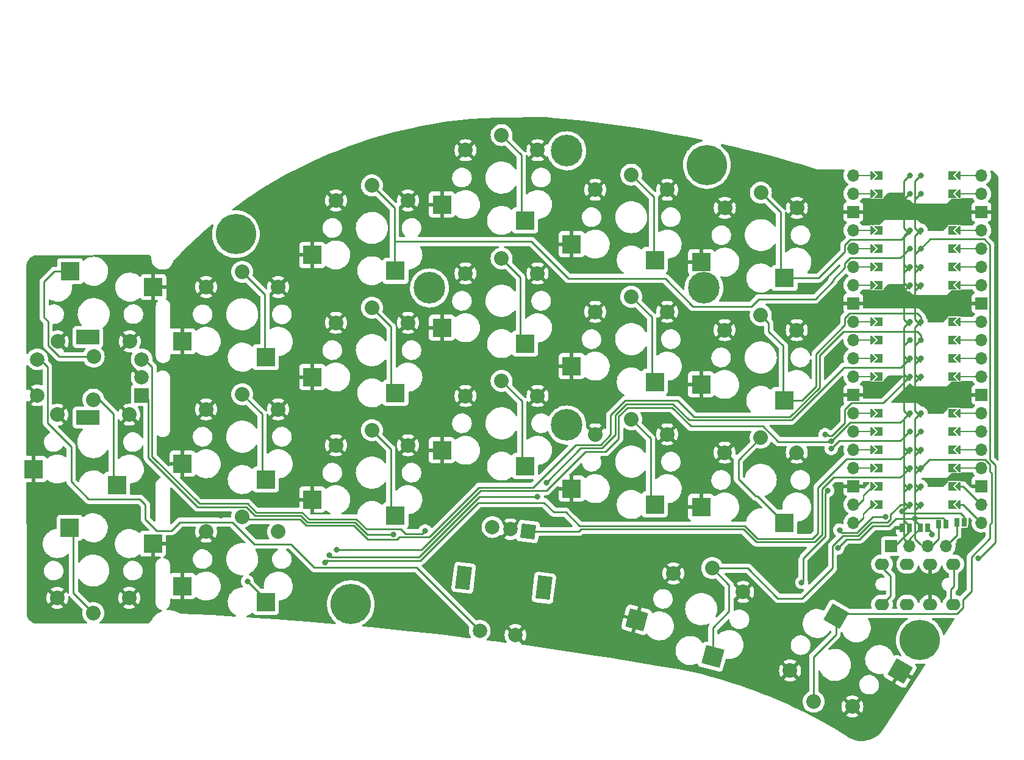
<source format=gbl>
G04 #@! TF.GenerationSoftware,KiCad,Pcbnew,(6.0.2-0)*
G04 #@! TF.CreationDate,2022-04-08T10:03:04+08:00*
G04 #@! TF.ProjectId,half-swept,68616c66-2d73-4776-9570-742e6b696361,rev?*
G04 #@! TF.SameCoordinates,Original*
G04 #@! TF.FileFunction,Copper,L2,Bot*
G04 #@! TF.FilePolarity,Positive*
%FSLAX46Y46*%
G04 Gerber Fmt 4.6, Leading zero omitted, Abs format (unit mm)*
G04 Created by KiCad (PCBNEW (6.0.2-0)) date 2022-04-08 10:03:04*
%MOMM*%
%LPD*%
G01*
G04 APERTURE LIST*
G04 Aperture macros list*
%AMRotRect*
0 Rectangle, with rotation*
0 The origin of the aperture is its center*
0 $1 length*
0 $2 width*
0 $3 Rotation angle, in degrees counterclockwise*
0 Add horizontal line*
21,1,$1,$2,0,0,$3*%
%AMFreePoly0*
4,1,5,0.125000,-1.250000,-0.125000,-1.250000,-0.125000,1.250000,0.125000,1.250000,0.125000,-1.250000,0.125000,-1.250000,$1*%
%AMFreePoly1*
4,1,5,0.125000,-1.200000,-0.125000,-1.200000,-0.125000,1.200000,0.125000,1.200000,0.125000,-1.200000,0.125000,-1.200000,$1*%
%AMFreePoly2*
4,1,6,0.600000,0.200000,0.000000,-0.400000,-0.600000,0.200000,-0.600000,0.400000,0.600000,0.400000,0.600000,0.200000,0.600000,0.200000,$1*%
%AMFreePoly3*
4,1,49,2.099053,2.663961,2.141161,2.607572,2.146131,2.537371,2.112389,2.475612,0.887000,1.250224,0.887000,0.762000,0.883805,0.739969,0.884131,0.735371,0.882780,0.732898,0.881852,0.726498,0.865154,0.700638,0.850389,0.673612,0.088388,-0.088388,0.064607,-0.106146,0.062500,-0.108253,0.061385,-0.108552,0.059644,-0.109852,0.043810,-0.113261,0.000000,-0.125000,-0.004774,-0.123721,
-0.009154,-0.124664,-0.028953,-0.117242,-0.062500,-0.108253,-0.068237,-0.102516,-0.075052,-0.099961,-0.087614,-0.083139,-0.108253,-0.062500,-0.111178,-0.051584,-0.117161,-0.043572,-0.118539,-0.024114,-0.125000,0.000000,-0.121239,0.014035,-0.122131,0.026629,-0.113759,0.041953,-0.108253,0.062500,-0.095642,0.075111,-0.088388,0.088388,0.637000,0.813777,0.637000,1.302000,0.640195,1.324031,
0.639869,1.328629,0.641220,1.331102,0.642148,1.337502,0.658849,1.363368,0.673612,1.390388,1.935612,2.652389,1.964356,2.673852,2.033155,2.688665,2.099053,2.663961,2.099053,2.663961,$1*%
%AMFreePoly4*
4,1,6,0.600000,-0.250000,-0.600000,-0.250000,-0.600000,1.000000,0.000000,0.400000,0.600000,1.000000,0.600000,-0.250000,0.600000,-0.250000,$1*%
%AMFreePoly5*
4,1,49,0.004773,0.123721,0.009154,0.124665,0.028961,0.117240,0.062500,0.108253,0.068237,0.102516,0.075053,0.099961,0.087617,0.083136,0.108253,0.062500,0.111178,0.051584,0.117161,0.043572,0.118539,0.024114,0.125000,0.000000,0.121239,-0.014035,0.122131,-0.026629,0.113759,-0.041951,0.108253,-0.062500,0.095644,-0.075109,0.088389,-0.088388,-0.641000,-0.817776,-0.641000,-4.770224,
0.088389,-5.499612,0.109852,-5.528356,0.124665,-5.597154,0.099961,-5.663053,0.043572,-5.705161,-0.026629,-5.710131,-0.088388,-5.676389,-0.854388,-4.910388,-0.867707,-4.892552,-0.871189,-4.889530,-0.871982,-4.886826,-0.875852,-4.881644,-0.882331,-4.851549,-0.891000,-4.822000,-0.891000,-0.766000,-0.887805,-0.743969,-0.888131,-0.739371,-0.886780,-0.736898,-0.885852,-0.730498,-0.869151,-0.704632,
-0.854388,-0.677612,-0.088388,0.088389,-0.064606,0.106147,-0.062500,0.108253,-0.061385,0.108552,-0.059644,0.109852,-0.043806,0.113262,0.000000,0.125000,0.004773,0.123721,0.004773,0.123721,$1*%
G04 Aperture macros list end*
G04 #@! TA.AperFunction,ComponentPad*
%ADD10C,2.032000*%
G04 #@! TD*
G04 #@! TA.AperFunction,SMDPad,CuDef*
%ADD11R,2.600000X2.600000*%
G04 #@! TD*
G04 #@! TA.AperFunction,SMDPad,CuDef*
%ADD12RotRect,2.600000X2.600000X330.000000*%
G04 #@! TD*
G04 #@! TA.AperFunction,SMDPad,CuDef*
%ADD13RotRect,2.600000X2.600000X165.000000*%
G04 #@! TD*
G04 #@! TA.AperFunction,ComponentPad*
%ADD14C,4.400000*%
G04 #@! TD*
G04 #@! TA.AperFunction,ComponentPad*
%ADD15R,1.700000X1.700000*%
G04 #@! TD*
G04 #@! TA.AperFunction,ComponentPad*
%ADD16O,1.700000X1.700000*%
G04 #@! TD*
G04 #@! TA.AperFunction,ComponentPad*
%ADD17R,2.000000X2.000000*%
G04 #@! TD*
G04 #@! TA.AperFunction,ComponentPad*
%ADD18C,2.000000*%
G04 #@! TD*
G04 #@! TA.AperFunction,ComponentPad*
%ADD19R,3.200000X2.000000*%
G04 #@! TD*
G04 #@! TA.AperFunction,SMDPad,CuDef*
%ADD20FreePoly0,270.000000*%
G04 #@! TD*
G04 #@! TA.AperFunction,SMDPad,CuDef*
%ADD21FreePoly1,90.000000*%
G04 #@! TD*
G04 #@! TA.AperFunction,SMDPad,CuDef*
%ADD22FreePoly2,270.000000*%
G04 #@! TD*
G04 #@! TA.AperFunction,SMDPad,CuDef*
%ADD23FreePoly2,90.000000*%
G04 #@! TD*
G04 #@! TA.AperFunction,SMDPad,CuDef*
%ADD24FreePoly3,0.000000*%
G04 #@! TD*
G04 #@! TA.AperFunction,SMDPad,CuDef*
%ADD25FreePoly4,270.000000*%
G04 #@! TD*
G04 #@! TA.AperFunction,ComponentPad*
%ADD26C,0.800000*%
G04 #@! TD*
G04 #@! TA.AperFunction,SMDPad,CuDef*
%ADD27FreePoly5,90.000000*%
G04 #@! TD*
G04 #@! TA.AperFunction,SMDPad,CuDef*
%ADD28FreePoly4,90.000000*%
G04 #@! TD*
G04 #@! TA.AperFunction,SMDPad,CuDef*
%ADD29FreePoly5,270.000000*%
G04 #@! TD*
G04 #@! TA.AperFunction,ComponentPad*
%ADD30O,2.000000X1.600000*%
G04 #@! TD*
G04 #@! TA.AperFunction,ComponentPad*
%ADD31C,5.600000*%
G04 #@! TD*
G04 #@! TA.AperFunction,ComponentPad*
%ADD32RotRect,2.000000X2.000000X263.000000*%
G04 #@! TD*
G04 #@! TA.AperFunction,ComponentPad*
%ADD33RotRect,3.200000X2.000000X263.000000*%
G04 #@! TD*
G04 #@! TA.AperFunction,SMDPad,CuDef*
%ADD34R,0.635000X1.143000*%
G04 #@! TD*
G04 #@! TA.AperFunction,ViaPad*
%ADD35C,0.800000*%
G04 #@! TD*
G04 #@! TA.AperFunction,Conductor*
%ADD36C,0.250000*%
G04 #@! TD*
G04 APERTURE END LIST*
D10*
X46868080Y-41627920D03*
D11*
X50143080Y-53477920D03*
D10*
X51868080Y-43727920D03*
D11*
X38593080Y-51277920D03*
D10*
X41868080Y-43727920D03*
D11*
X68143080Y-41477920D03*
D10*
X64868080Y-29627920D03*
X69868080Y-31727920D03*
D11*
X56593080Y-39277920D03*
D10*
X59868080Y-31727920D03*
D11*
X86143080Y-34477920D03*
D10*
X82868080Y-22627920D03*
X77868080Y-24727920D03*
X87868080Y-24727920D03*
D11*
X74593080Y-32277920D03*
D10*
X100868080Y-28127920D03*
D11*
X104143080Y-39977920D03*
X92593080Y-37777920D03*
D10*
X105868080Y-30227920D03*
X95868080Y-30227920D03*
X118868080Y-30627920D03*
D11*
X122143080Y-42477920D03*
X110593080Y-40277920D03*
D10*
X113868080Y-32727920D03*
X123868080Y-32727920D03*
D11*
X50143080Y-70477920D03*
D10*
X46868080Y-58627920D03*
X41868080Y-60727920D03*
D11*
X38593080Y-68277920D03*
D10*
X51868080Y-60727920D03*
D11*
X68143080Y-58451920D03*
D10*
X64868080Y-46601920D03*
D11*
X56593080Y-56251920D03*
D10*
X59868080Y-48701920D03*
X69868080Y-48701920D03*
D11*
X86143080Y-51593920D03*
D10*
X82868080Y-39743920D03*
X87868080Y-41843920D03*
X77868080Y-41843920D03*
D11*
X74593080Y-49393920D03*
X104143080Y-56927920D03*
D10*
X100868080Y-45077920D03*
D11*
X92593080Y-54727920D03*
D10*
X105868080Y-47177920D03*
X95868080Y-47177920D03*
X118848080Y-47617920D03*
D11*
X122123080Y-59467920D03*
D10*
X113848080Y-49717920D03*
D11*
X110573080Y-57267920D03*
D10*
X123848080Y-49717920D03*
D11*
X50143080Y-87477920D03*
D10*
X46868080Y-75627920D03*
X51868080Y-77727920D03*
D11*
X38593080Y-85277920D03*
D10*
X41868080Y-77727920D03*
D11*
X68143080Y-75469920D03*
D10*
X64868080Y-63619920D03*
D11*
X56593080Y-73269920D03*
D10*
X59868080Y-65719920D03*
X69868080Y-65719920D03*
D11*
X86143080Y-68611920D03*
D10*
X82868080Y-56761920D03*
D11*
X74593080Y-66411920D03*
D10*
X87868080Y-58861920D03*
X77868080Y-58861920D03*
D11*
X104143080Y-73945920D03*
D10*
X100868080Y-62095920D03*
X105868080Y-64195920D03*
X95868080Y-64195920D03*
D11*
X92593080Y-71745920D03*
X122123080Y-76485920D03*
D10*
X118848080Y-64635920D03*
D11*
X110573080Y-74285920D03*
D10*
X113848080Y-66735920D03*
X123848080Y-66735920D03*
D12*
X129282847Y-89437569D03*
D10*
X126194080Y-101337470D03*
D12*
X138185440Y-97117825D03*
D10*
X122913953Y-97018817D03*
X131574207Y-102018817D03*
X112111112Y-82778958D03*
D13*
X112207514Y-95072811D03*
D10*
X116397222Y-86101497D03*
X106737963Y-83513307D03*
D13*
X101620472Y-89958414D03*
D14*
X91924080Y-62915920D03*
X91924080Y-24815920D03*
X72874080Y-43865920D03*
X110974080Y-43865920D03*
D15*
X136906000Y-79756000D03*
D16*
X139446000Y-79756000D03*
X141986000Y-79756000D03*
X144526000Y-79756000D03*
D17*
X32920000Y-58780000D03*
D18*
X32920000Y-53780000D03*
X32920000Y-56280000D03*
D19*
X25420000Y-61880000D03*
X25420000Y-50680000D03*
D18*
X18420000Y-53780000D03*
X18420000Y-58780000D03*
D11*
X22910000Y-77180000D03*
D10*
X26185000Y-89030000D03*
X21185000Y-86930000D03*
X31185000Y-86930000D03*
D11*
X34460000Y-79380000D03*
D20*
X147575480Y-68850000D03*
D16*
X131700480Y-51070000D03*
D21*
X133478480Y-66310000D03*
D22*
X146178480Y-73930000D03*
D16*
X149480480Y-61230000D03*
D23*
X134494480Y-63770000D03*
D21*
X133478480Y-53610000D03*
D23*
X134494480Y-68850000D03*
D16*
X131700480Y-48530000D03*
X149480480Y-73930000D03*
D21*
X133478480Y-48530000D03*
X133478480Y-61230000D03*
X133478480Y-40910000D03*
D16*
X149480480Y-53610000D03*
X131700480Y-76470000D03*
D20*
X147575480Y-40910000D03*
D16*
X131700480Y-28210000D03*
D21*
X133478480Y-38370000D03*
D20*
X147575480Y-48530000D03*
X147575480Y-28210000D03*
D16*
X131700480Y-38370000D03*
D20*
X147575480Y-30750000D03*
X147575480Y-53610000D03*
D22*
X146178480Y-40910000D03*
D16*
X149480480Y-38370000D03*
D23*
X134494480Y-61230000D03*
D16*
X149480480Y-66310000D03*
D23*
X134494480Y-66310000D03*
D16*
X149480480Y-63770000D03*
D21*
X133478480Y-28210000D03*
D16*
X131700480Y-35830000D03*
X131700480Y-66310000D03*
D21*
X133478480Y-30750000D03*
D16*
X149480480Y-56150000D03*
D22*
X146178480Y-56150000D03*
D21*
X133478480Y-51070000D03*
D16*
X131700480Y-56150000D03*
X131700480Y-43450000D03*
D20*
X147575480Y-43450000D03*
D16*
X149480480Y-40910000D03*
D21*
X133478480Y-63770000D03*
D22*
X146178480Y-38370000D03*
X146178480Y-51070000D03*
D24*
X132335480Y-74057000D03*
D20*
X147575480Y-66310000D03*
D22*
X146178480Y-30750000D03*
D24*
X132335480Y-76597000D03*
D22*
X146178480Y-43450000D03*
D20*
X147575480Y-51070000D03*
D16*
X149480480Y-43450000D03*
D23*
X134494480Y-38370000D03*
D16*
X149480480Y-28210000D03*
D21*
X133478480Y-56150000D03*
D23*
X134494480Y-43450000D03*
D16*
X149480480Y-48530000D03*
D22*
X146178480Y-63770000D03*
D23*
X134494480Y-30750000D03*
D20*
X147575480Y-35830000D03*
D22*
X146178480Y-28210000D03*
D21*
X133478480Y-35830000D03*
D20*
X147575480Y-61230000D03*
D23*
X134494480Y-56150000D03*
D22*
X146178480Y-68850000D03*
D16*
X149480480Y-68850000D03*
X131700480Y-40910000D03*
D23*
X134494480Y-51070000D03*
D22*
X146178480Y-71390000D03*
D16*
X149480480Y-35830000D03*
D22*
X146178480Y-66310000D03*
D16*
X131700480Y-73930000D03*
D23*
X134494480Y-35830000D03*
D20*
X147575480Y-38370000D03*
D22*
X146178480Y-48530000D03*
D16*
X131700480Y-53610000D03*
X131700480Y-68850000D03*
X131700480Y-63770000D03*
D22*
X146178480Y-53610000D03*
D16*
X149480480Y-51070000D03*
D23*
X134494480Y-40910000D03*
D21*
X133478480Y-43450000D03*
X133478480Y-68850000D03*
D22*
X146178480Y-61230000D03*
D16*
X149480480Y-30750000D03*
D20*
X147575480Y-56150000D03*
D23*
X134494480Y-73930000D03*
X134494480Y-71390000D03*
D16*
X149480480Y-76470000D03*
X131700480Y-30750000D03*
D23*
X134494480Y-48530000D03*
D20*
X147575480Y-63770000D03*
D16*
X131700480Y-61230000D03*
D23*
X134494480Y-53610000D03*
D22*
X146178480Y-35830000D03*
D23*
X134494480Y-28210000D03*
D25*
X145162480Y-28210000D03*
D26*
X139574480Y-28210000D03*
D27*
X139574480Y-28210000D03*
D26*
X139574480Y-30750000D03*
D25*
X145162480Y-30750000D03*
D27*
X139574480Y-30750000D03*
D15*
X131700480Y-33290000D03*
D25*
X145162480Y-35830000D03*
D27*
X139574480Y-35830000D03*
D26*
X139574480Y-35830000D03*
D27*
X139574480Y-38370000D03*
D26*
X139574480Y-38370000D03*
D25*
X145162480Y-38370000D03*
X145162480Y-40910000D03*
D26*
X139574480Y-40910000D03*
D27*
X139574480Y-40910000D03*
D25*
X145162480Y-43450000D03*
D26*
X139574480Y-43450000D03*
D27*
X139574480Y-43450000D03*
D15*
X131700480Y-45990000D03*
D26*
X139574480Y-48530000D03*
D27*
X139574480Y-48530000D03*
D25*
X145162480Y-48530000D03*
D26*
X139574480Y-51070000D03*
D25*
X145162480Y-51070000D03*
D27*
X139574480Y-51070000D03*
D25*
X145162480Y-53610000D03*
D26*
X139574480Y-53610000D03*
D27*
X139574480Y-53610000D03*
X139574480Y-56150000D03*
D25*
X145162480Y-56150000D03*
D26*
X139574480Y-56150000D03*
D15*
X131700480Y-58690000D03*
D27*
X139574480Y-61230000D03*
D26*
X139574480Y-61230000D03*
D25*
X145162480Y-61230000D03*
D27*
X139574480Y-63770000D03*
D26*
X139574480Y-63770000D03*
D25*
X145162480Y-63770000D03*
D26*
X139574480Y-66310000D03*
D27*
X139574480Y-66310000D03*
D25*
X145162480Y-66310000D03*
D27*
X139574480Y-68850000D03*
D25*
X145162480Y-68850000D03*
D26*
X139574480Y-68850000D03*
D15*
X131700480Y-71390000D03*
D26*
X139574480Y-71390000D03*
D25*
X145162480Y-71390000D03*
D27*
X139574480Y-71390000D03*
X139574480Y-73930000D03*
D26*
X139574480Y-73930000D03*
D25*
X145162480Y-73930000D03*
D28*
X135510480Y-73930000D03*
D26*
X141098480Y-73930000D03*
D29*
X141098480Y-73930000D03*
X141098480Y-71390000D03*
D28*
X135510480Y-71390000D03*
D26*
X141098480Y-71390000D03*
D15*
X149480480Y-71390000D03*
D26*
X141098480Y-68850000D03*
D29*
X141098480Y-68850000D03*
D28*
X135510480Y-68850000D03*
X135510480Y-66310000D03*
D29*
X141098480Y-66310000D03*
D26*
X141098480Y-66310000D03*
X141098480Y-63770000D03*
D29*
X141098480Y-63770000D03*
D28*
X135510480Y-63770000D03*
D29*
X141098480Y-61230000D03*
D28*
X135510480Y-61230000D03*
D26*
X141098480Y-61230000D03*
D15*
X149480480Y-58690000D03*
D28*
X135510480Y-56150000D03*
D29*
X141098480Y-56150000D03*
D26*
X141098480Y-56150000D03*
X141098480Y-53610000D03*
D29*
X141098480Y-53610000D03*
D28*
X135510480Y-53610000D03*
X135510480Y-51070000D03*
D29*
X141098480Y-51070000D03*
D26*
X141098480Y-51070000D03*
D29*
X141098480Y-48530000D03*
D28*
X135510480Y-48530000D03*
D26*
X141098480Y-48530000D03*
D15*
X149480480Y-45990000D03*
D29*
X141098480Y-43450000D03*
D28*
X135510480Y-43450000D03*
D26*
X141098480Y-43450000D03*
D28*
X135510480Y-40910000D03*
D26*
X141098480Y-40910000D03*
D29*
X141098480Y-40910000D03*
D28*
X135510480Y-38370000D03*
D29*
X141098480Y-38370000D03*
D26*
X141098480Y-38370000D03*
D28*
X135510480Y-35830000D03*
D29*
X141098480Y-35830000D03*
D26*
X141098480Y-35830000D03*
D15*
X149480480Y-33290000D03*
D29*
X141098480Y-30750000D03*
D26*
X141098480Y-30750000D03*
D28*
X135510480Y-30750000D03*
D29*
X141098480Y-28210000D03*
D26*
X141098480Y-28210000D03*
D28*
X135510480Y-28210000D03*
D10*
X26200000Y-59370000D03*
D11*
X29475000Y-71220000D03*
D10*
X21200000Y-61470000D03*
D11*
X17925000Y-69020000D03*
D10*
X31200000Y-61470000D03*
D30*
X139180000Y-87830000D03*
X139180000Y-82230000D03*
X142380000Y-82230000D03*
X142380000Y-87830000D03*
X145580000Y-82230000D03*
X145580000Y-87830000D03*
X135680000Y-87830000D03*
X135680000Y-82230000D03*
D10*
X26250000Y-53400000D03*
D11*
X22975000Y-41550000D03*
X34525000Y-43750000D03*
D10*
X31250000Y-51300000D03*
X21250000Y-51300000D03*
D31*
X45980000Y-36380000D03*
X111370000Y-26770000D03*
X140930000Y-92780000D03*
X61940000Y-87780000D03*
D32*
X86565645Y-77690714D03*
D18*
X81602914Y-77081367D03*
X84084280Y-77386041D03*
D33*
X77612001Y-84147668D03*
X88728518Y-85512605D03*
D18*
X79835809Y-91473286D03*
X84798540Y-92082633D03*
D34*
X144526000Y-76708000D03*
X143525240Y-76708000D03*
X138437620Y-77216000D03*
X139438380Y-77216000D03*
X147058380Y-76454000D03*
X146057620Y-76454000D03*
X141986000Y-77216000D03*
X140985240Y-77216000D03*
D35*
X43930000Y-75480000D03*
X49130000Y-77630000D03*
X47580000Y-84630000D03*
X128778000Y-44704000D03*
X63930000Y-83780000D03*
X106130000Y-23880000D03*
X146430000Y-79080000D03*
X116780000Y-25780000D03*
X128905000Y-54610000D03*
X25030000Y-68180000D03*
X92930000Y-79380000D03*
X127730000Y-59980000D03*
X56640000Y-34210000D03*
X149030000Y-78480000D03*
X126930000Y-81180000D03*
X134112000Y-80010000D03*
X140530000Y-84180000D03*
X71760000Y-25140000D03*
X100130000Y-85680000D03*
X132842000Y-83820000D03*
X144430000Y-90230000D03*
X39170000Y-82470000D03*
X67680000Y-25220000D03*
X92600000Y-45090000D03*
X136525000Y-90424000D03*
X94440000Y-74890000D03*
X83390000Y-82030000D03*
X123880000Y-81080000D03*
X56490000Y-30510000D03*
X74420000Y-52860000D03*
X69490000Y-25140000D03*
X38480000Y-74830000D03*
X56570000Y-32320000D03*
X142633701Y-78083701D03*
X149030000Y-81380000D03*
X67810000Y-78100000D03*
X72260000Y-77600000D03*
X89130000Y-70880000D03*
X59000000Y-81000000D03*
X87830000Y-72880000D03*
X58400000Y-82000000D03*
X128155299Y-72005299D03*
X124530000Y-84780000D03*
X127780000Y-64230000D03*
X129535701Y-80005701D03*
X140208000Y-75908500D03*
X128637989Y-66180000D03*
X128637989Y-65148632D03*
X136144000Y-75692000D03*
X129801469Y-77480000D03*
X60000000Y-80200000D03*
X138430000Y-74892500D03*
D36*
X18500000Y-53500000D02*
X19824511Y-54824511D01*
X45469611Y-76387409D02*
X48521101Y-79438899D01*
X48521101Y-79438899D02*
X53588899Y-79438899D01*
X53588899Y-79438899D02*
X56874511Y-82724511D01*
X19824511Y-54824511D02*
X19824511Y-57701368D01*
X19824511Y-57701368D02*
X19820000Y-57705879D01*
X19820000Y-57705879D02*
X19820000Y-62620000D01*
X19820000Y-62620000D02*
X23110000Y-65910000D01*
X23110000Y-65910000D02*
X23110000Y-70780974D01*
X23110000Y-70780974D02*
X25539026Y-73210000D01*
X25539026Y-73210000D02*
X32660000Y-73210000D01*
X32660000Y-73210000D02*
X33430000Y-73980000D01*
X33430000Y-73980000D02*
X33430000Y-75980000D01*
X33430000Y-75980000D02*
X35030000Y-77580000D01*
X35030000Y-77580000D02*
X37030000Y-77580000D01*
X37030000Y-77580000D02*
X38222591Y-76387409D01*
X38222591Y-76387409D02*
X45469611Y-76387409D01*
X56874511Y-82724511D02*
X71087034Y-82724511D01*
X71087034Y-82724511D02*
X79835809Y-91473286D01*
X50143080Y-87193080D02*
X47580000Y-84630000D01*
X50143080Y-87477920D02*
X50143080Y-87193080D01*
X72260000Y-77600000D02*
X71849040Y-78010960D01*
X71849040Y-78010960D02*
X69540960Y-78010960D01*
X69540960Y-78010960D02*
X68874441Y-77344441D01*
X68874441Y-77344441D02*
X64091627Y-77344441D01*
X64091627Y-77344441D02*
X62727186Y-75980000D01*
X62727186Y-75980000D02*
X56135718Y-75980000D01*
X56135718Y-75980000D02*
X55186197Y-75030480D01*
X55186197Y-75030480D02*
X48802128Y-75030480D01*
X48802128Y-75030480D02*
X47609536Y-73837889D01*
X47609536Y-73837889D02*
X40904027Y-73837889D01*
X40904027Y-73837889D02*
X34350000Y-67283862D01*
X34350000Y-67283862D02*
X34350000Y-54850000D01*
X34350000Y-54850000D02*
X33000000Y-53500000D01*
X67810000Y-78100000D02*
X64211468Y-78100000D01*
X64211468Y-78100000D02*
X62540988Y-76429520D01*
X62540988Y-76429520D02*
X55949520Y-76429520D01*
X55949520Y-76429520D02*
X55000000Y-75480000D01*
X55000000Y-75480000D02*
X48615930Y-75480000D01*
X48615930Y-75480000D02*
X47423339Y-74287409D01*
X47423339Y-74287409D02*
X40637409Y-74287409D01*
X40637409Y-74287409D02*
X33810000Y-67460000D01*
X33810000Y-59310000D02*
X33000000Y-58500000D01*
X33810000Y-67460000D02*
X33810000Y-59310000D01*
X127780000Y-64230000D02*
X128143765Y-64230000D01*
X128143765Y-64230000D02*
X128337886Y-64424121D01*
X128337886Y-64424121D02*
X128749631Y-64424121D01*
X128749631Y-64424121D02*
X130530000Y-62643752D01*
X130530000Y-62643752D02*
X130530000Y-61720530D01*
X130530000Y-61720530D02*
X130525969Y-61716499D01*
X130525969Y-61716499D02*
X130525969Y-60743501D01*
X130525969Y-60743501D02*
X131404959Y-59864511D01*
X131404959Y-59864511D02*
X135859969Y-59864511D01*
X135859969Y-59864511D02*
X139574480Y-56150000D01*
X128637989Y-65148632D02*
X128660838Y-65148632D01*
X128660838Y-65148632D02*
X131254990Y-62554480D01*
X131254990Y-62554480D02*
X138250000Y-62554480D01*
X138250000Y-62554480D02*
X139574480Y-61230000D01*
X128637989Y-66180000D02*
X129723509Y-65094480D01*
X129723509Y-65094480D02*
X138250000Y-65094480D01*
X138250000Y-65094480D02*
X139574480Y-63770000D01*
X99130000Y-61680000D02*
X99130000Y-64780000D01*
X128637989Y-65148632D02*
X128185982Y-65148632D01*
X119187930Y-63080000D02*
X109130000Y-63080000D01*
X128185982Y-65148632D02*
X128130103Y-65204511D01*
X128130103Y-65204511D02*
X121312441Y-65204511D01*
X121312441Y-65204511D02*
X119187930Y-63080000D01*
X94530000Y-66580000D02*
X89089060Y-72020940D01*
X109130000Y-63080000D02*
X106530000Y-60480000D01*
X106530000Y-60480000D02*
X100330000Y-60480000D01*
X100330000Y-60480000D02*
X99130000Y-61680000D01*
X89089060Y-72020940D02*
X79917978Y-72020940D01*
X99130000Y-64780000D02*
X97330000Y-66580000D01*
X97330000Y-66580000D02*
X94530000Y-66580000D01*
X79917978Y-72020940D02*
X71738918Y-80200000D01*
X71738918Y-80200000D02*
X60000000Y-80200000D01*
X146178480Y-71390000D02*
X146940480Y-71390000D01*
X146178480Y-73930000D02*
X146940480Y-73930000D01*
X146940480Y-73930000D02*
X149480480Y-76470000D01*
X146940480Y-71390000D02*
X149480480Y-73930000D01*
X151399520Y-68472312D02*
X150654991Y-67727783D01*
X149230000Y-81380000D02*
X151399520Y-79210480D01*
X142384480Y-37084000D02*
X141098480Y-38370000D01*
X149030000Y-81380000D02*
X149230000Y-81380000D01*
X142633701Y-77863701D02*
X141986000Y-77216000D01*
X149855490Y-37084000D02*
X142384480Y-37084000D01*
X150654991Y-67727783D02*
X150654991Y-37883501D01*
X151399520Y-79210480D02*
X151399520Y-68472312D01*
X150654991Y-37883501D02*
X149855490Y-37084000D01*
X142633701Y-78083701D02*
X142633701Y-77863701D01*
X49989280Y-44749120D02*
X46868080Y-41627920D01*
X49989280Y-53324120D02*
X49989280Y-44749120D01*
X50143080Y-53477920D02*
X49989280Y-53324120D01*
X128882560Y-42688449D02*
X130525969Y-41045040D01*
X138250000Y-39694480D02*
X139574480Y-38370000D01*
X105573880Y-42550920D02*
X109430780Y-46407820D01*
X67993080Y-32752920D02*
X67993080Y-37398620D01*
X92157080Y-42550920D02*
X105573880Y-42550920D01*
X67993080Y-37398620D02*
X87004780Y-37398620D01*
X118527380Y-45400220D02*
X126409780Y-45400220D01*
X67993080Y-37398620D02*
X67993080Y-41327920D01*
X87004780Y-37398620D02*
X92157080Y-42550920D01*
X67993080Y-41327920D02*
X68143080Y-41477920D01*
X130525969Y-40423501D02*
X131254990Y-39694480D01*
X64868080Y-29627920D02*
X67993080Y-32752920D01*
X131254990Y-39694480D02*
X138250000Y-39694480D01*
X126409780Y-45400220D02*
X128882560Y-42927440D01*
X128882560Y-42927440D02*
X128882560Y-42688449D01*
X109430780Y-46407820D02*
X117519780Y-46407820D01*
X130525969Y-41045040D02*
X130525969Y-40423501D01*
X117519780Y-46407820D02*
X118527380Y-45400220D01*
X85620000Y-33954840D02*
X86143080Y-34477920D01*
X82868080Y-22627920D02*
X85620000Y-25379840D01*
X85620000Y-25379840D02*
X85620000Y-33954840D01*
X104143080Y-39977920D02*
X103989280Y-39824120D01*
X103989280Y-31249120D02*
X100868080Y-28127920D01*
X103989280Y-39824120D02*
X103989280Y-31249120D01*
X130525969Y-38856499D02*
X126904548Y-42477920D01*
X138359520Y-37154480D02*
X131254990Y-37154480D01*
X131254990Y-37154480D02*
X130525969Y-37883501D01*
X122143080Y-42477920D02*
X121590000Y-41924840D01*
X139574480Y-35939520D02*
X138359520Y-37154480D01*
X130525969Y-37883501D02*
X130525969Y-38856499D01*
X126904548Y-42477920D02*
X122143080Y-42477920D01*
X121590000Y-41924840D02*
X121590000Y-33349840D01*
X139574480Y-35830000D02*
X139574480Y-35939520D01*
X121590000Y-33349840D02*
X118868080Y-30627920D01*
X49620000Y-69954840D02*
X50143080Y-70477920D01*
X49620000Y-61379840D02*
X49620000Y-69954840D01*
X46868080Y-58627920D02*
X49620000Y-61379840D01*
X64868080Y-46601920D02*
X67520000Y-49253840D01*
X67520000Y-49253840D02*
X67520000Y-57828840D01*
X67520000Y-57828840D02*
X68143080Y-58451920D01*
X85476980Y-50927820D02*
X86143080Y-51593920D01*
X85476980Y-49069920D02*
X85476980Y-50927820D01*
X82868080Y-39743920D02*
X85476980Y-42352820D01*
X85476980Y-42352820D02*
X85476980Y-43722720D01*
X85476980Y-43722720D02*
X85476980Y-49069920D01*
X100868080Y-45077920D02*
X103710000Y-47919840D01*
X103710000Y-56494840D02*
X104143080Y-56927920D01*
X103710000Y-47919840D02*
X103710000Y-56494840D01*
X118848080Y-47617920D02*
X119940000Y-48709840D01*
X140573489Y-47355489D02*
X131213981Y-47355489D01*
X121970000Y-51920000D02*
X121960000Y-51910000D01*
X119940000Y-49890000D02*
X121960000Y-51910000D01*
X141098480Y-48530000D02*
X141098480Y-47880480D01*
X126550480Y-57513801D02*
X124596361Y-59467920D01*
X119940000Y-48709840D02*
X119940000Y-49890000D01*
X141098480Y-47880480D02*
X140573489Y-47355489D01*
X121973559Y-56491467D02*
X121973559Y-59318399D01*
X121990000Y-51940000D02*
X121990000Y-56475026D01*
X124596361Y-59467920D02*
X122123080Y-59467920D01*
X130539470Y-49030000D02*
X126550480Y-53018990D01*
X121990000Y-56475026D02*
X121973559Y-56491467D01*
X121960000Y-51910000D02*
X121990000Y-51940000D01*
X126550480Y-53018990D02*
X126550480Y-57513801D01*
X130525969Y-48043501D02*
X130525969Y-49016499D01*
X122123080Y-59467920D02*
X121973559Y-59318399D01*
X130525969Y-49016499D02*
X130539470Y-49030000D01*
X131213981Y-47355489D02*
X130525969Y-48043501D01*
X55763322Y-76879040D02*
X62354790Y-76879040D01*
X107280000Y-59500000D02*
X109560000Y-61780000D01*
X98030000Y-61508566D02*
X100038566Y-59500000D01*
X68323623Y-78824511D02*
X68687654Y-78460480D01*
X64300261Y-78824511D02*
X68323623Y-78824511D01*
X127000000Y-57699999D02*
X127000000Y-53205188D01*
X79731780Y-71571420D02*
X87238580Y-71571420D01*
X109560000Y-61780000D02*
X122919999Y-61780000D01*
X127000000Y-53205188D02*
X130309699Y-49895489D01*
X96610000Y-65680000D02*
X98030000Y-64260000D01*
X122919999Y-61780000D02*
X127000000Y-57699999D01*
X54884282Y-76000000D02*
X55763322Y-76879040D01*
X130309699Y-49895489D02*
X140573489Y-49895489D01*
X87238580Y-71571420D02*
X93130000Y-65680000D01*
X100038566Y-59500000D02*
X107280000Y-59500000D01*
X49590000Y-86924840D02*
X50143080Y-87477920D01*
X141098480Y-50420480D02*
X141098480Y-51070000D01*
X62354790Y-76879040D02*
X64300261Y-78824511D01*
X46868080Y-75627920D02*
X47240160Y-76000000D01*
X98030000Y-64260000D02*
X98030000Y-61508566D01*
X68687654Y-78460480D02*
X72842720Y-78460480D01*
X72842720Y-78460480D02*
X79731780Y-71571420D01*
X47240160Y-76000000D02*
X54884282Y-76000000D01*
X93130000Y-65680000D02*
X96610000Y-65680000D01*
X140573489Y-49895489D02*
X141098480Y-50420480D01*
X67500000Y-66251840D02*
X67500000Y-74826840D01*
X64868080Y-63619920D02*
X67500000Y-66251840D01*
X67500000Y-74826840D02*
X68143080Y-75469920D01*
X85690000Y-59583840D02*
X85690000Y-68158840D01*
X82868080Y-56761920D02*
X85690000Y-59583840D01*
X85690000Y-68158840D02*
X86143080Y-68611920D01*
X103540000Y-64767840D02*
X103540000Y-73342840D01*
X100868080Y-62095920D02*
X103540000Y-64767840D01*
X103540000Y-73342840D02*
X104143080Y-73945920D01*
X115730000Y-70372163D02*
X115730000Y-67754000D01*
X118137837Y-72780000D02*
X115730000Y-70372163D01*
X122123080Y-76485920D02*
X118417160Y-72780000D01*
X115730000Y-67754000D02*
X118848080Y-64635920D01*
X118417160Y-72780000D02*
X118137837Y-72780000D01*
X148090614Y-85969386D02*
X146904520Y-87155480D01*
X129282880Y-92022720D02*
X129282880Y-89437520D01*
X149966979Y-67675489D02*
X150654991Y-68363501D01*
X141098480Y-68850000D02*
X142272991Y-67675489D01*
X150654991Y-78655009D02*
X148090614Y-81219386D01*
X150654991Y-76735009D02*
X150654991Y-78655009D01*
X150654991Y-68363501D02*
X150654991Y-69336499D01*
X146904520Y-88295791D02*
X146120311Y-89080000D01*
X146904520Y-87155480D02*
X146904520Y-88295791D01*
X148090614Y-81219386D02*
X148090614Y-85969386D01*
X150950000Y-69631508D02*
X150950000Y-76440000D01*
X150654991Y-69336499D02*
X150950000Y-69631508D01*
X126194080Y-95111520D02*
X129282880Y-92022720D01*
X126194080Y-101337420D02*
X126194080Y-95111520D01*
X129640416Y-89080000D02*
X129282847Y-89437569D01*
X150950000Y-76440000D02*
X150654991Y-76735009D01*
X146120311Y-89080000D02*
X129640416Y-89080000D01*
X142272991Y-67675489D02*
X149966979Y-67675489D01*
X132388229Y-78305489D02*
X134239718Y-76454000D01*
X114450000Y-88821500D02*
X112207480Y-91064020D01*
X130237125Y-78305489D02*
X132388229Y-78305489D01*
X136406614Y-76454000D02*
X136868511Y-75992103D01*
X136868511Y-75348489D02*
X138287000Y-73930000D01*
X136868511Y-75992103D02*
X136868511Y-75348489D01*
X121230000Y-86980000D02*
X124602000Y-86980000D01*
X117028958Y-82778958D02*
X121230000Y-86980000D01*
X128811190Y-82770810D02*
X128811190Y-79705598D01*
X134239718Y-76454000D02*
X136406614Y-76454000D01*
X128811190Y-79705598D02*
X129235598Y-79281190D01*
X114450000Y-85117840D02*
X114450000Y-88821500D01*
X124602000Y-86980000D02*
X128811190Y-82770810D01*
X129235598Y-79281190D02*
X129261424Y-79281190D01*
X112207480Y-91064020D02*
X112207480Y-95072820D01*
X138287000Y-73930000D02*
X139574480Y-73930000D01*
X112111112Y-82778958D02*
X117028958Y-82778958D01*
X112111080Y-82778920D02*
X114450000Y-85117840D01*
X129261424Y-79281190D02*
X130237125Y-78305489D01*
X86565645Y-77690714D02*
X93576714Y-77690714D01*
X127330000Y-71806000D02*
X128961520Y-70174480D01*
X116455468Y-77380000D02*
X118227500Y-79152031D01*
X128961520Y-70174480D02*
X138250000Y-70174480D01*
X118227500Y-79152031D02*
X126333969Y-79152031D01*
X93887428Y-77380000D02*
X116455468Y-77380000D01*
X138250000Y-70174480D02*
X139574480Y-68850000D01*
X93576714Y-77690714D02*
X93887428Y-77380000D01*
X127330000Y-78156000D02*
X127330000Y-71806000D01*
X126333969Y-79152031D02*
X127330000Y-78156000D01*
X71400000Y-81240000D02*
X79760000Y-72880000D01*
X98680480Y-61493803D02*
X98680480Y-64245238D01*
X100630000Y-59980000D02*
X100194283Y-59980000D01*
X26250000Y-58600000D02*
X28960000Y-61310000D01*
X79760000Y-72880000D02*
X87830000Y-72880000D01*
X59240000Y-81240000D02*
X71400000Y-81240000D01*
X108915238Y-62229520D02*
X106665718Y-59980000D01*
X96796198Y-66129520D02*
X93880480Y-66129520D01*
X139574480Y-53610000D02*
X138304480Y-54880000D01*
X138304480Y-54880000D02*
X130330000Y-54880000D01*
X59000000Y-81000000D02*
X59240000Y-81240000D01*
X106665718Y-59980000D02*
X100630000Y-59980000D01*
X93880480Y-66129520D02*
X89130000Y-70880000D01*
X123106196Y-62229520D02*
X108915238Y-62229520D01*
X130330000Y-54880000D02*
X130330000Y-55005716D01*
X98680480Y-64245238D02*
X96796198Y-66129520D01*
X98812141Y-61362141D02*
X98680480Y-61493803D01*
X100194283Y-59980000D02*
X98812141Y-61362141D01*
X28960000Y-61310000D02*
X28960000Y-69885000D01*
X28960000Y-69885000D02*
X29525000Y-70450000D01*
X130330000Y-55005716D02*
X123106196Y-62229520D01*
X88790000Y-73680000D02*
X90120000Y-75010000D01*
X71615489Y-81724511D02*
X79660000Y-73680000D01*
X23430000Y-86275000D02*
X26185000Y-89030000D01*
X58687693Y-81712307D02*
X58699897Y-81724511D01*
X90120000Y-75010000D02*
X91770000Y-75010000D01*
X58699897Y-81724511D02*
X71615489Y-81724511D01*
X130739520Y-67634480D02*
X138250000Y-67634480D01*
X91770000Y-75010000D02*
X93690000Y-76930000D01*
X23430000Y-77700000D02*
X23430000Y-86275000D01*
X116641186Y-76930000D02*
X118413697Y-78702511D01*
X58400000Y-82000000D02*
X58687693Y-81712307D01*
X22910000Y-77180000D02*
X23430000Y-77700000D01*
X93690000Y-76930000D02*
X116641186Y-76930000D01*
X118413697Y-78702511D02*
X126021489Y-78702511D01*
X126814520Y-71559480D02*
X130739520Y-67634480D01*
X79660000Y-73680000D02*
X88790000Y-73680000D01*
X138250000Y-67634480D02*
X139574480Y-66310000D01*
X126021489Y-78702511D02*
X126814520Y-77909480D01*
X126814520Y-77909480D02*
X126814520Y-71559480D01*
X145654521Y-81954521D02*
X145654521Y-85350818D01*
X145314521Y-81614521D02*
X145654521Y-81954521D01*
X145654521Y-85350818D02*
X145240000Y-85765339D01*
X145240000Y-85765339D02*
X145240000Y-87140000D01*
X136880000Y-86630000D02*
X135680000Y-87830000D01*
X135340000Y-81540000D02*
X135890000Y-82090000D01*
X135890000Y-82090000D02*
X135890000Y-82912661D01*
X136880000Y-83902661D02*
X136880000Y-86630000D01*
X135890000Y-82912661D02*
X136880000Y-83902661D01*
X124730000Y-81380000D02*
X124730000Y-84580000D01*
X128155299Y-72005299D02*
X127779520Y-72381078D01*
X127779520Y-72381078D02*
X127779520Y-78342198D01*
X127779520Y-78342198D02*
X124741718Y-81380000D01*
X124741718Y-81380000D02*
X124730000Y-81380000D01*
X124730000Y-84580000D02*
X124530000Y-84780000D01*
X136906000Y-79756000D02*
X137414000Y-79756000D01*
X137414000Y-79756000D02*
X139438380Y-77731620D01*
X140977620Y-77223620D02*
X139446000Y-78755240D01*
X139446000Y-78755240D02*
X139446000Y-79756000D01*
X142504000Y-79756000D02*
X141986000Y-79756000D01*
X143525240Y-78734760D02*
X142504000Y-79756000D01*
X143525240Y-76708000D02*
X143525240Y-78734760D01*
X146057620Y-76200000D02*
X146057620Y-78224380D01*
X146057620Y-78224380D02*
X144526000Y-79756000D01*
X144526000Y-76708000D02*
X144526000Y-76189738D01*
X129535701Y-80005701D02*
X130786393Y-78755009D01*
X140208000Y-75819000D02*
X140208000Y-75908500D01*
X134425916Y-76903520D02*
X136592812Y-76903520D01*
X136592812Y-76903520D02*
X137587832Y-75908500D01*
X144526000Y-76189738D02*
X144155262Y-75819000D01*
X130786393Y-78755009D02*
X132574427Y-78755009D01*
X132574427Y-78755009D02*
X134425916Y-76903520D01*
X144155262Y-75819000D02*
X140208000Y-75819000D01*
X137587832Y-75908500D02*
X140208000Y-75908500D01*
X130050928Y-77855969D02*
X132202031Y-77855969D01*
X147058380Y-75632500D02*
X147058380Y-76454000D01*
X129801469Y-77606510D02*
X130050928Y-77855969D01*
X19375479Y-47962319D02*
X19909489Y-48496329D01*
X138430000Y-74892500D02*
X138721500Y-75184000D01*
X19909489Y-48496329D02*
X19909489Y-51855259D01*
X134366000Y-75692000D02*
X136144000Y-75692000D01*
X132202031Y-77855969D02*
X134366000Y-75692000D01*
X22975000Y-41550000D02*
X20799026Y-41550000D01*
X19375479Y-42973547D02*
X19375479Y-47962319D01*
X146609880Y-75184000D02*
X147058380Y-75632500D01*
X19909489Y-51855259D02*
X21454230Y-53400000D01*
X129801469Y-77480000D02*
X129801469Y-77606510D01*
X138721500Y-75184000D02*
X146609880Y-75184000D01*
X21454230Y-53400000D02*
X26250000Y-53400000D01*
X20799026Y-41550000D02*
X19375479Y-42973547D01*
G04 #@! TA.AperFunction,Conductor*
G36*
X88543527Y-74333502D02*
G01*
X88564501Y-74350405D01*
X89091380Y-74877285D01*
X89616348Y-75402253D01*
X89623888Y-75410539D01*
X89628000Y-75417018D01*
X89633777Y-75422443D01*
X89677651Y-75463643D01*
X89680493Y-75466398D01*
X89700230Y-75486135D01*
X89703427Y-75488615D01*
X89712447Y-75496318D01*
X89744679Y-75526586D01*
X89751625Y-75530405D01*
X89751628Y-75530407D01*
X89762434Y-75536348D01*
X89778953Y-75547199D01*
X89794959Y-75559614D01*
X89802228Y-75562759D01*
X89802232Y-75562762D01*
X89835537Y-75577174D01*
X89846187Y-75582391D01*
X89884940Y-75603695D01*
X89892615Y-75605666D01*
X89892616Y-75605666D01*
X89904562Y-75608733D01*
X89923267Y-75615137D01*
X89941855Y-75623181D01*
X89949678Y-75624420D01*
X89949688Y-75624423D01*
X89985524Y-75630099D01*
X89997144Y-75632505D01*
X90032289Y-75641528D01*
X90039970Y-75643500D01*
X90060224Y-75643500D01*
X90079934Y-75645051D01*
X90099943Y-75648220D01*
X90107835Y-75647474D01*
X90143961Y-75644059D01*
X90155819Y-75643500D01*
X91455406Y-75643500D01*
X91523527Y-75663502D01*
X91544501Y-75680405D01*
X92706214Y-76842119D01*
X92740240Y-76904431D01*
X92735175Y-76975247D01*
X92692628Y-77032082D01*
X92626108Y-77056893D01*
X92617119Y-77057214D01*
X88305675Y-77057214D01*
X88237554Y-77037212D01*
X88191061Y-76983556D01*
X88180614Y-76915859D01*
X88190221Y-76837613D01*
X88190636Y-76834233D01*
X88190797Y-76822777D01*
X88191400Y-76779589D01*
X88191400Y-76779586D01*
X88191510Y-76771691D01*
X88157382Y-76630087D01*
X88084884Y-76503754D01*
X88032571Y-76453500D01*
X87986316Y-76409065D01*
X87986315Y-76409064D01*
X87979843Y-76402847D01*
X87971887Y-76398697D01*
X87971885Y-76398695D01*
X87857710Y-76339132D01*
X87850702Y-76335476D01*
X87789806Y-76321194D01*
X85709164Y-76065723D01*
X85705770Y-76065676D01*
X85705762Y-76065675D01*
X85654520Y-76064959D01*
X85654517Y-76064959D01*
X85646622Y-76064849D01*
X85505018Y-76098977D01*
X85378685Y-76171475D01*
X85365278Y-76185431D01*
X85286796Y-76267129D01*
X85277778Y-76276516D01*
X85273628Y-76284472D01*
X85273626Y-76284474D01*
X85250819Y-76328192D01*
X85210407Y-76405657D01*
X85196125Y-76466553D01*
X85195711Y-76469928D01*
X85178057Y-76613701D01*
X85149902Y-76678876D01*
X85142091Y-76687440D01*
X83223200Y-78606331D01*
X83216440Y-78618711D01*
X83222167Y-78626361D01*
X83393322Y-78731246D01*
X83402117Y-78735728D01*
X83612268Y-78822775D01*
X83621653Y-78825824D01*
X83842834Y-78878926D01*
X83852581Y-78880469D01*
X84079350Y-78898316D01*
X84089210Y-78898316D01*
X84315979Y-78880469D01*
X84325726Y-78878926D01*
X84546907Y-78825824D01*
X84556292Y-78822775D01*
X84766443Y-78735728D01*
X84775235Y-78731248D01*
X84803117Y-78714162D01*
X84871651Y-78695624D01*
X84939328Y-78717081D01*
X84978235Y-78758881D01*
X85046406Y-78877674D01*
X85067894Y-78898316D01*
X85144832Y-78972226D01*
X85151447Y-78978581D01*
X85159403Y-78982731D01*
X85159405Y-78982733D01*
X85232463Y-79020846D01*
X85280588Y-79045952D01*
X85341484Y-79060234D01*
X87422126Y-79315705D01*
X87425520Y-79315752D01*
X87425528Y-79315753D01*
X87476770Y-79316469D01*
X87476773Y-79316469D01*
X87484668Y-79316579D01*
X87626272Y-79282451D01*
X87752605Y-79209953D01*
X87810768Y-79149407D01*
X87847294Y-79111385D01*
X87847295Y-79111384D01*
X87853512Y-79104912D01*
X87857714Y-79096859D01*
X87917227Y-78982779D01*
X87920883Y-78975771D01*
X87935165Y-78914875D01*
X87972631Y-78609737D01*
X87994104Y-78434858D01*
X88022259Y-78369683D01*
X88081181Y-78330076D01*
X88119165Y-78324214D01*
X93497947Y-78324214D01*
X93509130Y-78324741D01*
X93516623Y-78326416D01*
X93524549Y-78326167D01*
X93524550Y-78326167D01*
X93584700Y-78324276D01*
X93588659Y-78324214D01*
X93616570Y-78324214D01*
X93620505Y-78323717D01*
X93620570Y-78323709D01*
X93632407Y-78322776D01*
X93664665Y-78321762D01*
X93668684Y-78321636D01*
X93676603Y-78321387D01*
X93696057Y-78315735D01*
X93715414Y-78311727D01*
X93727644Y-78310182D01*
X93727645Y-78310182D01*
X93735511Y-78309188D01*
X93742882Y-78306269D01*
X93742884Y-78306269D01*
X93776626Y-78292910D01*
X93787856Y-78289065D01*
X93822697Y-78278943D01*
X93822698Y-78278943D01*
X93830307Y-78276732D01*
X93837126Y-78272699D01*
X93837131Y-78272697D01*
X93847742Y-78266421D01*
X93865490Y-78257726D01*
X93884331Y-78250266D01*
X93920101Y-78224278D01*
X93930021Y-78217762D01*
X93939659Y-78212062D01*
X93968076Y-78195256D01*
X93973683Y-78189650D01*
X93982399Y-78180934D01*
X93997433Y-78168093D01*
X94007409Y-78160845D01*
X94007410Y-78160844D01*
X94013821Y-78156186D01*
X94042007Y-78122115D01*
X94049996Y-78113336D01*
X94112927Y-78050405D01*
X94175239Y-78016379D01*
X94202022Y-78013500D01*
X116140873Y-78013500D01*
X116208994Y-78033502D01*
X116229968Y-78050405D01*
X117723848Y-79544284D01*
X117731388Y-79552570D01*
X117735500Y-79559049D01*
X117741277Y-79564474D01*
X117785151Y-79605674D01*
X117787993Y-79608429D01*
X117807730Y-79628166D01*
X117810927Y-79630646D01*
X117819947Y-79638349D01*
X117852179Y-79668617D01*
X117859125Y-79672436D01*
X117859128Y-79672438D01*
X117869934Y-79678379D01*
X117886453Y-79689230D01*
X117902459Y-79701645D01*
X117909728Y-79704790D01*
X117909732Y-79704793D01*
X117943037Y-79719205D01*
X117953687Y-79724422D01*
X117992440Y-79745726D01*
X118000115Y-79747697D01*
X118000116Y-79747697D01*
X118012062Y-79750764D01*
X118030767Y-79757168D01*
X118049355Y-79765212D01*
X118057178Y-79766451D01*
X118057188Y-79766454D01*
X118093024Y-79772130D01*
X118104644Y-79774536D01*
X118139789Y-79783559D01*
X118147470Y-79785531D01*
X118167724Y-79785531D01*
X118187434Y-79787082D01*
X118207443Y-79790251D01*
X118215335Y-79789505D01*
X118251461Y-79786090D01*
X118263319Y-79785531D01*
X125136092Y-79785531D01*
X125204213Y-79805533D01*
X125250706Y-79859189D01*
X125260810Y-79929463D01*
X125231316Y-79994043D01*
X125225187Y-80000626D01*
X124373412Y-80852401D01*
X124351831Y-80869692D01*
X124322982Y-80888000D01*
X124317554Y-80893780D01*
X124317553Y-80893781D01*
X124317341Y-80894007D01*
X124299554Y-80909688D01*
X124299309Y-80909866D01*
X124299307Y-80909868D01*
X124292893Y-80914528D01*
X124287839Y-80920637D01*
X124287838Y-80920638D01*
X124257097Y-80957796D01*
X124251866Y-80963730D01*
X124218842Y-80998898D01*
X124218840Y-80998901D01*
X124213414Y-81004679D01*
X124209445Y-81011899D01*
X124196119Y-81031506D01*
X124195920Y-81031746D01*
X124195916Y-81031753D01*
X124190867Y-81037856D01*
X124173505Y-81074753D01*
X124166953Y-81088676D01*
X124163371Y-81095708D01*
X124136305Y-81144940D01*
X124134335Y-81152615D01*
X124134332Y-81152621D01*
X124134256Y-81152919D01*
X124126224Y-81175228D01*
X124126094Y-81175503D01*
X124126091Y-81175511D01*
X124122717Y-81182682D01*
X124112746Y-81234953D01*
X124112195Y-81237843D01*
X124110471Y-81245558D01*
X124096500Y-81299970D01*
X124096500Y-81308207D01*
X124094268Y-81331816D01*
X124092725Y-81339906D01*
X124095606Y-81385700D01*
X124096251Y-81395951D01*
X124096500Y-81403862D01*
X124096500Y-83907788D01*
X124076498Y-83975909D01*
X124044561Y-84009724D01*
X123982500Y-84054815D01*
X123918747Y-84101134D01*
X123914326Y-84106044D01*
X123914325Y-84106045D01*
X123822379Y-84208162D01*
X123790960Y-84243056D01*
X123753589Y-84307784D01*
X123700706Y-84399381D01*
X123695473Y-84408444D01*
X123636458Y-84590072D01*
X123635768Y-84596633D01*
X123635768Y-84596635D01*
X123617186Y-84773435D01*
X123616496Y-84780000D01*
X123617186Y-84786565D01*
X123633709Y-84943769D01*
X123636458Y-84969928D01*
X123695473Y-85151556D01*
X123698776Y-85157278D01*
X123698777Y-85157279D01*
X123716386Y-85187778D01*
X123790960Y-85316944D01*
X123795378Y-85321851D01*
X123795379Y-85321852D01*
X123909055Y-85448102D01*
X123918747Y-85458866D01*
X123965318Y-85492702D01*
X124066562Y-85566260D01*
X124073248Y-85571118D01*
X124079276Y-85573802D01*
X124079278Y-85573803D01*
X124241681Y-85646109D01*
X124247712Y-85648794D01*
X124340811Y-85668583D01*
X124428056Y-85687128D01*
X124428061Y-85687128D01*
X124434513Y-85688500D01*
X124625487Y-85688500D01*
X124631939Y-85687128D01*
X124631944Y-85687128D01*
X124681966Y-85676495D01*
X124752757Y-85681897D01*
X124809389Y-85724714D01*
X124833883Y-85791352D01*
X124818462Y-85860653D01*
X124797258Y-85888837D01*
X124376500Y-86309595D01*
X124314188Y-86343621D01*
X124287405Y-86346500D01*
X121544594Y-86346500D01*
X121476473Y-86326498D01*
X121455499Y-86309595D01*
X117532610Y-82386705D01*
X117525070Y-82378419D01*
X117520958Y-82371940D01*
X117513763Y-82365183D01*
X117471307Y-82325315D01*
X117468465Y-82322560D01*
X117448728Y-82302823D01*
X117445531Y-82300343D01*
X117436509Y-82292638D01*
X117435315Y-82291517D01*
X117404279Y-82262372D01*
X117397333Y-82258553D01*
X117397330Y-82258551D01*
X117386524Y-82252610D01*
X117370005Y-82241759D01*
X117361903Y-82235475D01*
X117353999Y-82229344D01*
X117346730Y-82226199D01*
X117346726Y-82226196D01*
X117313421Y-82211784D01*
X117302771Y-82206567D01*
X117264018Y-82185263D01*
X117253725Y-82182620D01*
X117244396Y-82180225D01*
X117225692Y-82173821D01*
X117214378Y-82168925D01*
X117214377Y-82168925D01*
X117207103Y-82165777D01*
X117199280Y-82164538D01*
X117199270Y-82164535D01*
X117163434Y-82158859D01*
X117151814Y-82156453D01*
X117116669Y-82147430D01*
X117116668Y-82147430D01*
X117108988Y-82145458D01*
X117088734Y-82145458D01*
X117069023Y-82143907D01*
X117056844Y-82141978D01*
X117049015Y-82140738D01*
X117041123Y-82141484D01*
X117004997Y-82144899D01*
X116993139Y-82145458D01*
X113581382Y-82145458D01*
X113513261Y-82125456D01*
X113475403Y-82083636D01*
X113473652Y-82084709D01*
X113412539Y-81984982D01*
X113348272Y-81880109D01*
X113324519Y-81852297D01*
X113195643Y-81701402D01*
X113192430Y-81697640D01*
X113046788Y-81573251D01*
X113013729Y-81545016D01*
X113013728Y-81545015D01*
X113009961Y-81541798D01*
X112805361Y-81416418D01*
X112800791Y-81414525D01*
X112800789Y-81414524D01*
X112588238Y-81326483D01*
X112588236Y-81326482D01*
X112583665Y-81324589D01*
X112481120Y-81299970D01*
X112355147Y-81269726D01*
X112355141Y-81269725D01*
X112350334Y-81268571D01*
X112111112Y-81249744D01*
X111871890Y-81268571D01*
X111867083Y-81269725D01*
X111867077Y-81269726D01*
X111741104Y-81299970D01*
X111638559Y-81324589D01*
X111633988Y-81326482D01*
X111633986Y-81326483D01*
X111421435Y-81414524D01*
X111421433Y-81414525D01*
X111416863Y-81416418D01*
X111212263Y-81541798D01*
X111208496Y-81545015D01*
X111208495Y-81545016D01*
X111175436Y-81573251D01*
X111029794Y-81697640D01*
X111026581Y-81701402D01*
X110897706Y-81852297D01*
X110873952Y-81880109D01*
X110748572Y-82084709D01*
X110746679Y-82089279D01*
X110746678Y-82089281D01*
X110659306Y-82300218D01*
X110656743Y-82306405D01*
X110644129Y-82358946D01*
X110601880Y-82534923D01*
X110601879Y-82534929D01*
X110600725Y-82539736D01*
X110581898Y-82778958D01*
X110600725Y-83018180D01*
X110601879Y-83022987D01*
X110601880Y-83022993D01*
X110632108Y-83148899D01*
X110656743Y-83251511D01*
X110658636Y-83256082D01*
X110658637Y-83256084D01*
X110743719Y-83461490D01*
X110748572Y-83473207D01*
X110873952Y-83677807D01*
X110877169Y-83681574D01*
X110877170Y-83681575D01*
X110933489Y-83747516D01*
X111029794Y-83860276D01*
X111033556Y-83863489D01*
X111204777Y-84009724D01*
X111212263Y-84016118D01*
X111416863Y-84141498D01*
X111421433Y-84143391D01*
X111421435Y-84143392D01*
X111633986Y-84231433D01*
X111638559Y-84233327D01*
X111718408Y-84252497D01*
X111867077Y-84288190D01*
X111867083Y-84288191D01*
X111871890Y-84289345D01*
X112111112Y-84308172D01*
X112350334Y-84289345D01*
X112355141Y-84288191D01*
X112355147Y-84288190D01*
X112583665Y-84233327D01*
X112584193Y-84235526D01*
X112645805Y-84233799D01*
X112702803Y-84266547D01*
X113779595Y-85343339D01*
X113813621Y-85405651D01*
X113816500Y-85432434D01*
X113816500Y-88506905D01*
X113796498Y-88575026D01*
X113779595Y-88596000D01*
X112789935Y-89585660D01*
X112727623Y-89619686D01*
X112656808Y-89614621D01*
X112599972Y-89572074D01*
X112575161Y-89505554D01*
X112587020Y-89442519D01*
X112592801Y-89430345D01*
X112655599Y-89298092D01*
X112658120Y-89290242D01*
X112744595Y-89020903D01*
X112744595Y-89020902D01*
X112745875Y-89016916D01*
X112769028Y-88888236D01*
X112797431Y-88730379D01*
X112797432Y-88730374D01*
X112798170Y-88726270D01*
X112798567Y-88717545D01*
X112811377Y-88435431D01*
X112811377Y-88435426D01*
X112811566Y-88431261D01*
X112811150Y-88426498D01*
X112788164Y-88163777D01*
X112785828Y-88137071D01*
X112784181Y-88129701D01*
X112722320Y-87852948D01*
X112722318Y-87852941D01*
X112721408Y-87848870D01*
X112704427Y-87802716D01*
X112688791Y-87760220D01*
X112619436Y-87571721D01*
X112609245Y-87552391D01*
X112526789Y-87396000D01*
X112481706Y-87310493D01*
X112419369Y-87222776D01*
X112313061Y-87073185D01*
X112313056Y-87073179D01*
X112310637Y-87069775D01*
X112307793Y-87066725D01*
X112307788Y-87066719D01*
X112112080Y-86856848D01*
X112109234Y-86853796D01*
X111881035Y-86666352D01*
X111630051Y-86510735D01*
X111360690Y-86389679D01*
X111177047Y-86334933D01*
X111081684Y-86306504D01*
X111081682Y-86306504D01*
X111077685Y-86305312D01*
X111073565Y-86304659D01*
X111073563Y-86304659D01*
X110789488Y-86259665D01*
X110789482Y-86259664D01*
X110786007Y-86259114D01*
X110761448Y-86257999D01*
X110695063Y-86254984D01*
X110695042Y-86254984D01*
X110693643Y-86254920D01*
X110509179Y-86254920D01*
X110289416Y-86269517D01*
X110285317Y-86270343D01*
X110285313Y-86270344D01*
X110187190Y-86290129D01*
X109999929Y-86327887D01*
X109720705Y-86424032D01*
X109586227Y-86491373D01*
X109476681Y-86546230D01*
X109456649Y-86556261D01*
X109212402Y-86722252D01*
X108992253Y-86919088D01*
X108989536Y-86922258D01*
X108989535Y-86922259D01*
X108808345Y-87133657D01*
X108800071Y-87143310D01*
X108797797Y-87146812D01*
X108797793Y-87146817D01*
X108641510Y-87387471D01*
X108639231Y-87390981D01*
X108637437Y-87394759D01*
X108637436Y-87394761D01*
X108606595Y-87459713D01*
X108512561Y-87657748D01*
X108511282Y-87661731D01*
X108511281Y-87661734D01*
X108446343Y-87863992D01*
X108422285Y-87938924D01*
X108420529Y-87948682D01*
X108378153Y-88184203D01*
X108369990Y-88229570D01*
X108369801Y-88233737D01*
X108369800Y-88233744D01*
X108357242Y-88510306D01*
X108356594Y-88524579D01*
X108356957Y-88528727D01*
X108356957Y-88528731D01*
X108370843Y-88687449D01*
X108382332Y-88818769D01*
X108383242Y-88822841D01*
X108383243Y-88822846D01*
X108440095Y-89077186D01*
X108446752Y-89106970D01*
X108448195Y-89110893D01*
X108448196Y-89110895D01*
X108457639Y-89136561D01*
X108548724Y-89384119D01*
X108550671Y-89387812D01*
X108550672Y-89387814D01*
X108564125Y-89413329D01*
X108686454Y-89645347D01*
X108712919Y-89682587D01*
X108855099Y-89882655D01*
X108855104Y-89882661D01*
X108857523Y-89886065D01*
X108860367Y-89889115D01*
X108860372Y-89889121D01*
X108996688Y-90035302D01*
X109058926Y-90102044D01*
X109287125Y-90289488D01*
X109538109Y-90445105D01*
X109541926Y-90446821D01*
X109541929Y-90446822D01*
X109563346Y-90456447D01*
X109807470Y-90566161D01*
X109973341Y-90615609D01*
X110069416Y-90644250D01*
X110090475Y-90650528D01*
X110094595Y-90651181D01*
X110094597Y-90651181D01*
X110378672Y-90696175D01*
X110378678Y-90696176D01*
X110382153Y-90696726D01*
X110406712Y-90697841D01*
X110473097Y-90700856D01*
X110473118Y-90700856D01*
X110474517Y-90700920D01*
X110658981Y-90700920D01*
X110878744Y-90686323D01*
X110882843Y-90685497D01*
X110882847Y-90685496D01*
X111056270Y-90650528D01*
X111168231Y-90627953D01*
X111447455Y-90531808D01*
X111504812Y-90503086D01*
X111552610Y-90479151D01*
X111622476Y-90466535D01*
X111688073Y-90493694D01*
X111728573Y-90552005D01*
X111731118Y-90622956D01*
X111700878Y-90678067D01*
X111696321Y-90682919D01*
X111696318Y-90682923D01*
X111690894Y-90688699D01*
X111687075Y-90695645D01*
X111687073Y-90695648D01*
X111681132Y-90706454D01*
X111670281Y-90722973D01*
X111657866Y-90738979D01*
X111654721Y-90746248D01*
X111654718Y-90746252D01*
X111640306Y-90779557D01*
X111635089Y-90790207D01*
X111613785Y-90828960D01*
X111611814Y-90836635D01*
X111611814Y-90836636D01*
X111608747Y-90848582D01*
X111602343Y-90867286D01*
X111598796Y-90875484D01*
X111594299Y-90885875D01*
X111593060Y-90893698D01*
X111593057Y-90893708D01*
X111587381Y-90929544D01*
X111584975Y-90941164D01*
X111573980Y-90983990D01*
X111573980Y-91004243D01*
X111572429Y-91023953D01*
X111570500Y-91036133D01*
X111569260Y-91043963D01*
X111570006Y-91051855D01*
X111573421Y-91087981D01*
X111573980Y-91099839D01*
X111573980Y-92866552D01*
X111553978Y-92934673D01*
X111500322Y-92981166D01*
X111430048Y-92991270D01*
X111415369Y-92988259D01*
X111410823Y-92987041D01*
X111373391Y-92977011D01*
X111311579Y-92967442D01*
X111166604Y-92981530D01*
X111158272Y-92984871D01*
X111092136Y-93011391D01*
X111031411Y-93035741D01*
X110916866Y-93125716D01*
X110912596Y-93131691D01*
X110851783Y-93166709D01*
X110780871Y-93163250D01*
X110723086Y-93122002D01*
X110717767Y-93114697D01*
X110630692Y-92985603D01*
X110615428Y-92968650D01*
X110476672Y-92814547D01*
X110442736Y-92776857D01*
X110227557Y-92596300D01*
X109989343Y-92447448D01*
X109789536Y-92358488D01*
X109736746Y-92334984D01*
X109736744Y-92334983D01*
X109732732Y-92333197D01*
X109567504Y-92285819D01*
X109466944Y-92256984D01*
X109466943Y-92256984D01*
X109462717Y-92255772D01*
X109458367Y-92255161D01*
X109458364Y-92255160D01*
X109333437Y-92237603D01*
X109184555Y-92216679D01*
X108973961Y-92216679D01*
X108971775Y-92216832D01*
X108971771Y-92216832D01*
X108768280Y-92231061D01*
X108768275Y-92231062D01*
X108763895Y-92231368D01*
X108489137Y-92289770D01*
X108485008Y-92291273D01*
X108485004Y-92291274D01*
X108229326Y-92384333D01*
X108229322Y-92384335D01*
X108225181Y-92385842D01*
X107977165Y-92517715D01*
X107973606Y-92520301D01*
X107973604Y-92520302D01*
X107755678Y-92678634D01*
X107749915Y-92682821D01*
X107746751Y-92685877D01*
X107746748Y-92685879D01*
X107690754Y-92739952D01*
X107547855Y-92877948D01*
X107435850Y-93021309D01*
X107387327Y-93083416D01*
X107374919Y-93099297D01*
X107372723Y-93103101D01*
X107372718Y-93103108D01*
X107322410Y-93190245D01*
X107234471Y-93342560D01*
X107129245Y-93603003D01*
X107128180Y-93607276D01*
X107128179Y-93607278D01*
X107062683Y-93869970D01*
X107061290Y-93875555D01*
X107060831Y-93879923D01*
X107060830Y-93879928D01*
X107032388Y-94150543D01*
X107031929Y-94154912D01*
X107032082Y-94159300D01*
X107032082Y-94159306D01*
X107041059Y-94416352D01*
X107041732Y-94435637D01*
X107042494Y-94439960D01*
X107042495Y-94439967D01*
X107049452Y-94479421D01*
X107090509Y-94712266D01*
X107177310Y-94979414D01*
X107179238Y-94983367D01*
X107179240Y-94983372D01*
X107207224Y-95040747D01*
X107300447Y-95231881D01*
X107302902Y-95235520D01*
X107302905Y-95235526D01*
X107343519Y-95295738D01*
X107457522Y-95464755D01*
X107460467Y-95468026D01*
X107460468Y-95468027D01*
X107498333Y-95510080D01*
X107645478Y-95673501D01*
X107860657Y-95854058D01*
X108098871Y-96002910D01*
X108206139Y-96050669D01*
X108347756Y-96113721D01*
X108355482Y-96117161D01*
X108625497Y-96194586D01*
X108629847Y-96195197D01*
X108629850Y-96195198D01*
X108732797Y-96209666D01*
X108903659Y-96233679D01*
X109114253Y-96233679D01*
X109116439Y-96233526D01*
X109116443Y-96233526D01*
X109319934Y-96219297D01*
X109319939Y-96219296D01*
X109324319Y-96218990D01*
X109599077Y-96160588D01*
X109603206Y-96159085D01*
X109603210Y-96159084D01*
X109858888Y-96066025D01*
X109858892Y-96066023D01*
X109863033Y-96064516D01*
X109934556Y-96026487D01*
X110004092Y-96012167D01*
X110070333Y-96037715D01*
X110112245Y-96095019D01*
X110115450Y-96105661D01*
X110116233Y-96113721D01*
X110119572Y-96122048D01*
X110119573Y-96122052D01*
X110164335Y-96233679D01*
X110170444Y-96248914D01*
X110260419Y-96363459D01*
X110267721Y-96368677D01*
X110267722Y-96368678D01*
X110288633Y-96383621D01*
X110378927Y-96448146D01*
X110437242Y-96470765D01*
X110440525Y-96471645D01*
X110440529Y-96471646D01*
X112459408Y-97012603D01*
X113041637Y-97168611D01*
X113103449Y-97178180D01*
X113248424Y-97164092D01*
X113269295Y-97155723D01*
X113375288Y-97113221D01*
X113375289Y-97113220D01*
X113383617Y-97109881D01*
X113493272Y-97023747D01*
X121385628Y-97023747D01*
X121403673Y-97253026D01*
X121405216Y-97262773D01*
X121458906Y-97486403D01*
X121461955Y-97495788D01*
X121549965Y-97708264D01*
X121554446Y-97717058D01*
X121659750Y-97888900D01*
X121670206Y-97898360D01*
X121678984Y-97894576D01*
X122541931Y-97031629D01*
X122548309Y-97019949D01*
X123278361Y-97019949D01*
X123278492Y-97021782D01*
X123282743Y-97028397D01*
X124145879Y-97891533D01*
X124158259Y-97898293D01*
X124165909Y-97892566D01*
X124273460Y-97717058D01*
X124277941Y-97708264D01*
X124365951Y-97495788D01*
X124369000Y-97486403D01*
X124422690Y-97262773D01*
X124424233Y-97253026D01*
X124442278Y-97023747D01*
X124442278Y-97013887D01*
X124424233Y-96784608D01*
X124422690Y-96774861D01*
X124369000Y-96551231D01*
X124365951Y-96541846D01*
X124277941Y-96329370D01*
X124273460Y-96320576D01*
X124168156Y-96148734D01*
X124157700Y-96139274D01*
X124148922Y-96143058D01*
X123285975Y-97006005D01*
X123278361Y-97019949D01*
X122548309Y-97019949D01*
X122549545Y-97017685D01*
X122549414Y-97015852D01*
X122545163Y-97009237D01*
X121682027Y-96146101D01*
X121669647Y-96139341D01*
X121661997Y-96145068D01*
X121554446Y-96320576D01*
X121549965Y-96329370D01*
X121461955Y-96541846D01*
X121458906Y-96551231D01*
X121405216Y-96774861D01*
X121403673Y-96784608D01*
X121385628Y-97013887D01*
X121385628Y-97023747D01*
X113493272Y-97023747D01*
X113498162Y-97019906D01*
X113582849Y-96901398D01*
X113605468Y-96843083D01*
X113609629Y-96827556D01*
X113891642Y-95775070D01*
X122034410Y-95775070D01*
X122038194Y-95783848D01*
X122901141Y-96646795D01*
X122915085Y-96654409D01*
X122916918Y-96654278D01*
X122923533Y-96650027D01*
X123786669Y-95786891D01*
X123793429Y-95774511D01*
X123787702Y-95766861D01*
X123612194Y-95659310D01*
X123603400Y-95654829D01*
X123390924Y-95566819D01*
X123381539Y-95563770D01*
X123157909Y-95510080D01*
X123148162Y-95508537D01*
X122918883Y-95490492D01*
X122909023Y-95490492D01*
X122679744Y-95508537D01*
X122669997Y-95510080D01*
X122446367Y-95563770D01*
X122436982Y-95566819D01*
X122224506Y-95654829D01*
X122215712Y-95659310D01*
X122043870Y-95764614D01*
X122034410Y-95775070D01*
X113891642Y-95775070D01*
X113930515Y-95629995D01*
X113973853Y-95468254D01*
X114010805Y-95407631D01*
X114074665Y-95376610D01*
X114113094Y-95376091D01*
X114302690Y-95402737D01*
X114513284Y-95402737D01*
X114515470Y-95402584D01*
X114515474Y-95402584D01*
X114718965Y-95388355D01*
X114718970Y-95388354D01*
X114723350Y-95388048D01*
X114998108Y-95329646D01*
X115002237Y-95328143D01*
X115002241Y-95328142D01*
X115257919Y-95235083D01*
X115257923Y-95235081D01*
X115262064Y-95233574D01*
X115510080Y-95101701D01*
X115513641Y-95099114D01*
X115733767Y-94939184D01*
X115733770Y-94939181D01*
X115737330Y-94936595D01*
X115740665Y-94933375D01*
X115850760Y-94827057D01*
X115939390Y-94741468D01*
X116112326Y-94520119D01*
X116114522Y-94516315D01*
X116114527Y-94516308D01*
X116250573Y-94280668D01*
X116252774Y-94276856D01*
X116358000Y-94016413D01*
X116359066Y-94012138D01*
X116424891Y-93748130D01*
X116424892Y-93748125D01*
X116425955Y-93743861D01*
X116430293Y-93702594D01*
X116454857Y-93468873D01*
X116454857Y-93468870D01*
X116455316Y-93464504D01*
X116455074Y-93457563D01*
X116453541Y-93413652D01*
X123018140Y-93413652D01*
X123018340Y-93418982D01*
X123018340Y-93418983D01*
X123019788Y-93457563D01*
X123026794Y-93644188D01*
X123074168Y-93869970D01*
X123076126Y-93874929D01*
X123076127Y-93874931D01*
X123094362Y-93921104D01*
X123158907Y-94084542D01*
X123229657Y-94201134D01*
X123267163Y-94262942D01*
X123278587Y-94281769D01*
X123282084Y-94285799D01*
X123412107Y-94435637D01*
X123429787Y-94456012D01*
X123433918Y-94459399D01*
X123604055Y-94598904D01*
X123604061Y-94598908D01*
X123608183Y-94602288D01*
X123808675Y-94716414D01*
X123813691Y-94718235D01*
X123813696Y-94718237D01*
X124020515Y-94793309D01*
X124020519Y-94793310D01*
X124025530Y-94795129D01*
X124030779Y-94796078D01*
X124030782Y-94796079D01*
X124248463Y-94835442D01*
X124248470Y-94835443D01*
X124252547Y-94836180D01*
X124270284Y-94837016D01*
X124275232Y-94837250D01*
X124275239Y-94837250D01*
X124276720Y-94837320D01*
X124438865Y-94837320D01*
X124505821Y-94831639D01*
X124605502Y-94823181D01*
X124605506Y-94823180D01*
X124610813Y-94822730D01*
X124615968Y-94821392D01*
X124615974Y-94821391D01*
X124828943Y-94766115D01*
X124828947Y-94766114D01*
X124834112Y-94764773D01*
X124838978Y-94762581D01*
X124838981Y-94762580D01*
X125039589Y-94672213D01*
X125044455Y-94670021D01*
X125048875Y-94667045D01*
X125048879Y-94667043D01*
X125150088Y-94598904D01*
X125235825Y-94541182D01*
X125402752Y-94381942D01*
X125491290Y-94262942D01*
X125537277Y-94201134D01*
X125537279Y-94201131D01*
X125540461Y-94196854D01*
X125595245Y-94089103D01*
X125642598Y-93995966D01*
X125642598Y-93995965D01*
X125645017Y-93991208D01*
X125679571Y-93879928D01*
X125711845Y-93775990D01*
X125711846Y-93775984D01*
X125713429Y-93770887D01*
X125737623Y-93588343D01*
X125743040Y-93547473D01*
X125743040Y-93547468D01*
X125743740Y-93542188D01*
X125735086Y-93311652D01*
X125687712Y-93085870D01*
X125670105Y-93041285D01*
X125641419Y-92968650D01*
X125602973Y-92871298D01*
X125499707Y-92701120D01*
X125486062Y-92678634D01*
X125486061Y-92678633D01*
X125483293Y-92674071D01*
X125434140Y-92617427D01*
X125335593Y-92503861D01*
X125335591Y-92503859D01*
X125332093Y-92499828D01*
X125265584Y-92445294D01*
X125157825Y-92356936D01*
X125157819Y-92356932D01*
X125153697Y-92353552D01*
X124953205Y-92239426D01*
X124948189Y-92237605D01*
X124948184Y-92237603D01*
X124741365Y-92162531D01*
X124741361Y-92162530D01*
X124736350Y-92160711D01*
X124731101Y-92159762D01*
X124731098Y-92159761D01*
X124513417Y-92120398D01*
X124513410Y-92120397D01*
X124509333Y-92119660D01*
X124491596Y-92118824D01*
X124486648Y-92118590D01*
X124486641Y-92118590D01*
X124485160Y-92118520D01*
X124323015Y-92118520D01*
X124256059Y-92124201D01*
X124156378Y-92132659D01*
X124156374Y-92132660D01*
X124151067Y-92133110D01*
X124145912Y-92134448D01*
X124145906Y-92134449D01*
X123932937Y-92189725D01*
X123932933Y-92189726D01*
X123927768Y-92191067D01*
X123922902Y-92193259D01*
X123922899Y-92193260D01*
X123779057Y-92258056D01*
X123717425Y-92285819D01*
X123713005Y-92288795D01*
X123713001Y-92288797D01*
X123625420Y-92347761D01*
X123526055Y-92414658D01*
X123359128Y-92573898D01*
X123340356Y-92599128D01*
X123234462Y-92741456D01*
X123221419Y-92758986D01*
X123219004Y-92763736D01*
X123126974Y-92944746D01*
X123116863Y-92964632D01*
X123092447Y-93043264D01*
X123050035Y-93179850D01*
X123050034Y-93179856D01*
X123048451Y-93184953D01*
X123035774Y-93280603D01*
X123027022Y-93346640D01*
X123018140Y-93413652D01*
X116453541Y-93413652D01*
X116445667Y-93188176D01*
X116445666Y-93188170D01*
X116445513Y-93183779D01*
X116442504Y-93166709D01*
X116409698Y-92980662D01*
X116396736Y-92907150D01*
X116309935Y-92640002D01*
X116300188Y-92620016D01*
X116228112Y-92472241D01*
X116186798Y-92387535D01*
X116184343Y-92383896D01*
X116184340Y-92383890D01*
X116103959Y-92264721D01*
X116029723Y-92154661D01*
X115998873Y-92120398D01*
X115844704Y-91949177D01*
X115841767Y-91945915D01*
X115626588Y-91765358D01*
X115388374Y-91616506D01*
X115148824Y-91509851D01*
X115135777Y-91504042D01*
X115135775Y-91504041D01*
X115131763Y-91502255D01*
X114861748Y-91424830D01*
X114857398Y-91424219D01*
X114857395Y-91424218D01*
X114754448Y-91409750D01*
X114583586Y-91385737D01*
X114372992Y-91385737D01*
X114370806Y-91385890D01*
X114370802Y-91385890D01*
X114167311Y-91400119D01*
X114167306Y-91400120D01*
X114162926Y-91400426D01*
X113888168Y-91458828D01*
X113884039Y-91460331D01*
X113884035Y-91460332D01*
X113628357Y-91553391D01*
X113628353Y-91553393D01*
X113624212Y-91554900D01*
X113376196Y-91686773D01*
X113372637Y-91689359D01*
X113372635Y-91689360D01*
X113178218Y-91830612D01*
X113148946Y-91851879D01*
X113069451Y-91928647D01*
X113054507Y-91943078D01*
X112991611Y-91976010D01*
X112920894Y-91969710D01*
X112864809Y-91926178D01*
X112840980Y-91852441D01*
X112840980Y-91378614D01*
X112860982Y-91310493D01*
X112877885Y-91289519D01*
X114322330Y-89845074D01*
X114384642Y-89811048D01*
X114455457Y-89816113D01*
X114512293Y-89858660D01*
X114537336Y-89929442D01*
X114539469Y-89986249D01*
X114542526Y-90067693D01*
X114589900Y-90293475D01*
X114591858Y-90298434D01*
X114591859Y-90298436D01*
X114600852Y-90321207D01*
X114674639Y-90508047D01*
X114744367Y-90622956D01*
X114782858Y-90686386D01*
X114794319Y-90705274D01*
X114797816Y-90709304D01*
X114938927Y-90871920D01*
X114945519Y-90879517D01*
X114949650Y-90882904D01*
X115119787Y-91022409D01*
X115119793Y-91022413D01*
X115123915Y-91025793D01*
X115324407Y-91139919D01*
X115329423Y-91141740D01*
X115329428Y-91141742D01*
X115536247Y-91216814D01*
X115536251Y-91216815D01*
X115541262Y-91218634D01*
X115546511Y-91219583D01*
X115546514Y-91219584D01*
X115764195Y-91258947D01*
X115764202Y-91258948D01*
X115768279Y-91259685D01*
X115786016Y-91260521D01*
X115790964Y-91260755D01*
X115790971Y-91260755D01*
X115792452Y-91260825D01*
X115954597Y-91260825D01*
X116021553Y-91255144D01*
X116121234Y-91246686D01*
X116121238Y-91246685D01*
X116126545Y-91246235D01*
X116131700Y-91244897D01*
X116131706Y-91244896D01*
X116344675Y-91189620D01*
X116344679Y-91189619D01*
X116349844Y-91188278D01*
X116354710Y-91186086D01*
X116354713Y-91186085D01*
X116555321Y-91095718D01*
X116560187Y-91093526D01*
X116564607Y-91090550D01*
X116564611Y-91090548D01*
X116665820Y-91022409D01*
X116751557Y-90964687D01*
X116918484Y-90805447D01*
X116964887Y-90743079D01*
X117053009Y-90624639D01*
X117053011Y-90624636D01*
X117056193Y-90620359D01*
X117097492Y-90539131D01*
X117158330Y-90419471D01*
X117158330Y-90419470D01*
X117160749Y-90414713D01*
X117196854Y-90298436D01*
X117227577Y-90199495D01*
X117227578Y-90199489D01*
X117229161Y-90194392D01*
X117245550Y-90070739D01*
X117258772Y-89970978D01*
X117258772Y-89970973D01*
X117259472Y-89965693D01*
X117258794Y-89947616D01*
X117254195Y-89825117D01*
X117250818Y-89735157D01*
X117203444Y-89509375D01*
X117198850Y-89497741D01*
X117128168Y-89318766D01*
X117118705Y-89294803D01*
X117006037Y-89109131D01*
X117001794Y-89102139D01*
X117001793Y-89102138D01*
X116999025Y-89097576D01*
X116969343Y-89063370D01*
X116851325Y-88927366D01*
X116851323Y-88927364D01*
X116847825Y-88923333D01*
X116783559Y-88870638D01*
X116673557Y-88780441D01*
X116673551Y-88780437D01*
X116669429Y-88777057D01*
X116468937Y-88662931D01*
X116463921Y-88661110D01*
X116463916Y-88661108D01*
X116257097Y-88586036D01*
X116257093Y-88586035D01*
X116252082Y-88584216D01*
X116246833Y-88583267D01*
X116246830Y-88583266D01*
X116029149Y-88543903D01*
X116029142Y-88543902D01*
X116025065Y-88543165D01*
X116007328Y-88542329D01*
X116002380Y-88542095D01*
X116002373Y-88542095D01*
X116000892Y-88542025D01*
X115838747Y-88542025D01*
X115771791Y-88547706D01*
X115672110Y-88556164D01*
X115672106Y-88556165D01*
X115666799Y-88556615D01*
X115661644Y-88557953D01*
X115661638Y-88557954D01*
X115448669Y-88613230D01*
X115448665Y-88613231D01*
X115443500Y-88614572D01*
X115438634Y-88616764D01*
X115438631Y-88616765D01*
X115261250Y-88696669D01*
X115190925Y-88706410D01*
X115126497Y-88676584D01*
X115088422Y-88616661D01*
X115083500Y-88581787D01*
X115083500Y-87345803D01*
X115517746Y-87345803D01*
X115523473Y-87353453D01*
X115698981Y-87461004D01*
X115707775Y-87465485D01*
X115920251Y-87553495D01*
X115929636Y-87556544D01*
X116153266Y-87610234D01*
X116163013Y-87611777D01*
X116392292Y-87629822D01*
X116402152Y-87629822D01*
X116631431Y-87611777D01*
X116641178Y-87610234D01*
X116864808Y-87556544D01*
X116874193Y-87553495D01*
X117086669Y-87465485D01*
X117095463Y-87461004D01*
X117267305Y-87355700D01*
X117276765Y-87345244D01*
X117272981Y-87336466D01*
X116410034Y-86473519D01*
X116396090Y-86465905D01*
X116394257Y-86466036D01*
X116387642Y-86470287D01*
X115524506Y-87333423D01*
X115517746Y-87345803D01*
X115083500Y-87345803D01*
X115083500Y-87094098D01*
X115103502Y-87025977D01*
X115159624Y-86978390D01*
X115162252Y-86977257D01*
X116025200Y-86114309D01*
X116031578Y-86102629D01*
X116761630Y-86102629D01*
X116761761Y-86104462D01*
X116766012Y-86111077D01*
X117629148Y-86974213D01*
X117641528Y-86980973D01*
X117649178Y-86975246D01*
X117756729Y-86799738D01*
X117761210Y-86790944D01*
X117849220Y-86578468D01*
X117852269Y-86569083D01*
X117905959Y-86345453D01*
X117907502Y-86335706D01*
X117925547Y-86106427D01*
X117925547Y-86096567D01*
X117907502Y-85867288D01*
X117905959Y-85857541D01*
X117852269Y-85633911D01*
X117849220Y-85624526D01*
X117761210Y-85412050D01*
X117756729Y-85403256D01*
X117651425Y-85231414D01*
X117640969Y-85221954D01*
X117632191Y-85225738D01*
X116769244Y-86088685D01*
X116761630Y-86102629D01*
X116031578Y-86102629D01*
X116032814Y-86100365D01*
X116032683Y-86098532D01*
X116028432Y-86091917D01*
X115165296Y-85228781D01*
X115149223Y-85220004D01*
X115099022Y-85169801D01*
X115083672Y-85113373D01*
X115083562Y-85109871D01*
X115083500Y-85105915D01*
X115083500Y-85077984D01*
X115082994Y-85073978D01*
X115082061Y-85062132D01*
X115081418Y-85041647D01*
X115080673Y-85017950D01*
X115075022Y-84998498D01*
X115071014Y-84979146D01*
X115069468Y-84966908D01*
X115069467Y-84966906D01*
X115068474Y-84959043D01*
X115052194Y-84917926D01*
X115048359Y-84906725D01*
X115036018Y-84864246D01*
X115032176Y-84857750D01*
X115517679Y-84857750D01*
X115521463Y-84866528D01*
X116384410Y-85729475D01*
X116398354Y-85737089D01*
X116400187Y-85736958D01*
X116406802Y-85732707D01*
X117269938Y-84869571D01*
X117276698Y-84857191D01*
X117270971Y-84849541D01*
X117095463Y-84741990D01*
X117086669Y-84737509D01*
X116874193Y-84649499D01*
X116864808Y-84646450D01*
X116641178Y-84592760D01*
X116631431Y-84591217D01*
X116402152Y-84573172D01*
X116392292Y-84573172D01*
X116163013Y-84591217D01*
X116153266Y-84592760D01*
X115929636Y-84646450D01*
X115920251Y-84649499D01*
X115707775Y-84737509D01*
X115698981Y-84741990D01*
X115527139Y-84847294D01*
X115517679Y-84857750D01*
X115032176Y-84857750D01*
X115031985Y-84857427D01*
X115031983Y-84857422D01*
X115025707Y-84846811D01*
X115017010Y-84829061D01*
X115009552Y-84810223D01*
X114983571Y-84774463D01*
X114977053Y-84764541D01*
X114958578Y-84733300D01*
X114958574Y-84733295D01*
X114954542Y-84726477D01*
X114940218Y-84712153D01*
X114927376Y-84697118D01*
X114915472Y-84680733D01*
X114881406Y-84652551D01*
X114872627Y-84644562D01*
X113855618Y-83627553D01*
X113821592Y-83565241D01*
X113826657Y-83494426D01*
X113869204Y-83437590D01*
X113935724Y-83412779D01*
X113944713Y-83412458D01*
X116714364Y-83412458D01*
X116782485Y-83432460D01*
X116803459Y-83449363D01*
X120726343Y-87372247D01*
X120733887Y-87380537D01*
X120738000Y-87387018D01*
X120743777Y-87392443D01*
X120787667Y-87433658D01*
X120790509Y-87436413D01*
X120810231Y-87456135D01*
X120813355Y-87458558D01*
X120813359Y-87458562D01*
X120813424Y-87458612D01*
X120822445Y-87466317D01*
X120854679Y-87496586D01*
X120861627Y-87500405D01*
X120861629Y-87500407D01*
X120872432Y-87506346D01*
X120888959Y-87517202D01*
X120898698Y-87524757D01*
X120898700Y-87524758D01*
X120904960Y-87529614D01*
X120945540Y-87547174D01*
X120956188Y-87552391D01*
X120984041Y-87567703D01*
X120994940Y-87573695D01*
X121002616Y-87575666D01*
X121002619Y-87575667D01*
X121014562Y-87578733D01*
X121033267Y-87585137D01*
X121051855Y-87593181D01*
X121059678Y-87594420D01*
X121059688Y-87594423D01*
X121095524Y-87600099D01*
X121107144Y-87602505D01*
X121137249Y-87610234D01*
X121149970Y-87613500D01*
X121170224Y-87613500D01*
X121189934Y-87615051D01*
X121209943Y-87618220D01*
X121217835Y-87617474D01*
X121236580Y-87615702D01*
X121253962Y-87614059D01*
X121265819Y-87613500D01*
X124523233Y-87613500D01*
X124534416Y-87614027D01*
X124541909Y-87615702D01*
X124549835Y-87615453D01*
X124549836Y-87615453D01*
X124609986Y-87613562D01*
X124613945Y-87613500D01*
X124641856Y-87613500D01*
X124645791Y-87613003D01*
X124645856Y-87612995D01*
X124657693Y-87612062D01*
X124689951Y-87611048D01*
X124693970Y-87610922D01*
X124701889Y-87610673D01*
X124721343Y-87605021D01*
X124740700Y-87601013D01*
X124752930Y-87599468D01*
X124752931Y-87599468D01*
X124760797Y-87598474D01*
X124768168Y-87595555D01*
X124768170Y-87595555D01*
X124801912Y-87582196D01*
X124813142Y-87578351D01*
X124847983Y-87568229D01*
X124847984Y-87568229D01*
X124855593Y-87566018D01*
X124862412Y-87561985D01*
X124862417Y-87561983D01*
X124873028Y-87555707D01*
X124890776Y-87547012D01*
X124909617Y-87539552D01*
X124921840Y-87530672D01*
X124945387Y-87513564D01*
X124955307Y-87507048D01*
X124986535Y-87488580D01*
X124986538Y-87488578D01*
X124993362Y-87484542D01*
X125007683Y-87470221D01*
X125022717Y-87457380D01*
X125024431Y-87456135D01*
X125039107Y-87445472D01*
X125067298Y-87411395D01*
X125075288Y-87402616D01*
X129203437Y-83274467D01*
X129211727Y-83266923D01*
X129218208Y-83262810D01*
X129264849Y-83213142D01*
X129267603Y-83210301D01*
X129287325Y-83190579D01*
X129289802Y-83187386D01*
X129297507Y-83178365D01*
X129322349Y-83151910D01*
X129327776Y-83146131D01*
X129332821Y-83136954D01*
X129337536Y-83128378D01*
X129348392Y-83111851D01*
X129355947Y-83102112D01*
X129355948Y-83102110D01*
X129360804Y-83095850D01*
X129378364Y-83055270D01*
X129383581Y-83044622D01*
X129401065Y-83012819D01*
X129401066Y-83012817D01*
X129404885Y-83005870D01*
X129409923Y-82986247D01*
X129416327Y-82967544D01*
X129421223Y-82956230D01*
X129421223Y-82956229D01*
X129424371Y-82948955D01*
X129425610Y-82941132D01*
X129425613Y-82941122D01*
X129431289Y-82905286D01*
X129433695Y-82893666D01*
X129442718Y-82858521D01*
X129442718Y-82858520D01*
X129444690Y-82850840D01*
X129444690Y-82830586D01*
X129446241Y-82810875D01*
X129448170Y-82798696D01*
X129449410Y-82790867D01*
X129445249Y-82746848D01*
X129444690Y-82734991D01*
X129444690Y-81040201D01*
X129464692Y-80972080D01*
X129518348Y-80925587D01*
X129570690Y-80914201D01*
X129631188Y-80914201D01*
X129637640Y-80912829D01*
X129637645Y-80912829D01*
X129754453Y-80888000D01*
X129817989Y-80874495D01*
X129824020Y-80871810D01*
X129986423Y-80799504D01*
X129986425Y-80799503D01*
X129992453Y-80796819D01*
X130002932Y-80789206D01*
X130079960Y-80733241D01*
X130146954Y-80684567D01*
X130151376Y-80679656D01*
X130270322Y-80547553D01*
X130270323Y-80547552D01*
X130274741Y-80542645D01*
X130353093Y-80406936D01*
X130366924Y-80382980D01*
X130366925Y-80382979D01*
X130370228Y-80377257D01*
X130429243Y-80195629D01*
X130431973Y-80169660D01*
X130440093Y-80092401D01*
X130446608Y-80030407D01*
X130473621Y-79964751D01*
X130482823Y-79954483D01*
X131011892Y-79425414D01*
X131074204Y-79391388D01*
X131100987Y-79388509D01*
X132495660Y-79388509D01*
X132506843Y-79389036D01*
X132514336Y-79390711D01*
X132522262Y-79390462D01*
X132522263Y-79390462D01*
X132582413Y-79388571D01*
X132586372Y-79388509D01*
X132614283Y-79388509D01*
X132618218Y-79388012D01*
X132618283Y-79388004D01*
X132630120Y-79387071D01*
X132662378Y-79386057D01*
X132666397Y-79385931D01*
X132674316Y-79385682D01*
X132693770Y-79380030D01*
X132713127Y-79376022D01*
X132725357Y-79374477D01*
X132725358Y-79374477D01*
X132733224Y-79373483D01*
X132740595Y-79370564D01*
X132740597Y-79370564D01*
X132774339Y-79357205D01*
X132785569Y-79353360D01*
X132820410Y-79343238D01*
X132820411Y-79343238D01*
X132828020Y-79341027D01*
X132834839Y-79336994D01*
X132834844Y-79336992D01*
X132845455Y-79330716D01*
X132863203Y-79322021D01*
X132882044Y-79314561D01*
X132889762Y-79308954D01*
X132917814Y-79288573D01*
X132927734Y-79282057D01*
X132958962Y-79263589D01*
X132958965Y-79263587D01*
X132965789Y-79259551D01*
X132980110Y-79245230D01*
X132995144Y-79232389D01*
X133005121Y-79225140D01*
X133011534Y-79220481D01*
X133039725Y-79186404D01*
X133047715Y-79177625D01*
X134651416Y-77573925D01*
X134713728Y-77539899D01*
X134740511Y-77537020D01*
X136514045Y-77537020D01*
X136525228Y-77537547D01*
X136532721Y-77539222D01*
X136540647Y-77538973D01*
X136540648Y-77538973D01*
X136600798Y-77537082D01*
X136604757Y-77537020D01*
X136632668Y-77537020D01*
X136636603Y-77536523D01*
X136636668Y-77536515D01*
X136648505Y-77535582D01*
X136680763Y-77534568D01*
X136684782Y-77534442D01*
X136692701Y-77534193D01*
X136712155Y-77528541D01*
X136731512Y-77524533D01*
X136743742Y-77522988D01*
X136743743Y-77522988D01*
X136751609Y-77521994D01*
X136758980Y-77519075D01*
X136758982Y-77519075D01*
X136792724Y-77505716D01*
X136803954Y-77501871D01*
X136838795Y-77491749D01*
X136838796Y-77491749D01*
X136846405Y-77489538D01*
X136853224Y-77485505D01*
X136853229Y-77485503D01*
X136863840Y-77479227D01*
X136881588Y-77470532D01*
X136900429Y-77463072D01*
X136936199Y-77437084D01*
X136946119Y-77430568D01*
X136977347Y-77412100D01*
X136977350Y-77412098D01*
X136984174Y-77408062D01*
X136998495Y-77393741D01*
X137013529Y-77380900D01*
X137023506Y-77373651D01*
X137029919Y-77368992D01*
X137034969Y-77362888D01*
X137034974Y-77362883D01*
X137058105Y-77334922D01*
X137066095Y-77326141D01*
X137435342Y-76956895D01*
X137497654Y-76922870D01*
X137568470Y-76927935D01*
X137606949Y-76950766D01*
X137617985Y-76960329D01*
X137625668Y-76962000D01*
X138565620Y-76962000D01*
X138633741Y-76982002D01*
X138680234Y-77035658D01*
X138691620Y-77088000D01*
X138691620Y-77344000D01*
X138671618Y-77412121D01*
X138617962Y-77458614D01*
X138565620Y-77470000D01*
X137630236Y-77470000D01*
X137614997Y-77474475D01*
X137613792Y-77475865D01*
X137612121Y-77483548D01*
X137612121Y-77832169D01*
X137612491Y-77838990D01*
X137618015Y-77889852D01*
X137621641Y-77905104D01*
X137666796Y-78025554D01*
X137675334Y-78041149D01*
X137751835Y-78143224D01*
X137764397Y-78155786D01*
X137784262Y-78170674D01*
X137826777Y-78227534D01*
X137831803Y-78298352D01*
X137797743Y-78360645D01*
X137735411Y-78394635D01*
X137708697Y-78397500D01*
X136007866Y-78397500D01*
X135945684Y-78404255D01*
X135809295Y-78455385D01*
X135692739Y-78542739D01*
X135605385Y-78659295D01*
X135554255Y-78795684D01*
X135547500Y-78857866D01*
X135547500Y-80654134D01*
X135554255Y-80716316D01*
X135557027Y-80723711D01*
X135557028Y-80723714D01*
X135564512Y-80743677D01*
X135569694Y-80814484D01*
X135535772Y-80876853D01*
X135473516Y-80910981D01*
X135426818Y-80912354D01*
X135367886Y-80903020D01*
X135360057Y-80901780D01*
X135352165Y-80902526D01*
X135208596Y-80916097D01*
X135208593Y-80916098D01*
X135200708Y-80916843D01*
X135193254Y-80919526D01*
X135193252Y-80919527D01*
X135135345Y-80940375D01*
X135050111Y-80971061D01*
X134985211Y-81015167D01*
X134967652Y-81025142D01*
X134934577Y-81040565D01*
X134828238Y-81090151D01*
X134828233Y-81090154D01*
X134823251Y-81092477D01*
X134777109Y-81124786D01*
X134640211Y-81220643D01*
X134640208Y-81220645D01*
X134635700Y-81223802D01*
X134473802Y-81385700D01*
X134470645Y-81390208D01*
X134470643Y-81390211D01*
X134457886Y-81408430D01*
X134342477Y-81573251D01*
X134340154Y-81578233D01*
X134340151Y-81578238D01*
X134248039Y-81775775D01*
X134245716Y-81780757D01*
X134244294Y-81786064D01*
X134244293Y-81786067D01*
X134188041Y-81996002D01*
X134186457Y-82001913D01*
X134166502Y-82230000D01*
X134186457Y-82458087D01*
X134187881Y-82463400D01*
X134187881Y-82463402D01*
X134237587Y-82648904D01*
X134245716Y-82679243D01*
X134248039Y-82684224D01*
X134248039Y-82684225D01*
X134340151Y-82881762D01*
X134340154Y-82881767D01*
X134342477Y-82886749D01*
X134400114Y-82969063D01*
X134467803Y-83065732D01*
X134473802Y-83074300D01*
X134635700Y-83236198D01*
X134640208Y-83239355D01*
X134640211Y-83239357D01*
X134694361Y-83277273D01*
X134823251Y-83367523D01*
X134828233Y-83369846D01*
X134828238Y-83369849D01*
X135022644Y-83460501D01*
X135030757Y-83464284D01*
X135036065Y-83465706D01*
X135036067Y-83465707D01*
X135246598Y-83522119D01*
X135246600Y-83522119D01*
X135251913Y-83523543D01*
X135350120Y-83532135D01*
X135420149Y-83538262D01*
X135420156Y-83538262D01*
X135422873Y-83538500D01*
X135567745Y-83538500D01*
X135635866Y-83558502D01*
X135656840Y-83575405D01*
X136014262Y-83932827D01*
X136048288Y-83995139D01*
X136043223Y-84065954D01*
X136000676Y-84122790D01*
X135934156Y-84147601D01*
X135886232Y-84141755D01*
X135876209Y-84138498D01*
X135876202Y-84138496D01*
X135869928Y-84136458D01*
X135863367Y-84135768D01*
X135863365Y-84135768D01*
X135810111Y-84130171D01*
X135727610Y-84121500D01*
X135632390Y-84121500D01*
X135549889Y-84130171D01*
X135496635Y-84135768D01*
X135496633Y-84135768D01*
X135490072Y-84136458D01*
X135308444Y-84195473D01*
X135143056Y-84290960D01*
X135138149Y-84295378D01*
X135138148Y-84295379D01*
X135027173Y-84395301D01*
X135001134Y-84418747D01*
X134888882Y-84573248D01*
X134886198Y-84579276D01*
X134886197Y-84579278D01*
X134813891Y-84741681D01*
X134811206Y-84747712D01*
X134793917Y-84829052D01*
X134773729Y-84924027D01*
X134771500Y-84934513D01*
X134771500Y-85125487D01*
X134772872Y-85131939D01*
X134772872Y-85131944D01*
X134784202Y-85185247D01*
X134811206Y-85312288D01*
X134813891Y-85318318D01*
X134813891Y-85318319D01*
X134885622Y-85479429D01*
X134888882Y-85486752D01*
X134892762Y-85492093D01*
X134892763Y-85492094D01*
X134919550Y-85528963D01*
X135001134Y-85641253D01*
X135006044Y-85645674D01*
X135006045Y-85645675D01*
X135115120Y-85743886D01*
X135143056Y-85769040D01*
X135188183Y-85795094D01*
X135298073Y-85858539D01*
X135308444Y-85864527D01*
X135490072Y-85923542D01*
X135496633Y-85924232D01*
X135496635Y-85924232D01*
X135549889Y-85929829D01*
X135632390Y-85938500D01*
X135727610Y-85938500D01*
X135810111Y-85929829D01*
X135863365Y-85924232D01*
X135863367Y-85924232D01*
X135869928Y-85923542D01*
X136051556Y-85864527D01*
X136057497Y-85861097D01*
X136057639Y-85861063D01*
X136063307Y-85858539D01*
X136063768Y-85859575D01*
X136126492Y-85844357D01*
X136193584Y-85867575D01*
X136237473Y-85923381D01*
X136246500Y-85970214D01*
X136246500Y-86315405D01*
X136226498Y-86383526D01*
X136209595Y-86404500D01*
X136121634Y-86492461D01*
X136059322Y-86526487D01*
X136021561Y-86528887D01*
X135950295Y-86522652D01*
X135939849Y-86521738D01*
X135939846Y-86521738D01*
X135937127Y-86521500D01*
X135422873Y-86521500D01*
X135420156Y-86521738D01*
X135420149Y-86521738D01*
X135351480Y-86527746D01*
X135251913Y-86536457D01*
X135246600Y-86537881D01*
X135246598Y-86537881D01*
X135036067Y-86594293D01*
X135036065Y-86594294D01*
X135030757Y-86595716D01*
X135025776Y-86598039D01*
X135025775Y-86598039D01*
X134828238Y-86690151D01*
X134828233Y-86690154D01*
X134823251Y-86692477D01*
X134720426Y-86764476D01*
X134640211Y-86820643D01*
X134640208Y-86820645D01*
X134635700Y-86823802D01*
X134473802Y-86985700D01*
X134470645Y-86990208D01*
X134470643Y-86990211D01*
X134426978Y-87052572D01*
X134342477Y-87173251D01*
X134340154Y-87178233D01*
X134340151Y-87178238D01*
X134252690Y-87365801D01*
X134245716Y-87380757D01*
X134244294Y-87386064D01*
X134244293Y-87386067D01*
X134187881Y-87596598D01*
X134186457Y-87601913D01*
X134166502Y-87830000D01*
X134186457Y-88058087D01*
X134187881Y-88063400D01*
X134187881Y-88063402D01*
X134191263Y-88076022D01*
X134245661Y-88279036D01*
X134245661Y-88279037D01*
X134245716Y-88279243D01*
X134245675Y-88279254D01*
X134250060Y-88348258D01*
X134215543Y-88410298D01*
X134152963Y-88443829D01*
X134127156Y-88446500D01*
X131217026Y-88446500D01*
X131154026Y-88429619D01*
X131149679Y-88427109D01*
X129019579Y-87197295D01*
X128962350Y-87172054D01*
X128954561Y-87170758D01*
X128954559Y-87170757D01*
X128827527Y-87149613D01*
X128827524Y-87149613D01*
X128818669Y-87148139D01*
X128674051Y-87165512D01*
X128619646Y-87188774D01*
X128548377Y-87219246D01*
X128548375Y-87219247D01*
X128540122Y-87222776D01*
X128427648Y-87315327D01*
X128390707Y-87365801D01*
X127678760Y-88598930D01*
X127627378Y-88647923D01*
X127557664Y-88661359D01*
X127518392Y-88651037D01*
X127381593Y-88590130D01*
X127381586Y-88590127D01*
X127377578Y-88588343D01*
X127122475Y-88515194D01*
X127111790Y-88512130D01*
X127111789Y-88512130D01*
X127107563Y-88510918D01*
X127103213Y-88510307D01*
X127103210Y-88510306D01*
X126946591Y-88488295D01*
X126829401Y-88471825D01*
X126618807Y-88471825D01*
X126616621Y-88471978D01*
X126616617Y-88471978D01*
X126413126Y-88486207D01*
X126413121Y-88486208D01*
X126408741Y-88486514D01*
X126133983Y-88544916D01*
X126129854Y-88546419D01*
X126129850Y-88546420D01*
X125874172Y-88639479D01*
X125874168Y-88639481D01*
X125870027Y-88640988D01*
X125622011Y-88772861D01*
X125618452Y-88775447D01*
X125618450Y-88775448D01*
X125409095Y-88927553D01*
X125394761Y-88937967D01*
X125391597Y-88941023D01*
X125391594Y-88941025D01*
X125340735Y-88990139D01*
X125192701Y-89133094D01*
X125019765Y-89354443D01*
X125017569Y-89358247D01*
X125017564Y-89358254D01*
X124933828Y-89503290D01*
X124879317Y-89597706D01*
X124774091Y-89858149D01*
X124773026Y-89862422D01*
X124773025Y-89862424D01*
X124709274Y-90118117D01*
X124706136Y-90130701D01*
X124705677Y-90135069D01*
X124705676Y-90135074D01*
X124677483Y-90403317D01*
X124676775Y-90410058D01*
X124676928Y-90414446D01*
X124676928Y-90414452D01*
X124686134Y-90678067D01*
X124686578Y-90690783D01*
X124687340Y-90695106D01*
X124687341Y-90695113D01*
X124708302Y-90813987D01*
X124735355Y-90967412D01*
X124822156Y-91234560D01*
X124824084Y-91238513D01*
X124824086Y-91238518D01*
X124859191Y-91310493D01*
X124945293Y-91487027D01*
X124947748Y-91490666D01*
X124947751Y-91490672D01*
X125020843Y-91599035D01*
X125102368Y-91719901D01*
X125290324Y-91928647D01*
X125293686Y-91931468D01*
X125293687Y-91931469D01*
X125310903Y-91945915D01*
X125505503Y-92109204D01*
X125743717Y-92258056D01*
X125923577Y-92338135D01*
X125987198Y-92366461D01*
X126000328Y-92372307D01*
X126065840Y-92391092D01*
X126262378Y-92447448D01*
X126270343Y-92449732D01*
X126274693Y-92450343D01*
X126274696Y-92450344D01*
X126359250Y-92462227D01*
X126548505Y-92488825D01*
X126759099Y-92488825D01*
X126761285Y-92488672D01*
X126761289Y-92488672D01*
X126964780Y-92474443D01*
X126964785Y-92474442D01*
X126969165Y-92474136D01*
X127243923Y-92415734D01*
X127248052Y-92414231D01*
X127248056Y-92414230D01*
X127503734Y-92321171D01*
X127503738Y-92321169D01*
X127507879Y-92319662D01*
X127755895Y-92187789D01*
X127763092Y-92182560D01*
X127979582Y-92025272D01*
X127979585Y-92025269D01*
X127983145Y-92022683D01*
X128018949Y-91988108D01*
X128156851Y-91854937D01*
X128185205Y-91827556D01*
X128351499Y-91614709D01*
X128355434Y-91609672D01*
X128355435Y-91609671D01*
X128358141Y-91606207D01*
X128414261Y-91509004D01*
X128465643Y-91460011D01*
X128535357Y-91446575D01*
X128601268Y-91472961D01*
X128642450Y-91530793D01*
X128649380Y-91572004D01*
X128649380Y-91708126D01*
X128629378Y-91776247D01*
X128612475Y-91797221D01*
X127191218Y-93218477D01*
X125801827Y-94607868D01*
X125793541Y-94615408D01*
X125787062Y-94619520D01*
X125781637Y-94625297D01*
X125740437Y-94669171D01*
X125737682Y-94672013D01*
X125717945Y-94691750D01*
X125715465Y-94694947D01*
X125707762Y-94703967D01*
X125677494Y-94736199D01*
X125673675Y-94743145D01*
X125673673Y-94743148D01*
X125667732Y-94753954D01*
X125656881Y-94770473D01*
X125644466Y-94786479D01*
X125641321Y-94793748D01*
X125641318Y-94793752D01*
X125626906Y-94827057D01*
X125621689Y-94837707D01*
X125600385Y-94876460D01*
X125598414Y-94884135D01*
X125598414Y-94884136D01*
X125595347Y-94896082D01*
X125588943Y-94914786D01*
X125580899Y-94933375D01*
X125579660Y-94941198D01*
X125579657Y-94941208D01*
X125573981Y-94977044D01*
X125571575Y-94988664D01*
X125560580Y-95031490D01*
X125560580Y-95051744D01*
X125559029Y-95071454D01*
X125555860Y-95091463D01*
X125559983Y-95135074D01*
X125560021Y-95135481D01*
X125560580Y-95147339D01*
X125560580Y-99867200D01*
X125540578Y-99935321D01*
X125498758Y-99973179D01*
X125499831Y-99974930D01*
X125295231Y-100100310D01*
X125112762Y-100256152D01*
X125109549Y-100259914D01*
X125043439Y-100337320D01*
X124956920Y-100438621D01*
X124831540Y-100643221D01*
X124829647Y-100647791D01*
X124829646Y-100647793D01*
X124772030Y-100786891D01*
X124739711Y-100864917D01*
X124738556Y-100869729D01*
X124684848Y-101093435D01*
X124684847Y-101093441D01*
X124683693Y-101098248D01*
X124664866Y-101337470D01*
X124683693Y-101576692D01*
X124684847Y-101581499D01*
X124684848Y-101581505D01*
X124706992Y-101673738D01*
X124739711Y-101810023D01*
X124741604Y-101814594D01*
X124741605Y-101814596D01*
X124824968Y-102015852D01*
X124831540Y-102031719D01*
X124956920Y-102236319D01*
X125112762Y-102418788D01*
X125295231Y-102574630D01*
X125499831Y-102700010D01*
X125504401Y-102701903D01*
X125504403Y-102701904D01*
X125716954Y-102789945D01*
X125721527Y-102791839D01*
X125803117Y-102811427D01*
X125950045Y-102846702D01*
X125950051Y-102846703D01*
X125954858Y-102847857D01*
X126194080Y-102866684D01*
X126433302Y-102847857D01*
X126438109Y-102846703D01*
X126438115Y-102846702D01*
X126585043Y-102811427D01*
X126666633Y-102791839D01*
X126671206Y-102789945D01*
X126883757Y-102701904D01*
X126883759Y-102701903D01*
X126888329Y-102700010D01*
X127092929Y-102574630D01*
X127275398Y-102418788D01*
X127431240Y-102236319D01*
X127556620Y-102031719D01*
X127559922Y-102023747D01*
X130045882Y-102023747D01*
X130063927Y-102253026D01*
X130065470Y-102262773D01*
X130119160Y-102486403D01*
X130122209Y-102495788D01*
X130210219Y-102708264D01*
X130214700Y-102717058D01*
X130320004Y-102888900D01*
X130330460Y-102898360D01*
X130339238Y-102894576D01*
X131202185Y-102031629D01*
X131208563Y-102019949D01*
X131938615Y-102019949D01*
X131938746Y-102021782D01*
X131942997Y-102028397D01*
X132806133Y-102891533D01*
X132818513Y-102898293D01*
X132826163Y-102892566D01*
X132933714Y-102717058D01*
X132938195Y-102708264D01*
X133026205Y-102495788D01*
X133029254Y-102486403D01*
X133082944Y-102262773D01*
X133084487Y-102253026D01*
X133102532Y-102023747D01*
X133102532Y-102013887D01*
X133084487Y-101784608D01*
X133082944Y-101774861D01*
X133029254Y-101551231D01*
X133026205Y-101541846D01*
X132938195Y-101329370D01*
X132933714Y-101320576D01*
X132828410Y-101148734D01*
X132817954Y-101139274D01*
X132809176Y-101143058D01*
X131946229Y-102006005D01*
X131938615Y-102019949D01*
X131208563Y-102019949D01*
X131209799Y-102017685D01*
X131209668Y-102015852D01*
X131205417Y-102009237D01*
X130342281Y-101146101D01*
X130329901Y-101139341D01*
X130322251Y-101145068D01*
X130214700Y-101320576D01*
X130210219Y-101329370D01*
X130122209Y-101541846D01*
X130119160Y-101551231D01*
X130065470Y-101774861D01*
X130063927Y-101784608D01*
X130045882Y-102013887D01*
X130045882Y-102023747D01*
X127559922Y-102023747D01*
X127563193Y-102015852D01*
X127646555Y-101814596D01*
X127646556Y-101814594D01*
X127648449Y-101810023D01*
X127681168Y-101673738D01*
X127703312Y-101581505D01*
X127703313Y-101581499D01*
X127704467Y-101576692D01*
X127723294Y-101337470D01*
X127704467Y-101098248D01*
X127703313Y-101093441D01*
X127703312Y-101093435D01*
X127649604Y-100869729D01*
X127648449Y-100864917D01*
X127616130Y-100786891D01*
X127611234Y-100775070D01*
X130694664Y-100775070D01*
X130698448Y-100783848D01*
X131561395Y-101646795D01*
X131575339Y-101654409D01*
X131577172Y-101654278D01*
X131583787Y-101650027D01*
X132446923Y-100786891D01*
X132453683Y-100774511D01*
X132447956Y-100766861D01*
X132272448Y-100659310D01*
X132263654Y-100654829D01*
X132051178Y-100566819D01*
X132041793Y-100563770D01*
X131818163Y-100510080D01*
X131808416Y-100508537D01*
X131579137Y-100490492D01*
X131569277Y-100490492D01*
X131339998Y-100508537D01*
X131330251Y-100510080D01*
X131106621Y-100563770D01*
X131097236Y-100566819D01*
X130884760Y-100654829D01*
X130875966Y-100659310D01*
X130704124Y-100764614D01*
X130694664Y-100775070D01*
X127611234Y-100775070D01*
X127558514Y-100647793D01*
X127558513Y-100647791D01*
X127556620Y-100643221D01*
X127431240Y-100438621D01*
X127344722Y-100337320D01*
X127278611Y-100259914D01*
X127275398Y-100256152D01*
X127092929Y-100100310D01*
X126888329Y-99974930D01*
X126889510Y-99973002D01*
X126844724Y-99930654D01*
X126827580Y-99867200D01*
X126827580Y-98913652D01*
X132544420Y-98913652D01*
X132553074Y-99144188D01*
X132600448Y-99369970D01*
X132602406Y-99374929D01*
X132602407Y-99374931D01*
X132614391Y-99405275D01*
X132685187Y-99584542D01*
X132804867Y-99781769D01*
X132808364Y-99785799D01*
X132934063Y-99930654D01*
X132956067Y-99956012D01*
X132960198Y-99959399D01*
X133130335Y-100098904D01*
X133130341Y-100098908D01*
X133134463Y-100102288D01*
X133334955Y-100216414D01*
X133339971Y-100218235D01*
X133339976Y-100218237D01*
X133546795Y-100293309D01*
X133546799Y-100293310D01*
X133551810Y-100295129D01*
X133557059Y-100296078D01*
X133557062Y-100296079D01*
X133774743Y-100335442D01*
X133774750Y-100335443D01*
X133778827Y-100336180D01*
X133796564Y-100337016D01*
X133801512Y-100337250D01*
X133801519Y-100337250D01*
X133803000Y-100337320D01*
X133965145Y-100337320D01*
X134032101Y-100331639D01*
X134131782Y-100323181D01*
X134131786Y-100323180D01*
X134137093Y-100322730D01*
X134142248Y-100321392D01*
X134142254Y-100321391D01*
X134355223Y-100266115D01*
X134355227Y-100266114D01*
X134360392Y-100264773D01*
X134365258Y-100262581D01*
X134365261Y-100262580D01*
X134565869Y-100172213D01*
X134570735Y-100170021D01*
X134575155Y-100167045D01*
X134575159Y-100167043D01*
X134678125Y-100097721D01*
X134762105Y-100041182D01*
X134929032Y-99881942D01*
X135066741Y-99696854D01*
X135121525Y-99589103D01*
X135168878Y-99495966D01*
X135168878Y-99495965D01*
X135171297Y-99491208D01*
X135210563Y-99364751D01*
X135238125Y-99275990D01*
X135238126Y-99275984D01*
X135239709Y-99270887D01*
X135270020Y-99042188D01*
X135261366Y-98811652D01*
X135261092Y-98810344D01*
X137506724Y-98810344D01*
X137507327Y-98812084D01*
X137513143Y-98817371D01*
X138445962Y-99355935D01*
X138452045Y-99359021D01*
X138498857Y-99379668D01*
X138513885Y-99384156D01*
X138640771Y-99405275D01*
X138658543Y-99405678D01*
X138785196Y-99390464D01*
X138802358Y-99385865D01*
X138919644Y-99335717D01*
X138934837Y-99326479D01*
X139034161Y-99244750D01*
X139044935Y-99233346D01*
X139075148Y-99192065D01*
X139078879Y-99186341D01*
X139615155Y-98257484D01*
X139618900Y-98242049D01*
X139618297Y-98240309D01*
X139612481Y-98235022D01*
X138294100Y-97473853D01*
X138278665Y-97470108D01*
X138276925Y-97470711D01*
X138271638Y-97476527D01*
X137510469Y-98794909D01*
X137506724Y-98810344D01*
X135261092Y-98810344D01*
X135213992Y-98585870D01*
X135198698Y-98547142D01*
X135166113Y-98464632D01*
X135129253Y-98371298D01*
X135022337Y-98195105D01*
X135012342Y-98178634D01*
X135012341Y-98178633D01*
X135009573Y-98174071D01*
X134989944Y-98151450D01*
X134861873Y-98003861D01*
X134861871Y-98003859D01*
X134858373Y-97999828D01*
X134760244Y-97919367D01*
X134684105Y-97856936D01*
X134684099Y-97856932D01*
X134679977Y-97853552D01*
X134479485Y-97739426D01*
X134474469Y-97737605D01*
X134474464Y-97737603D01*
X134267645Y-97662531D01*
X134267641Y-97662530D01*
X134262630Y-97660711D01*
X134257381Y-97659762D01*
X134257378Y-97659761D01*
X134039697Y-97620398D01*
X134039690Y-97620397D01*
X134035613Y-97619660D01*
X134017876Y-97618824D01*
X134012928Y-97618590D01*
X134012921Y-97618590D01*
X134011440Y-97618520D01*
X133849295Y-97618520D01*
X133782339Y-97624201D01*
X133682658Y-97632659D01*
X133682654Y-97632660D01*
X133677347Y-97633110D01*
X133672192Y-97634448D01*
X133672186Y-97634449D01*
X133459217Y-97689725D01*
X133459213Y-97689726D01*
X133454048Y-97691067D01*
X133449182Y-97693259D01*
X133449179Y-97693260D01*
X133357090Y-97734743D01*
X133243705Y-97785819D01*
X133239285Y-97788795D01*
X133239281Y-97788797D01*
X133227779Y-97796541D01*
X133052335Y-97914658D01*
X132885408Y-98073898D01*
X132882220Y-98078183D01*
X132765529Y-98235022D01*
X132747699Y-98258986D01*
X132745284Y-98263736D01*
X132650115Y-98450920D01*
X132643143Y-98464632D01*
X132617523Y-98547142D01*
X132576315Y-98679850D01*
X132576314Y-98679856D01*
X132574731Y-98684953D01*
X132574030Y-98690245D01*
X132545815Y-98903130D01*
X132544420Y-98913652D01*
X126827580Y-98913652D01*
X126827580Y-97077353D01*
X126847582Y-97009232D01*
X126901238Y-96962739D01*
X126971512Y-96952635D01*
X127036092Y-96982129D01*
X127071830Y-97033845D01*
X127108724Y-97134119D01*
X127110671Y-97137812D01*
X127110672Y-97137814D01*
X127127184Y-97169131D01*
X127246454Y-97395347D01*
X127248874Y-97398752D01*
X127415099Y-97632655D01*
X127415102Y-97632659D01*
X127417523Y-97636065D01*
X127420367Y-97639115D01*
X127420372Y-97639121D01*
X127566606Y-97795938D01*
X127618926Y-97852044D01*
X127847125Y-98039488D01*
X128098109Y-98195105D01*
X128367470Y-98316161D01*
X128650475Y-98400528D01*
X128654595Y-98401181D01*
X128654597Y-98401181D01*
X128938672Y-98446175D01*
X128938678Y-98446176D01*
X128942153Y-98446726D01*
X128966712Y-98447841D01*
X129033097Y-98450856D01*
X129033118Y-98450856D01*
X129034517Y-98450920D01*
X129218981Y-98450920D01*
X129438744Y-98436323D01*
X129442843Y-98435497D01*
X129442847Y-98435496D01*
X129616270Y-98400528D01*
X129728231Y-98377953D01*
X130007455Y-98281808D01*
X130177169Y-98196822D01*
X130267775Y-98151450D01*
X130267777Y-98151449D01*
X130271511Y-98149579D01*
X130515758Y-97983588D01*
X130522769Y-97977320D01*
X130666295Y-97848992D01*
X130735907Y-97786752D01*
X130774205Y-97742069D01*
X130925369Y-97565704D01*
X130925372Y-97565700D01*
X130928089Y-97562530D01*
X130930363Y-97559028D01*
X130930367Y-97559023D01*
X131086650Y-97318369D01*
X131086653Y-97318364D01*
X131088929Y-97314859D01*
X131215599Y-97048092D01*
X131221923Y-97028397D01*
X131304595Y-96770903D01*
X131304595Y-96770902D01*
X131305875Y-96766916D01*
X131326142Y-96654278D01*
X131357431Y-96480379D01*
X131357432Y-96480374D01*
X131358170Y-96476270D01*
X131359318Y-96451002D01*
X131371377Y-96185431D01*
X131371377Y-96185426D01*
X131371566Y-96181261D01*
X131369758Y-96160588D01*
X131346192Y-95891232D01*
X131345828Y-95887071D01*
X131333060Y-95829949D01*
X131282320Y-95602948D01*
X131282318Y-95602941D01*
X131281408Y-95598870D01*
X131179436Y-95321721D01*
X131152097Y-95269867D01*
X131081028Y-95135074D01*
X131041706Y-95060493D01*
X130956935Y-94941208D01*
X130873061Y-94823185D01*
X130873056Y-94823179D01*
X130870637Y-94819775D01*
X130867793Y-94816725D01*
X130867788Y-94816719D01*
X130672080Y-94606848D01*
X130669234Y-94603796D01*
X130441035Y-94416352D01*
X130190051Y-94260735D01*
X130184943Y-94258439D01*
X130057433Y-94201134D01*
X129920690Y-94139679D01*
X129637685Y-94055312D01*
X129633565Y-94054659D01*
X129633563Y-94054659D01*
X129349488Y-94009665D01*
X129349482Y-94009664D01*
X129346007Y-94009114D01*
X129321448Y-94007999D01*
X129255063Y-94004984D01*
X129255042Y-94004984D01*
X129253643Y-94004920D01*
X129069179Y-94004920D01*
X128849416Y-94019517D01*
X128845317Y-94020343D01*
X128845313Y-94020344D01*
X128702719Y-94049096D01*
X128559929Y-94077887D01*
X128410517Y-94129334D01*
X128339597Y-94132600D01*
X128278168Y-94097005D01*
X128245735Y-94033849D01*
X128252596Y-93963184D01*
X128280401Y-93921104D01*
X129675133Y-92526372D01*
X129683419Y-92518832D01*
X129689898Y-92514720D01*
X129736524Y-92465068D01*
X129739278Y-92462227D01*
X129759015Y-92442490D01*
X129761495Y-92439293D01*
X129769200Y-92430271D01*
X129799466Y-92398041D01*
X129803285Y-92391095D01*
X129803287Y-92391092D01*
X129809228Y-92380286D01*
X129820079Y-92363767D01*
X129820905Y-92362702D01*
X129832494Y-92347761D01*
X129835639Y-92340492D01*
X129835642Y-92340488D01*
X129850054Y-92307183D01*
X129855271Y-92296533D01*
X129876575Y-92257780D01*
X129881613Y-92238157D01*
X129888017Y-92219454D01*
X129892913Y-92208140D01*
X129892913Y-92208139D01*
X129896061Y-92200865D01*
X129897300Y-92193042D01*
X129897303Y-92193032D01*
X129902979Y-92157196D01*
X129905385Y-92145576D01*
X129914408Y-92110431D01*
X129914408Y-92110430D01*
X129916380Y-92102750D01*
X129916380Y-92082496D01*
X129917931Y-92062785D01*
X129918282Y-92060571D01*
X129921100Y-92042777D01*
X129916939Y-91998758D01*
X129916380Y-91986901D01*
X129916380Y-91782209D01*
X129936382Y-91714088D01*
X129992845Y-91666355D01*
X130025572Y-91652362D01*
X130031208Y-91647724D01*
X130098993Y-91629643D01*
X130166594Y-91651337D01*
X130211735Y-91706135D01*
X130215685Y-91716668D01*
X130230748Y-91763026D01*
X130252283Y-91829304D01*
X130254211Y-91833257D01*
X130254213Y-91833262D01*
X130291985Y-91910705D01*
X130375420Y-92081771D01*
X130377875Y-92085410D01*
X130377878Y-92085416D01*
X130429893Y-92162531D01*
X130532495Y-92314645D01*
X130535440Y-92317916D01*
X130535441Y-92317917D01*
X130598465Y-92387912D01*
X130720451Y-92523391D01*
X130723813Y-92526212D01*
X130723814Y-92526213D01*
X130739648Y-92539499D01*
X130935630Y-92703948D01*
X131173844Y-92852800D01*
X131430455Y-92967051D01*
X131465190Y-92977011D01*
X131689342Y-93041285D01*
X131700470Y-93044476D01*
X131704820Y-93045087D01*
X131704823Y-93045088D01*
X131807770Y-93059556D01*
X131978632Y-93083569D01*
X132189226Y-93083569D01*
X132191412Y-93083416D01*
X132191416Y-93083416D01*
X132394907Y-93069187D01*
X132394912Y-93069186D01*
X132399292Y-93068880D01*
X132674050Y-93010478D01*
X132678179Y-93008975D01*
X132678183Y-93008974D01*
X132933861Y-92915915D01*
X132933865Y-92915913D01*
X132938006Y-92914406D01*
X133186022Y-92782533D01*
X133192545Y-92777794D01*
X133409709Y-92620016D01*
X133409712Y-92620013D01*
X133413272Y-92617427D01*
X133453911Y-92578183D01*
X133523559Y-92510924D01*
X133615332Y-92422300D01*
X133775502Y-92217291D01*
X133785561Y-92204416D01*
X133785562Y-92204415D01*
X133788268Y-92200951D01*
X133790464Y-92197147D01*
X133790469Y-92197140D01*
X133926515Y-91961500D01*
X133928716Y-91957688D01*
X134033942Y-91697245D01*
X134050797Y-91629643D01*
X134100833Y-91428962D01*
X134100834Y-91428957D01*
X134101897Y-91424693D01*
X134105190Y-91393369D01*
X134130799Y-91149705D01*
X134130799Y-91149702D01*
X134131258Y-91145336D01*
X134130649Y-91127885D01*
X134121609Y-90869008D01*
X134121608Y-90869002D01*
X134121455Y-90864611D01*
X134120519Y-90859299D01*
X134083822Y-90651181D01*
X134072678Y-90587982D01*
X133985877Y-90320834D01*
X133982926Y-90314782D01*
X133916044Y-90177656D01*
X133862740Y-90068367D01*
X133860285Y-90064728D01*
X133860282Y-90064722D01*
X133755892Y-89909958D01*
X133734382Y-89842299D01*
X133752866Y-89773750D01*
X133805476Y-89726077D01*
X133860351Y-89713500D01*
X139155322Y-89713500D01*
X139223443Y-89733502D01*
X139269936Y-89787158D01*
X139280040Y-89857432D01*
X139250546Y-89922012D01*
X139220028Y-89947616D01*
X139147525Y-89991008D01*
X139077193Y-90033101D01*
X139074467Y-90035163D01*
X139074465Y-90035164D01*
X138794994Y-90246527D01*
X138791367Y-90249270D01*
X138788882Y-90251612D01*
X138788877Y-90251616D01*
X138746353Y-90291689D01*
X138530559Y-90495043D01*
X138528347Y-90497633D01*
X138528345Y-90497635D01*
X138515557Y-90512608D01*
X138297819Y-90767546D01*
X138295900Y-90770358D01*
X138295897Y-90770363D01*
X138213812Y-90890696D01*
X138095871Y-91063591D01*
X137927077Y-91379714D01*
X137793411Y-91712218D01*
X137792491Y-91715492D01*
X137792489Y-91715497D01*
X137697667Y-92052836D01*
X137696437Y-92057213D01*
X137695875Y-92060570D01*
X137695875Y-92060571D01*
X137641444Y-92385842D01*
X137637290Y-92410663D01*
X137616661Y-92768434D01*
X137616833Y-92771829D01*
X137616833Y-92771830D01*
X137633422Y-93099297D01*
X137634792Y-93126340D01*
X137635329Y-93129695D01*
X137635330Y-93129701D01*
X137643363Y-93179850D01*
X137691470Y-93480195D01*
X137786033Y-93825859D01*
X137917374Y-94159288D01*
X137918957Y-94162303D01*
X138081684Y-94472252D01*
X138083957Y-94476582D01*
X138085858Y-94479411D01*
X138085864Y-94479421D01*
X138251620Y-94726090D01*
X138283834Y-94774029D01*
X138333999Y-94833602D01*
X138362576Y-94898591D01*
X138351481Y-94968715D01*
X138304236Y-95021709D01*
X138235839Y-95040747D01*
X138174618Y-95023879D01*
X137924919Y-94879716D01*
X137918835Y-94876629D01*
X137872023Y-94855982D01*
X137856995Y-94851494D01*
X137730109Y-94830375D01*
X137712337Y-94829972D01*
X137585684Y-94845186D01*
X137568522Y-94849785D01*
X137451232Y-94899935D01*
X137438054Y-94907947D01*
X137369456Y-94926246D01*
X137301855Y-94904553D01*
X137256713Y-94849756D01*
X137252762Y-94839221D01*
X137252145Y-94837320D01*
X137216004Y-94726090D01*
X137211300Y-94716444D01*
X137124025Y-94537506D01*
X137092867Y-94473623D01*
X137090412Y-94469984D01*
X137090409Y-94469978D01*
X136979980Y-94306261D01*
X136935792Y-94240749D01*
X136900123Y-94201134D01*
X136769897Y-94056504D01*
X136747836Y-94032003D01*
X136715726Y-94005059D01*
X136536027Y-93854274D01*
X136532657Y-93851446D01*
X136294443Y-93702594D01*
X136037832Y-93588343D01*
X135767817Y-93510918D01*
X135763467Y-93510307D01*
X135763464Y-93510306D01*
X135660517Y-93495838D01*
X135489655Y-93471825D01*
X135279061Y-93471825D01*
X135276875Y-93471978D01*
X135276871Y-93471978D01*
X135073380Y-93486207D01*
X135073375Y-93486208D01*
X135068995Y-93486514D01*
X134794237Y-93544916D01*
X134790108Y-93546419D01*
X134790104Y-93546420D01*
X134534426Y-93639479D01*
X134534422Y-93639481D01*
X134530281Y-93640988D01*
X134282265Y-93772861D01*
X134278706Y-93775447D01*
X134278704Y-93775448D01*
X134155789Y-93864751D01*
X134055015Y-93937967D01*
X134051851Y-93941023D01*
X134051848Y-93941025D01*
X133978209Y-94012138D01*
X133852955Y-94133094D01*
X133680019Y-94354443D01*
X133677823Y-94358247D01*
X133677818Y-94358254D01*
X133607863Y-94479421D01*
X133539571Y-94597706D01*
X133434345Y-94858149D01*
X133433280Y-94862422D01*
X133433279Y-94862424D01*
X133373621Y-95101701D01*
X133366390Y-95130701D01*
X133365931Y-95135069D01*
X133365930Y-95135074D01*
X133337798Y-95402737D01*
X133337029Y-95410058D01*
X133337182Y-95414446D01*
X133337182Y-95414452D01*
X133346229Y-95673501D01*
X133346832Y-95690783D01*
X133347594Y-95695106D01*
X133347595Y-95695113D01*
X133361595Y-95774511D01*
X133395609Y-95967412D01*
X133482410Y-96234560D01*
X133484338Y-96238513D01*
X133484340Y-96238518D01*
X133524363Y-96320576D01*
X133605547Y-96487027D01*
X133608002Y-96490666D01*
X133608005Y-96490672D01*
X133681097Y-96599035D01*
X133762622Y-96719901D01*
X133765567Y-96723172D01*
X133765568Y-96723173D01*
X133825181Y-96789380D01*
X133950578Y-96928647D01*
X134165757Y-97109204D01*
X134403971Y-97258056D01*
X134660582Y-97372307D01*
X134930597Y-97449732D01*
X134934947Y-97450343D01*
X134934950Y-97450344D01*
X135037897Y-97464812D01*
X135208759Y-97488825D01*
X135419353Y-97488825D01*
X135421539Y-97488672D01*
X135421543Y-97488672D01*
X135625034Y-97474443D01*
X135625039Y-97474442D01*
X135629419Y-97474136D01*
X135745773Y-97449404D01*
X135816563Y-97454806D01*
X135873195Y-97497623D01*
X135897689Y-97564260D01*
X135897937Y-97575512D01*
X135897587Y-97590928D01*
X135912801Y-97717581D01*
X135917400Y-97734743D01*
X135967548Y-97852029D01*
X135976786Y-97867222D01*
X136058515Y-97966546D01*
X136069919Y-97977320D01*
X136111200Y-98007533D01*
X136116924Y-98011264D01*
X137045781Y-98547540D01*
X137061216Y-98551285D01*
X137062956Y-98550682D01*
X137068243Y-98544866D01*
X137857301Y-97178180D01*
X138029470Y-96879974D01*
X138080853Y-96830981D01*
X138150566Y-96817545D01*
X138201589Y-96833855D01*
X139862524Y-97792796D01*
X139877959Y-97796541D01*
X139879699Y-97795938D01*
X139884986Y-97790122D01*
X140423550Y-96857303D01*
X140426636Y-96851220D01*
X140447283Y-96804408D01*
X140451771Y-96789380D01*
X140472890Y-96662494D01*
X140473293Y-96644722D01*
X140458079Y-96518069D01*
X140453480Y-96500907D01*
X140403332Y-96383621D01*
X140394094Y-96368428D01*
X140312366Y-96269106D01*
X140310804Y-96267630D01*
X140309957Y-96266178D01*
X140307341Y-96262999D01*
X140307855Y-96262576D01*
X140275025Y-96206308D01*
X140278078Y-96135377D01*
X140318995Y-96077357D01*
X140384785Y-96050669D01*
X140411599Y-96050852D01*
X140636493Y-96076475D01*
X140733497Y-96087527D01*
X140736901Y-96087545D01*
X140736904Y-96087545D01*
X140931227Y-96088562D01*
X141091857Y-96089403D01*
X141095243Y-96089053D01*
X141095245Y-96089053D01*
X141444932Y-96052917D01*
X141444941Y-96052916D01*
X141448324Y-96052566D01*
X141457173Y-96050669D01*
X141518870Y-96037443D01*
X141589670Y-96042722D01*
X141646377Y-96085440D01*
X141670987Y-96152035D01*
X141655686Y-96221363D01*
X141651103Y-96229037D01*
X136014867Y-104945210D01*
X136007558Y-104955366D01*
X135981620Y-104987865D01*
X135978215Y-104996169D01*
X135978214Y-104996171D01*
X135974203Y-105005954D01*
X135963845Y-105025922D01*
X135798290Y-105285416D01*
X135791190Y-105295433D01*
X135582955Y-105560788D01*
X135574913Y-105570066D01*
X135341853Y-105813880D01*
X135332947Y-105822332D01*
X135077249Y-106042317D01*
X135067563Y-106049861D01*
X134791675Y-106243911D01*
X134781300Y-106250477D01*
X134487834Y-106416756D01*
X134476870Y-106422280D01*
X134168607Y-106559209D01*
X134157165Y-106563636D01*
X133955054Y-106630734D01*
X133837045Y-106669911D01*
X133825240Y-106673202D01*
X133496264Y-106747823D01*
X133484191Y-106749949D01*
X133149533Y-106792194D01*
X133137303Y-106793136D01*
X132959462Y-106798132D01*
X132800141Y-106802608D01*
X132787866Y-106802355D01*
X132451375Y-106778967D01*
X132439183Y-106777520D01*
X132106567Y-106721493D01*
X132094574Y-106718866D01*
X131768993Y-106630734D01*
X131757312Y-106626952D01*
X131441856Y-106507551D01*
X131430611Y-106502657D01*
X131128249Y-106353107D01*
X131117542Y-106347144D01*
X130862485Y-106188369D01*
X130842273Y-106172735D01*
X130834075Y-106164943D01*
X130828151Y-106161893D01*
X130824546Y-106159143D01*
X130820903Y-106155890D01*
X130810376Y-106149077D01*
X130806029Y-106147136D01*
X130800431Y-106143900D01*
X129866432Y-105570066D01*
X129469955Y-105326477D01*
X129469351Y-105326125D01*
X129469317Y-105326104D01*
X128112392Y-104533939D01*
X128111767Y-104533574D01*
X128111196Y-104533258D01*
X128111165Y-104533240D01*
X126736634Y-103771751D01*
X126736625Y-103771746D01*
X126736076Y-103771442D01*
X125767735Y-103263123D01*
X130694731Y-103263123D01*
X130700458Y-103270773D01*
X130875966Y-103378324D01*
X130884760Y-103382805D01*
X131097236Y-103470815D01*
X131106621Y-103473864D01*
X131330251Y-103527554D01*
X131339998Y-103529097D01*
X131569277Y-103547142D01*
X131579137Y-103547142D01*
X131808416Y-103529097D01*
X131818163Y-103527554D01*
X132041793Y-103473864D01*
X132051178Y-103470815D01*
X132263654Y-103382805D01*
X132272448Y-103378324D01*
X132444290Y-103273020D01*
X132453750Y-103262564D01*
X132449966Y-103253786D01*
X131587019Y-102390839D01*
X131573075Y-102383225D01*
X131571242Y-102383356D01*
X131564627Y-102387607D01*
X130701491Y-103250743D01*
X130694731Y-103263123D01*
X125767735Y-103263123D01*
X125343580Y-103040468D01*
X125343015Y-103040187D01*
X125342975Y-103040167D01*
X123935572Y-102341314D01*
X123935539Y-102341298D01*
X123934983Y-102341022D01*
X123747279Y-102253026D01*
X123685575Y-102224099D01*
X122511000Y-101673458D01*
X121072353Y-101038114D01*
X119752735Y-100490492D01*
X119620386Y-100435569D01*
X119620382Y-100435568D01*
X119619769Y-100435313D01*
X119619189Y-100435088D01*
X119619158Y-100435075D01*
X118154637Y-99865612D01*
X118154599Y-99865598D01*
X118153985Y-99865359D01*
X116675743Y-99328543D01*
X116114325Y-99138857D01*
X115186437Y-98825352D01*
X115186418Y-98825346D01*
X115185794Y-98825135D01*
X113684891Y-98355391D01*
X113364992Y-98263123D01*
X122034477Y-98263123D01*
X122040204Y-98270773D01*
X122215712Y-98378324D01*
X122224506Y-98382805D01*
X122436982Y-98470815D01*
X122446367Y-98473864D01*
X122669997Y-98527554D01*
X122679744Y-98529097D01*
X122909023Y-98547142D01*
X122918883Y-98547142D01*
X123148162Y-98529097D01*
X123157909Y-98527554D01*
X123381539Y-98473864D01*
X123390924Y-98470815D01*
X123603400Y-98382805D01*
X123612194Y-98378324D01*
X123784036Y-98273020D01*
X123793496Y-98262564D01*
X123789712Y-98253786D01*
X122926765Y-97390839D01*
X122912821Y-97383225D01*
X122910988Y-97383356D01*
X122904373Y-97387607D01*
X122041237Y-98250743D01*
X122034477Y-98263123D01*
X113364992Y-98263123D01*
X112723793Y-98078183D01*
X112174462Y-97919740D01*
X112174432Y-97919732D01*
X112173795Y-97919548D01*
X112057791Y-97888900D01*
X110653973Y-97518013D01*
X110653956Y-97518009D01*
X110653272Y-97517828D01*
X110652622Y-97517672D01*
X110652587Y-97517663D01*
X109146107Y-97155723D01*
X109139538Y-97153870D01*
X109136459Y-97152600D01*
X109131735Y-97151460D01*
X109131731Y-97151459D01*
X109130507Y-97151164D01*
X109124269Y-97149659D01*
X109121948Y-97149468D01*
X109115661Y-97148103D01*
X109113465Y-97147313D01*
X109101152Y-97144936D01*
X109097428Y-97144801D01*
X109092674Y-97144111D01*
X107465505Y-96857303D01*
X104699605Y-96369780D01*
X104699430Y-96369751D01*
X104699386Y-96369743D01*
X100292205Y-95629995D01*
X100292158Y-95629987D01*
X100291983Y-95629958D01*
X97793246Y-95231504D01*
X95878643Y-94926197D01*
X95878562Y-94926185D01*
X95878465Y-94926169D01*
X95878336Y-94926150D01*
X95878281Y-94926141D01*
X93771843Y-94607868D01*
X91459345Y-94258460D01*
X91459266Y-94258449D01*
X91459201Y-94258439D01*
X87035071Y-93626896D01*
X87035074Y-93626896D01*
X87034917Y-93626874D01*
X85943745Y-93480195D01*
X85775382Y-93457563D01*
X85710533Y-93428664D01*
X85671603Y-93369292D01*
X85668321Y-93319092D01*
X85662663Y-93305966D01*
X84440462Y-92083765D01*
X85162948Y-92083765D01*
X85163079Y-92085598D01*
X85167330Y-92092213D01*
X86018830Y-92943713D01*
X86031210Y-92950473D01*
X86038860Y-92944746D01*
X86143745Y-92773591D01*
X86148227Y-92764796D01*
X86235274Y-92554645D01*
X86238323Y-92545260D01*
X86291425Y-92324079D01*
X86292968Y-92314332D01*
X86310815Y-92087563D01*
X86310815Y-92077703D01*
X86292968Y-91850934D01*
X86291425Y-91841187D01*
X86270265Y-91753051D01*
X101402561Y-91753051D01*
X101402939Y-91768927D01*
X101403972Y-91770453D01*
X101410957Y-91774054D01*
X102451387Y-92052836D01*
X102458047Y-92054239D01*
X102508627Y-92062070D01*
X102524290Y-92062514D01*
X102652325Y-92050072D01*
X102669597Y-92045862D01*
X102787991Y-91998388D01*
X102803381Y-91989503D01*
X102903695Y-91910705D01*
X102914384Y-91899519D01*
X102975907Y-91864088D01*
X103046820Y-91867544D01*
X103104607Y-91908789D01*
X103109929Y-91916098D01*
X103197294Y-92045623D01*
X103200239Y-92048894D01*
X103200240Y-92048895D01*
X103229842Y-92081771D01*
X103385250Y-92254369D01*
X103600429Y-92434926D01*
X103838643Y-92583778D01*
X104095254Y-92698029D01*
X104099482Y-92699241D01*
X104099481Y-92699241D01*
X104352631Y-92771830D01*
X104365269Y-92775454D01*
X104369619Y-92776065D01*
X104369622Y-92776066D01*
X104430339Y-92784599D01*
X104643431Y-92814547D01*
X104854025Y-92814547D01*
X104856211Y-92814394D01*
X104856215Y-92814394D01*
X105059706Y-92800165D01*
X105059711Y-92800164D01*
X105064091Y-92799858D01*
X105338849Y-92741456D01*
X105342978Y-92739953D01*
X105342982Y-92739952D01*
X105598660Y-92646893D01*
X105598664Y-92646891D01*
X105602805Y-92645384D01*
X105850821Y-92513511D01*
X105854382Y-92510924D01*
X106074508Y-92350994D01*
X106074511Y-92350991D01*
X106078071Y-92348405D01*
X106086270Y-92340488D01*
X106211604Y-92219454D01*
X106280131Y-92153278D01*
X106439539Y-91949244D01*
X106450360Y-91935394D01*
X106450361Y-91935393D01*
X106453067Y-91931929D01*
X106455263Y-91928125D01*
X106455268Y-91928118D01*
X106580845Y-91710611D01*
X106593515Y-91688666D01*
X106698741Y-91428223D01*
X106699807Y-91423948D01*
X106765632Y-91159940D01*
X106765633Y-91159935D01*
X106766696Y-91155671D01*
X106767783Y-91145336D01*
X106795598Y-90880683D01*
X106795598Y-90880680D01*
X106796057Y-90876314D01*
X106795742Y-90867286D01*
X106786408Y-90599986D01*
X106786407Y-90599980D01*
X106786254Y-90595589D01*
X106785225Y-90589748D01*
X106738546Y-90325023D01*
X106737477Y-90318960D01*
X106650676Y-90051812D01*
X106647620Y-90045545D01*
X106580494Y-89907919D01*
X106527539Y-89799345D01*
X106525084Y-89795706D01*
X106525081Y-89795700D01*
X106444391Y-89676072D01*
X106370464Y-89566471D01*
X106319055Y-89509375D01*
X106232574Y-89413329D01*
X106182508Y-89357725D01*
X105967329Y-89177168D01*
X105729115Y-89028316D01*
X105506192Y-88929064D01*
X105476518Y-88915852D01*
X105476516Y-88915851D01*
X105472504Y-88914065D01*
X105202489Y-88836640D01*
X105198139Y-88836029D01*
X105198136Y-88836028D01*
X105075330Y-88818769D01*
X104924327Y-88797547D01*
X104713733Y-88797547D01*
X104711547Y-88797700D01*
X104711543Y-88797700D01*
X104508052Y-88811929D01*
X104508047Y-88811930D01*
X104503667Y-88812236D01*
X104228909Y-88870638D01*
X104224780Y-88872141D01*
X104224776Y-88872142D01*
X103969098Y-88965201D01*
X103969094Y-88965203D01*
X103964953Y-88966710D01*
X103961056Y-88968782D01*
X103961054Y-88968783D01*
X103892971Y-89004983D01*
X103823434Y-89019303D01*
X103757193Y-88993755D01*
X103715281Y-88936451D01*
X103711404Y-88923577D01*
X103707922Y-88909293D01*
X103660446Y-88790895D01*
X103651561Y-88775505D01*
X103572763Y-88675191D01*
X103559911Y-88662910D01*
X103455256Y-88588122D01*
X103441460Y-88580670D01*
X103393744Y-88562162D01*
X103387284Y-88560050D01*
X102351259Y-88282448D01*
X102335383Y-88282826D01*
X102333857Y-88283859D01*
X102330256Y-88290844D01*
X101891354Y-89928849D01*
X101844947Y-90102044D01*
X101800077Y-90269499D01*
X101402561Y-91753051D01*
X86270265Y-91753051D01*
X86238323Y-91620006D01*
X86235274Y-91610621D01*
X86148227Y-91400470D01*
X86143745Y-91391675D01*
X86041108Y-91224188D01*
X86030650Y-91214726D01*
X86021874Y-91218509D01*
X85170562Y-92069821D01*
X85162948Y-92083765D01*
X84440462Y-92083765D01*
X83578250Y-91221553D01*
X83565870Y-91214793D01*
X83558220Y-91220520D01*
X83453335Y-91391675D01*
X83448853Y-91400470D01*
X83361806Y-91610621D01*
X83358757Y-91620006D01*
X83305655Y-91841187D01*
X83304112Y-91850934D01*
X83286265Y-92077703D01*
X83286265Y-92087563D01*
X83304112Y-92314332D01*
X83305655Y-92324079D01*
X83358757Y-92545260D01*
X83361806Y-92554645D01*
X83448853Y-92764796D01*
X83453330Y-92773581D01*
X83563141Y-92952776D01*
X83581679Y-93021309D01*
X83560223Y-93088986D01*
X83505584Y-93134319D01*
X83438922Y-93143488D01*
X83033468Y-93088986D01*
X82605477Y-93031454D01*
X80909250Y-92817535D01*
X80844169Y-92789166D01*
X80804755Y-92730115D01*
X80803523Y-92659129D01*
X80843186Y-92596714D01*
X80902022Y-92546463D01*
X80905778Y-92543255D01*
X81059985Y-92362702D01*
X81062564Y-92358494D01*
X81062568Y-92358488D01*
X81181463Y-92164469D01*
X81184049Y-92160249D01*
X81186937Y-92153278D01*
X81273020Y-91945453D01*
X81273021Y-91945451D01*
X81274914Y-91940880D01*
X81302953Y-91824089D01*
X81329189Y-91714810D01*
X81329190Y-91714804D01*
X81330344Y-91709997D01*
X81348974Y-91473286D01*
X81330344Y-91236575D01*
X81327371Y-91224188D01*
X81282222Y-91036133D01*
X81274914Y-91005692D01*
X81259058Y-90967412D01*
X81210642Y-90850523D01*
X83930633Y-90850523D01*
X83934416Y-90859299D01*
X84785728Y-91710611D01*
X84799672Y-91718225D01*
X84801505Y-91718094D01*
X84808120Y-91713843D01*
X85659620Y-90862343D01*
X85659681Y-90862232D01*
X99516372Y-90862232D01*
X99528814Y-90990267D01*
X99533024Y-91007539D01*
X99580498Y-91125933D01*
X99589383Y-91141323D01*
X99668181Y-91241637D01*
X99681033Y-91253918D01*
X99785688Y-91328706D01*
X99799484Y-91336158D01*
X99847200Y-91354666D01*
X99853660Y-91356778D01*
X100889685Y-91634380D01*
X100905561Y-91634002D01*
X100907087Y-91632969D01*
X100910688Y-91625984D01*
X101304699Y-90155516D01*
X101304321Y-90139640D01*
X101303288Y-90138114D01*
X101296303Y-90134513D01*
X99825835Y-89740503D01*
X99809959Y-89740881D01*
X99808433Y-89741914D01*
X99804832Y-89748899D01*
X99526050Y-90789329D01*
X99524647Y-90795989D01*
X99516816Y-90846569D01*
X99516372Y-90862232D01*
X85659681Y-90862232D01*
X85666380Y-90849963D01*
X85660653Y-90842313D01*
X85489498Y-90737428D01*
X85480703Y-90732946D01*
X85270552Y-90645899D01*
X85261167Y-90642850D01*
X85039986Y-90589748D01*
X85030239Y-90588205D01*
X84803470Y-90570358D01*
X84793610Y-90570358D01*
X84566841Y-90588205D01*
X84557094Y-90589748D01*
X84335913Y-90642850D01*
X84326528Y-90645899D01*
X84116377Y-90732946D01*
X84107582Y-90737428D01*
X83940095Y-90840065D01*
X83930633Y-90850523D01*
X81210642Y-90850523D01*
X81185944Y-90790897D01*
X81185942Y-90790893D01*
X81184049Y-90786323D01*
X81172542Y-90767546D01*
X81062568Y-90588084D01*
X81062564Y-90588078D01*
X81059985Y-90583870D01*
X80905778Y-90403317D01*
X80725225Y-90249110D01*
X80721017Y-90246531D01*
X80721011Y-90246527D01*
X80526992Y-90127632D01*
X80522772Y-90125046D01*
X80518202Y-90123153D01*
X80518198Y-90123151D01*
X80307976Y-90036075D01*
X80307974Y-90036074D01*
X80303403Y-90034181D01*
X80223200Y-90014926D01*
X80077333Y-89979906D01*
X80077327Y-89979905D01*
X80072520Y-89978751D01*
X79835809Y-89960121D01*
X79599098Y-89978751D01*
X79594291Y-89979905D01*
X79594285Y-89979906D01*
X79428705Y-90019659D01*
X79375858Y-90032346D01*
X79304951Y-90028799D01*
X79257350Y-89998922D01*
X78486055Y-89227627D01*
X99944506Y-89227627D01*
X99944884Y-89243503D01*
X99945917Y-89245029D01*
X99952902Y-89248630D01*
X101423370Y-89642641D01*
X101439246Y-89642263D01*
X101440772Y-89641230D01*
X101444373Y-89634245D01*
X101838383Y-88163777D01*
X101838005Y-88147901D01*
X101836972Y-88146375D01*
X101829987Y-88142774D01*
X100789557Y-87863992D01*
X100782897Y-87862589D01*
X100732317Y-87854758D01*
X100716654Y-87854314D01*
X100588619Y-87866756D01*
X100571347Y-87870966D01*
X100452953Y-87918440D01*
X100437563Y-87927325D01*
X100337249Y-88006123D01*
X100324968Y-88018975D01*
X100250180Y-88123630D01*
X100242728Y-88137426D01*
X100224220Y-88185142D01*
X100222108Y-88191602D01*
X99944506Y-89227627D01*
X78486055Y-89227627D01*
X76285584Y-87027156D01*
X87029532Y-87027156D01*
X87063659Y-87168759D01*
X87136157Y-87295092D01*
X87151994Y-87310306D01*
X87232321Y-87387471D01*
X87241199Y-87396000D01*
X87249155Y-87400150D01*
X87249157Y-87400152D01*
X87336031Y-87445472D01*
X87370340Y-87463370D01*
X87378031Y-87465174D01*
X87378034Y-87465175D01*
X87399549Y-87470221D01*
X87431235Y-87477653D01*
X89511878Y-87733124D01*
X89548038Y-87733629D01*
X89566521Y-87733887D01*
X89566523Y-87733887D01*
X89574420Y-87733997D01*
X89716023Y-87699870D01*
X89842356Y-87627372D01*
X89917134Y-87549531D01*
X89937047Y-87528802D01*
X89937048Y-87528801D01*
X89943264Y-87522330D01*
X89947838Y-87513564D01*
X90006977Y-87400199D01*
X90010634Y-87393189D01*
X90014081Y-87378495D01*
X90021748Y-87345803D01*
X90024917Y-87332294D01*
X90066927Y-86990147D01*
X103908688Y-86990147D01*
X103908888Y-86995477D01*
X103908888Y-86995478D01*
X103911142Y-87055511D01*
X103917342Y-87220683D01*
X103964716Y-87446465D01*
X103966674Y-87451424D01*
X103966675Y-87451426D01*
X103993450Y-87519225D01*
X104049455Y-87661037D01*
X104121643Y-87780000D01*
X104163435Y-87848870D01*
X104169135Y-87858264D01*
X104172632Y-87862294D01*
X104314794Y-88026121D01*
X104320335Y-88032507D01*
X104351532Y-88058087D01*
X104494603Y-88175399D01*
X104494609Y-88175403D01*
X104498731Y-88178783D01*
X104699223Y-88292909D01*
X104704239Y-88294730D01*
X104704244Y-88294732D01*
X104911063Y-88369804D01*
X104911067Y-88369805D01*
X104916078Y-88371624D01*
X104921327Y-88372573D01*
X104921330Y-88372574D01*
X105139011Y-88411937D01*
X105139018Y-88411938D01*
X105143095Y-88412675D01*
X105160832Y-88413511D01*
X105165780Y-88413745D01*
X105165787Y-88413745D01*
X105167268Y-88413815D01*
X105329413Y-88413815D01*
X105396369Y-88408134D01*
X105496050Y-88399676D01*
X105496054Y-88399675D01*
X105501361Y-88399225D01*
X105506516Y-88397887D01*
X105506522Y-88397886D01*
X105719491Y-88342610D01*
X105719495Y-88342609D01*
X105724660Y-88341268D01*
X105729526Y-88339076D01*
X105729529Y-88339075D01*
X105930137Y-88248708D01*
X105935003Y-88246516D01*
X105939423Y-88243540D01*
X105939427Y-88243538D01*
X106056128Y-88164969D01*
X106126373Y-88117677D01*
X106293300Y-87958437D01*
X106358380Y-87870966D01*
X106427825Y-87777629D01*
X106427827Y-87777626D01*
X106431009Y-87773349D01*
X106456370Y-87723467D01*
X106533146Y-87572461D01*
X106533146Y-87572460D01*
X106535565Y-87567703D01*
X106576771Y-87434999D01*
X106602393Y-87352485D01*
X106602394Y-87352479D01*
X106603977Y-87347382D01*
X106623869Y-87197295D01*
X106633588Y-87123968D01*
X106633588Y-87123963D01*
X106634288Y-87118683D01*
X106632495Y-87070905D01*
X106627020Y-86925070D01*
X106625634Y-86888147D01*
X106578260Y-86662365D01*
X106573400Y-86650057D01*
X106528536Y-86536457D01*
X106493521Y-86447793D01*
X106373841Y-86250566D01*
X106292990Y-86157393D01*
X106226141Y-86080356D01*
X106226139Y-86080354D01*
X106222641Y-86076323D01*
X106163394Y-86027743D01*
X106048373Y-85933431D01*
X106048367Y-85933427D01*
X106044245Y-85930047D01*
X105843753Y-85815921D01*
X105838737Y-85814100D01*
X105838732Y-85814098D01*
X105631913Y-85739026D01*
X105631909Y-85739025D01*
X105626898Y-85737206D01*
X105621649Y-85736257D01*
X105621646Y-85736256D01*
X105403965Y-85696893D01*
X105403958Y-85696892D01*
X105399881Y-85696155D01*
X105382144Y-85695319D01*
X105377196Y-85695085D01*
X105377189Y-85695085D01*
X105375708Y-85695015D01*
X105213563Y-85695015D01*
X105158396Y-85699696D01*
X105046926Y-85709154D01*
X105046922Y-85709155D01*
X105041615Y-85709605D01*
X105036460Y-85710943D01*
X105036454Y-85710944D01*
X104823485Y-85766220D01*
X104823481Y-85766221D01*
X104818316Y-85767562D01*
X104813450Y-85769754D01*
X104813447Y-85769755D01*
X104715009Y-85814098D01*
X104607973Y-85862314D01*
X104603553Y-85865290D01*
X104603549Y-85865292D01*
X104518771Y-85922369D01*
X104416603Y-85991153D01*
X104249676Y-86150393D01*
X104246488Y-86154678D01*
X104118232Y-86327061D01*
X104111967Y-86335481D01*
X104109552Y-86340231D01*
X104010248Y-86535548D01*
X104007411Y-86541127D01*
X103976038Y-86642165D01*
X103940583Y-86756345D01*
X103940582Y-86756351D01*
X103938999Y-86761448D01*
X103926760Y-86853796D01*
X103909794Y-86981803D01*
X103908688Y-86990147D01*
X90066927Y-86990147D01*
X90341048Y-84757613D01*
X105858487Y-84757613D01*
X105864214Y-84765263D01*
X106039722Y-84872814D01*
X106048516Y-84877295D01*
X106260992Y-84965305D01*
X106270377Y-84968354D01*
X106494007Y-85022044D01*
X106503754Y-85023587D01*
X106733033Y-85041632D01*
X106742893Y-85041632D01*
X106972172Y-85023587D01*
X106981919Y-85022044D01*
X107205549Y-84968354D01*
X107214934Y-84965305D01*
X107427410Y-84877295D01*
X107436204Y-84872814D01*
X107608046Y-84767510D01*
X107617506Y-84757054D01*
X107613722Y-84748276D01*
X106750775Y-83885329D01*
X106736831Y-83877715D01*
X106734998Y-83877846D01*
X106728383Y-83882097D01*
X105865247Y-84745233D01*
X105858487Y-84757613D01*
X90341048Y-84757613D01*
X90426631Y-84060596D01*
X90427504Y-83998054D01*
X90393377Y-83856451D01*
X90387927Y-83846953D01*
X90340304Y-83763967D01*
X90320879Y-83730118D01*
X90236508Y-83649067D01*
X90222309Y-83635427D01*
X90222308Y-83635426D01*
X90215837Y-83629210D01*
X90207881Y-83625060D01*
X90207879Y-83625058D01*
X90093706Y-83565497D01*
X90086696Y-83561840D01*
X90079005Y-83560036D01*
X90079002Y-83560035D01*
X90055291Y-83554474D01*
X90025801Y-83547557D01*
X89787009Y-83518237D01*
X105209638Y-83518237D01*
X105227683Y-83747516D01*
X105229226Y-83757263D01*
X105282916Y-83980893D01*
X105285965Y-83990278D01*
X105373975Y-84202754D01*
X105378456Y-84211548D01*
X105483760Y-84383390D01*
X105494216Y-84392850D01*
X105502994Y-84389066D01*
X106365941Y-83526119D01*
X106372319Y-83514439D01*
X107102371Y-83514439D01*
X107102502Y-83516272D01*
X107106753Y-83522887D01*
X107969889Y-84386023D01*
X107982269Y-84392783D01*
X107989919Y-84387056D01*
X108097470Y-84211548D01*
X108101951Y-84202754D01*
X108189961Y-83990278D01*
X108193010Y-83980893D01*
X108246700Y-83757263D01*
X108248243Y-83747516D01*
X108266288Y-83518237D01*
X108266288Y-83508377D01*
X108248243Y-83279098D01*
X108246698Y-83269343D01*
X108193010Y-83045721D01*
X108189961Y-83036336D01*
X108101951Y-82823860D01*
X108097470Y-82815066D01*
X107992166Y-82643224D01*
X107981710Y-82633764D01*
X107972932Y-82637548D01*
X107109985Y-83500495D01*
X107102371Y-83514439D01*
X106372319Y-83514439D01*
X106373555Y-83512175D01*
X106373424Y-83510342D01*
X106369173Y-83503727D01*
X105506037Y-82640591D01*
X105493657Y-82633831D01*
X105486007Y-82639558D01*
X105378456Y-82815066D01*
X105373975Y-82823860D01*
X105285965Y-83036336D01*
X105282916Y-83045721D01*
X105229228Y-83269343D01*
X105227683Y-83279098D01*
X105209638Y-83508377D01*
X105209638Y-83518237D01*
X89787009Y-83518237D01*
X87945158Y-83292086D01*
X87908998Y-83291581D01*
X87890515Y-83291323D01*
X87890513Y-83291323D01*
X87882616Y-83291213D01*
X87741013Y-83325340D01*
X87733228Y-83329808D01*
X87733227Y-83329808D01*
X87703241Y-83347016D01*
X87614680Y-83397838D01*
X87581663Y-83432208D01*
X87523594Y-83492656D01*
X87513772Y-83502880D01*
X87509622Y-83510836D01*
X87509620Y-83510838D01*
X87476216Y-83574871D01*
X87446402Y-83632021D01*
X87444598Y-83639712D01*
X87444597Y-83639715D01*
X87440620Y-83656673D01*
X87432119Y-83692916D01*
X87030405Y-86964614D01*
X87029532Y-87027156D01*
X76285584Y-87027156D01*
X74920647Y-85662219D01*
X75913015Y-85662219D01*
X75947142Y-85803822D01*
X76019640Y-85930155D01*
X76026114Y-85936374D01*
X76113747Y-86020558D01*
X76124682Y-86031063D01*
X76132638Y-86035213D01*
X76132640Y-86035215D01*
X76219171Y-86080356D01*
X76253823Y-86098433D01*
X76261514Y-86100237D01*
X76261517Y-86100238D01*
X76271712Y-86102629D01*
X76314718Y-86112716D01*
X78395361Y-86368187D01*
X78431521Y-86368692D01*
X78450004Y-86368950D01*
X78450006Y-86368950D01*
X78457903Y-86369060D01*
X78599506Y-86334933D01*
X78725839Y-86262435D01*
X78826747Y-86157393D01*
X78838870Y-86134156D01*
X78890460Y-86035262D01*
X78894117Y-86028252D01*
X78897790Y-86012595D01*
X78902819Y-85991153D01*
X78908400Y-85967357D01*
X79310114Y-82695659D01*
X79310683Y-82654928D01*
X79310877Y-82641016D01*
X79310877Y-82641014D01*
X79310987Y-82633117D01*
X79276860Y-82491514D01*
X79262468Y-82466434D01*
X79216714Y-82386705D01*
X79204362Y-82365181D01*
X79124540Y-82288500D01*
X79105792Y-82270490D01*
X79105791Y-82270489D01*
X79104824Y-82269560D01*
X105858420Y-82269560D01*
X105862204Y-82278338D01*
X106725151Y-83141285D01*
X106739095Y-83148899D01*
X106740928Y-83148768D01*
X106747543Y-83144517D01*
X107610679Y-82281381D01*
X107617439Y-82269001D01*
X107611712Y-82261351D01*
X107436204Y-82153800D01*
X107427410Y-82149319D01*
X107214934Y-82061309D01*
X107205549Y-82058260D01*
X106981919Y-82004570D01*
X106972172Y-82003027D01*
X106742893Y-81984982D01*
X106733033Y-81984982D01*
X106503754Y-82003027D01*
X106494007Y-82004570D01*
X106270377Y-82058260D01*
X106260992Y-82061309D01*
X106048516Y-82149319D01*
X106039722Y-82153800D01*
X105867880Y-82259104D01*
X105858420Y-82269560D01*
X79104824Y-82269560D01*
X79099320Y-82264273D01*
X79091364Y-82260123D01*
X79091362Y-82260121D01*
X78977189Y-82200560D01*
X78970179Y-82196903D01*
X78962488Y-82195099D01*
X78962485Y-82195098D01*
X78936822Y-82189079D01*
X78909284Y-82182620D01*
X76828641Y-81927149D01*
X76792481Y-81926644D01*
X76773998Y-81926386D01*
X76773996Y-81926386D01*
X76766099Y-81926276D01*
X76624496Y-81960403D01*
X76498163Y-82032901D01*
X76477938Y-82053955D01*
X76409251Y-82125456D01*
X76397255Y-82137943D01*
X76393105Y-82145899D01*
X76393103Y-82145901D01*
X76340827Y-82246109D01*
X76329885Y-82267084D01*
X76328081Y-82274775D01*
X76328080Y-82274778D01*
X76324862Y-82288500D01*
X76315602Y-82327979D01*
X75913888Y-85599677D01*
X75913841Y-85603077D01*
X75913194Y-85649418D01*
X75913015Y-85662219D01*
X74920647Y-85662219D01*
X71787174Y-82528746D01*
X71753148Y-82466434D01*
X71758213Y-82395619D01*
X71800760Y-82338783D01*
X71841113Y-82318655D01*
X71869082Y-82310529D01*
X71875901Y-82306496D01*
X71875906Y-82306494D01*
X71886517Y-82300218D01*
X71904265Y-82291523D01*
X71923106Y-82284063D01*
X71934027Y-82276129D01*
X71958876Y-82258075D01*
X71968796Y-82251559D01*
X72000024Y-82233091D01*
X72000027Y-82233089D01*
X72006851Y-82229053D01*
X72021172Y-82214732D01*
X72036206Y-82201891D01*
X72039098Y-82199790D01*
X72052596Y-82189983D01*
X72080787Y-82155906D01*
X72088777Y-82147127D01*
X77154537Y-77081367D01*
X80089749Y-77081367D01*
X80108379Y-77318078D01*
X80109533Y-77322885D01*
X80109534Y-77322891D01*
X80135385Y-77430568D01*
X80163809Y-77548961D01*
X80165702Y-77553532D01*
X80165703Y-77553534D01*
X80247546Y-77751121D01*
X80254674Y-77768330D01*
X80257260Y-77772550D01*
X80376155Y-77966569D01*
X80376159Y-77966575D01*
X80378738Y-77970783D01*
X80479346Y-78088580D01*
X80522881Y-78139552D01*
X80532945Y-78151336D01*
X80713498Y-78305543D01*
X80717706Y-78308122D01*
X80717712Y-78308126D01*
X80878056Y-78406385D01*
X80915951Y-78429607D01*
X80920521Y-78431500D01*
X80920525Y-78431502D01*
X81130747Y-78518578D01*
X81135320Y-78520472D01*
X81212212Y-78538932D01*
X81361390Y-78574747D01*
X81361396Y-78574748D01*
X81366203Y-78575902D01*
X81602914Y-78594532D01*
X81839625Y-78575902D01*
X81844432Y-78574748D01*
X81844438Y-78574747D01*
X81993616Y-78538932D01*
X82070508Y-78520472D01*
X82075081Y-78518578D01*
X82285303Y-78431502D01*
X82285307Y-78431500D01*
X82289877Y-78429607D01*
X82327772Y-78406385D01*
X82488116Y-78308126D01*
X82488122Y-78308122D01*
X82492330Y-78305543D01*
X82496092Y-78302330D01*
X82496096Y-78302327D01*
X82634058Y-78184497D01*
X82698847Y-78155466D01*
X82769047Y-78166071D01*
X82823321Y-78214473D01*
X82841715Y-78244488D01*
X82852170Y-78253948D01*
X82860946Y-78250165D01*
X83712258Y-77398853D01*
X83719872Y-77384909D01*
X83719741Y-77383076D01*
X83715490Y-77376461D01*
X83095334Y-76756305D01*
X83061910Y-76696624D01*
X83048042Y-76638861D01*
X83042019Y-76613773D01*
X83032186Y-76590033D01*
X82953049Y-76398978D01*
X82953047Y-76398974D01*
X82951154Y-76394404D01*
X82910579Y-76328192D01*
X82829673Y-76196165D01*
X82829669Y-76196159D01*
X82827090Y-76191951D01*
X82794618Y-76153931D01*
X83216373Y-76153931D01*
X83220156Y-76162707D01*
X84071468Y-77014019D01*
X84085412Y-77021633D01*
X84087245Y-77021502D01*
X84093860Y-77017251D01*
X84945360Y-76165751D01*
X84952120Y-76153371D01*
X84946393Y-76145721D01*
X84775238Y-76040836D01*
X84766443Y-76036354D01*
X84556292Y-75949307D01*
X84546907Y-75946258D01*
X84325726Y-75893156D01*
X84315979Y-75891613D01*
X84089210Y-75873766D01*
X84079350Y-75873766D01*
X83852581Y-75891613D01*
X83842834Y-75893156D01*
X83621653Y-75946258D01*
X83612268Y-75949307D01*
X83402117Y-76036354D01*
X83393322Y-76040836D01*
X83225835Y-76143473D01*
X83216373Y-76153931D01*
X82794618Y-76153931D01*
X82672883Y-76011398D01*
X82492330Y-75857191D01*
X82488122Y-75854612D01*
X82488116Y-75854608D01*
X82294097Y-75735713D01*
X82289877Y-75733127D01*
X82285307Y-75731234D01*
X82285303Y-75731232D01*
X82075081Y-75644156D01*
X82075079Y-75644155D01*
X82070508Y-75642262D01*
X81988314Y-75622529D01*
X81844438Y-75587987D01*
X81844432Y-75587986D01*
X81839625Y-75586832D01*
X81602914Y-75568202D01*
X81366203Y-75586832D01*
X81361396Y-75587986D01*
X81361390Y-75587987D01*
X81217514Y-75622529D01*
X81135320Y-75642262D01*
X81130749Y-75644155D01*
X81130747Y-75644156D01*
X80920525Y-75731232D01*
X80920521Y-75731234D01*
X80915951Y-75733127D01*
X80911731Y-75735713D01*
X80717712Y-75854608D01*
X80717706Y-75854612D01*
X80713498Y-75857191D01*
X80532945Y-76011398D01*
X80378738Y-76191951D01*
X80376159Y-76196159D01*
X80376155Y-76196165D01*
X80295249Y-76328192D01*
X80254674Y-76394404D01*
X80252781Y-76398974D01*
X80252779Y-76398978D01*
X80173642Y-76590033D01*
X80163809Y-76613773D01*
X80148179Y-76678876D01*
X80110070Y-76837613D01*
X80108379Y-76844656D01*
X80089749Y-77081367D01*
X77154537Y-77081367D01*
X79885499Y-74350405D01*
X79947811Y-74316379D01*
X79974594Y-74313500D01*
X88475406Y-74313500D01*
X88543527Y-74333502D01*
G37*
G04 #@! TD.AperFunction*
G04 #@! TA.AperFunction,Conductor*
G36*
X51770969Y-80092401D02*
G01*
X51817462Y-80146057D01*
X51827566Y-80216331D01*
X51798072Y-80280911D01*
X51754598Y-80313281D01*
X51704565Y-80335819D01*
X51700145Y-80338795D01*
X51700141Y-80338797D01*
X51643015Y-80377257D01*
X51513195Y-80464658D01*
X51346268Y-80623898D01*
X51343080Y-80628183D01*
X51213158Y-80802805D01*
X51208559Y-80808986D01*
X51206144Y-80813736D01*
X51132300Y-80958977D01*
X51104003Y-81014632D01*
X51074846Y-81108533D01*
X51037175Y-81229850D01*
X51037174Y-81229856D01*
X51035591Y-81234953D01*
X51022753Y-81331816D01*
X51009543Y-81431491D01*
X51005280Y-81463652D01*
X51005480Y-81468982D01*
X51005480Y-81468983D01*
X51009316Y-81571168D01*
X51013934Y-81694188D01*
X51061308Y-81919970D01*
X51063266Y-81924929D01*
X51063267Y-81924931D01*
X51098564Y-82014309D01*
X51146047Y-82134542D01*
X51221297Y-82258551D01*
X51246662Y-82300350D01*
X51265727Y-82331769D01*
X51269224Y-82335799D01*
X51381773Y-82465500D01*
X51416927Y-82506012D01*
X51421058Y-82509399D01*
X51591195Y-82648904D01*
X51591201Y-82648908D01*
X51595323Y-82652288D01*
X51795815Y-82766414D01*
X51800831Y-82768235D01*
X51800836Y-82768237D01*
X52007655Y-82843309D01*
X52007659Y-82843310D01*
X52012670Y-82845129D01*
X52017919Y-82846078D01*
X52017922Y-82846079D01*
X52235603Y-82885442D01*
X52235610Y-82885443D01*
X52239687Y-82886180D01*
X52257424Y-82887016D01*
X52262372Y-82887250D01*
X52262379Y-82887250D01*
X52263860Y-82887320D01*
X52426005Y-82887320D01*
X52494466Y-82881511D01*
X52592642Y-82873181D01*
X52592646Y-82873180D01*
X52597953Y-82872730D01*
X52603108Y-82871392D01*
X52603114Y-82871391D01*
X52816083Y-82816115D01*
X52816087Y-82816114D01*
X52821252Y-82814773D01*
X52826118Y-82812581D01*
X52826121Y-82812580D01*
X53026729Y-82722213D01*
X53031595Y-82720021D01*
X53036015Y-82717045D01*
X53036019Y-82717043D01*
X53151110Y-82639558D01*
X53222965Y-82591182D01*
X53389892Y-82431942D01*
X53439562Y-82365183D01*
X53524417Y-82251134D01*
X53524419Y-82251131D01*
X53527601Y-82246854D01*
X53578928Y-82145901D01*
X53629738Y-82045966D01*
X53629738Y-82045965D01*
X53632157Y-82041208D01*
X53672518Y-81911226D01*
X53698985Y-81825990D01*
X53698986Y-81825984D01*
X53700569Y-81820887D01*
X53717361Y-81694188D01*
X53730180Y-81597473D01*
X53730180Y-81597468D01*
X53730880Y-81592188D01*
X53730063Y-81570409D01*
X53723863Y-81405254D01*
X53722226Y-81361652D01*
X53674852Y-81135870D01*
X53667564Y-81117414D01*
X53625622Y-81011211D01*
X53590113Y-80921298D01*
X53477297Y-80735382D01*
X53473202Y-80728634D01*
X53473201Y-80728633D01*
X53470433Y-80724071D01*
X53459728Y-80711734D01*
X53322733Y-80553861D01*
X53322731Y-80553859D01*
X53319233Y-80549828D01*
X53220381Y-80468774D01*
X53144965Y-80406936D01*
X53144959Y-80406932D01*
X53140837Y-80403552D01*
X52972801Y-80307901D01*
X52923495Y-80256819D01*
X52909633Y-80187189D01*
X52935616Y-80121118D01*
X52993195Y-80079583D01*
X53035133Y-80072399D01*
X53274305Y-80072399D01*
X53342426Y-80092401D01*
X53363400Y-80109304D01*
X54871209Y-81617114D01*
X56370859Y-83116764D01*
X56378399Y-83125050D01*
X56382511Y-83131529D01*
X56388288Y-83136954D01*
X56432162Y-83178154D01*
X56435004Y-83180909D01*
X56454741Y-83200646D01*
X56457938Y-83203126D01*
X56466958Y-83210829D01*
X56499190Y-83241097D01*
X56506136Y-83244916D01*
X56506139Y-83244918D01*
X56516945Y-83250859D01*
X56533464Y-83261710D01*
X56549470Y-83274125D01*
X56556739Y-83277270D01*
X56556743Y-83277273D01*
X56590048Y-83291685D01*
X56600698Y-83296902D01*
X56639451Y-83318206D01*
X56659046Y-83323237D01*
X56659073Y-83323244D01*
X56677778Y-83329648D01*
X56696366Y-83337692D01*
X56704189Y-83338931D01*
X56704199Y-83338934D01*
X56740035Y-83344610D01*
X56751655Y-83347016D01*
X56786800Y-83356039D01*
X56794481Y-83358011D01*
X56814735Y-83358011D01*
X56834445Y-83359562D01*
X56854454Y-83362731D01*
X56862346Y-83361985D01*
X56898472Y-83358570D01*
X56910330Y-83358011D01*
X70772440Y-83358011D01*
X70840561Y-83378013D01*
X70861535Y-83394916D01*
X78361445Y-90894826D01*
X78395471Y-90957138D01*
X78394869Y-91013335D01*
X78344248Y-91224188D01*
X78341274Y-91236575D01*
X78322644Y-91473286D01*
X78341274Y-91709997D01*
X78342428Y-91714804D01*
X78342429Y-91714810D01*
X78368665Y-91824089D01*
X78396704Y-91940880D01*
X78398597Y-91945451D01*
X78398598Y-91945453D01*
X78484682Y-92153278D01*
X78487569Y-92160249D01*
X78490155Y-92164469D01*
X78584195Y-92317928D01*
X78602733Y-92386462D01*
X78581277Y-92454138D01*
X78526638Y-92499471D01*
X78460997Y-92508773D01*
X78343699Y-92493980D01*
X78171321Y-92472241D01*
X78171023Y-92472206D01*
X78170918Y-92472193D01*
X75185147Y-92120398D01*
X73732744Y-91949270D01*
X69290043Y-91462578D01*
X69289881Y-91462562D01*
X69289866Y-91462560D01*
X64843666Y-91012211D01*
X64843592Y-91012204D01*
X64843514Y-91012196D01*
X64843369Y-91012183D01*
X64843322Y-91012178D01*
X63615574Y-90897946D01*
X63549599Y-90871719D01*
X63508277Y-90813987D01*
X63504727Y-90743079D01*
X63540076Y-90681509D01*
X63562915Y-90664150D01*
X63705071Y-90579744D01*
X63780262Y-90535099D01*
X63780267Y-90535096D01*
X63783207Y-90533350D01*
X63787752Y-90529938D01*
X63902902Y-90443480D01*
X64069786Y-90318180D01*
X64331451Y-90073319D01*
X64565140Y-89801630D01*
X64683236Y-89629799D01*
X64766190Y-89509101D01*
X64766195Y-89509094D01*
X64768120Y-89506292D01*
X64769732Y-89503298D01*
X64769737Y-89503290D01*
X64936395Y-89193772D01*
X64938017Y-89190760D01*
X65045426Y-88926242D01*
X65071562Y-88861877D01*
X65071564Y-88861872D01*
X65072842Y-88858724D01*
X65082149Y-88826054D01*
X65126875Y-88669041D01*
X65171020Y-88514070D01*
X65177386Y-88476829D01*
X65230829Y-88164175D01*
X65230829Y-88164173D01*
X65231401Y-88160828D01*
X65232506Y-88142774D01*
X65251635Y-87830000D01*
X65253278Y-87803131D01*
X65253359Y-87780000D01*
X65233979Y-87422159D01*
X65176066Y-87068505D01*
X65080297Y-86723173D01*
X65078997Y-86719904D01*
X64960714Y-86422673D01*
X64947793Y-86390205D01*
X64902499Y-86304659D01*
X64781702Y-86076513D01*
X64781698Y-86076506D01*
X64780103Y-86073494D01*
X64579190Y-85776746D01*
X64575455Y-85772341D01*
X64459751Y-85635908D01*
X64347403Y-85503432D01*
X64087454Y-85256750D01*
X63847934Y-85074285D01*
X63805091Y-85041647D01*
X63805089Y-85041646D01*
X63802384Y-85039585D01*
X63799472Y-85037828D01*
X63799467Y-85037825D01*
X63498443Y-84856236D01*
X63498437Y-84856233D01*
X63495528Y-84854478D01*
X63170475Y-84703593D01*
X62996075Y-84644562D01*
X62834255Y-84589789D01*
X62834250Y-84589788D01*
X62831028Y-84588697D01*
X62603005Y-84538145D01*
X62484493Y-84511871D01*
X62484487Y-84511870D01*
X62481158Y-84511132D01*
X62477769Y-84510758D01*
X62477764Y-84510757D01*
X62128338Y-84472180D01*
X62128333Y-84472180D01*
X62124957Y-84471807D01*
X62121558Y-84471801D01*
X62121557Y-84471801D01*
X61952080Y-84471505D01*
X61766592Y-84471182D01*
X61653413Y-84483277D01*
X61413639Y-84508901D01*
X61413631Y-84508902D01*
X61410256Y-84509263D01*
X61060117Y-84585606D01*
X60720271Y-84699317D01*
X60717178Y-84700739D01*
X60717177Y-84700740D01*
X60673409Y-84720871D01*
X60394694Y-84849066D01*
X60391760Y-84850822D01*
X60391758Y-84850823D01*
X60103090Y-85023587D01*
X60087193Y-85033101D01*
X60084467Y-85035163D01*
X60084465Y-85035164D01*
X59824977Y-85231414D01*
X59801367Y-85249270D01*
X59798882Y-85251612D01*
X59798877Y-85251616D01*
X59746031Y-85301416D01*
X59540559Y-85495043D01*
X59538347Y-85497633D01*
X59538345Y-85497635D01*
X59505376Y-85536237D01*
X59307819Y-85767546D01*
X59305900Y-85770358D01*
X59305897Y-85770363D01*
X59240270Y-85866569D01*
X59105871Y-86063591D01*
X58937077Y-86379714D01*
X58803411Y-86712218D01*
X58802491Y-86715492D01*
X58802489Y-86715497D01*
X58707742Y-87052572D01*
X58706437Y-87057213D01*
X58705875Y-87060570D01*
X58705875Y-87060571D01*
X58648637Y-87402616D01*
X58647290Y-87410663D01*
X58626661Y-87768434D01*
X58626833Y-87771829D01*
X58626833Y-87771830D01*
X58631012Y-87854314D01*
X58644792Y-88126340D01*
X58645329Y-88129695D01*
X58645330Y-88129701D01*
X58671141Y-88290844D01*
X58701470Y-88480195D01*
X58796033Y-88825859D01*
X58877159Y-89031809D01*
X58908312Y-89110895D01*
X58927374Y-89159288D01*
X58955753Y-89213342D01*
X59085394Y-89460271D01*
X59093957Y-89476582D01*
X59095858Y-89479411D01*
X59095864Y-89479421D01*
X59273827Y-89744256D01*
X59293834Y-89774029D01*
X59524665Y-90048150D01*
X59783751Y-90295738D01*
X59809819Y-90315741D01*
X59851684Y-90373076D01*
X59855906Y-90443947D01*
X59821142Y-90505850D01*
X59758430Y-90539131D01*
X59722466Y-90541250D01*
X56739301Y-90288256D01*
X55940161Y-90220483D01*
X51483930Y-89879203D01*
X48690853Y-89688234D01*
X47581356Y-89612375D01*
X47514758Y-89587772D01*
X47472034Y-89531070D01*
X47466747Y-89460271D01*
X47500577Y-89397852D01*
X47546857Y-89368267D01*
X47682861Y-89318766D01*
X47682865Y-89318764D01*
X47687006Y-89317257D01*
X47935022Y-89185384D01*
X47942438Y-89179996D01*
X48158709Y-89022867D01*
X48158712Y-89022864D01*
X48162272Y-89020278D01*
X48193483Y-88990138D01*
X48256377Y-88957206D01*
X48327093Y-88963505D01*
X48383179Y-89007036D01*
X48389809Y-89017541D01*
X48392465Y-89024625D01*
X48397849Y-89031808D01*
X48397849Y-89031809D01*
X48399092Y-89033467D01*
X48479819Y-89141181D01*
X48596375Y-89228535D01*
X48732764Y-89279665D01*
X48794946Y-89286420D01*
X51491214Y-89286420D01*
X51553396Y-89279665D01*
X51689785Y-89228535D01*
X51806341Y-89141181D01*
X51893695Y-89024625D01*
X51944825Y-88888236D01*
X51951580Y-88826054D01*
X51951580Y-87402983D01*
X51971582Y-87334862D01*
X52025238Y-87288369D01*
X52068791Y-87277290D01*
X52079190Y-87276563D01*
X52143908Y-87272038D01*
X52143914Y-87272037D01*
X52148292Y-87271731D01*
X52423050Y-87213329D01*
X52427179Y-87211826D01*
X52427183Y-87211825D01*
X52682861Y-87118766D01*
X52682865Y-87118764D01*
X52687006Y-87117257D01*
X52935022Y-86985384D01*
X52939951Y-86981803D01*
X53158709Y-86822867D01*
X53158712Y-86822864D01*
X53162272Y-86820278D01*
X53171000Y-86811850D01*
X53296572Y-86690586D01*
X53364332Y-86625151D01*
X53521463Y-86424032D01*
X53534561Y-86407267D01*
X53534562Y-86407266D01*
X53537268Y-86403802D01*
X53539464Y-86399998D01*
X53539469Y-86399991D01*
X53675515Y-86164351D01*
X53677716Y-86160539D01*
X53782942Y-85900096D01*
X53790920Y-85868099D01*
X53849833Y-85631813D01*
X53849834Y-85631808D01*
X53850897Y-85627544D01*
X53854547Y-85592823D01*
X53879799Y-85352556D01*
X53879799Y-85352553D01*
X53880258Y-85348187D01*
X53879926Y-85338680D01*
X53870609Y-85071859D01*
X53870608Y-85071853D01*
X53870455Y-85067462D01*
X53869516Y-85062132D01*
X53831694Y-84847637D01*
X53821678Y-84790833D01*
X53734877Y-84523685D01*
X53728755Y-84511132D01*
X53671064Y-84392850D01*
X53611740Y-84271218D01*
X53609285Y-84267579D01*
X53609282Y-84267573D01*
X53529015Y-84148573D01*
X53454665Y-84038344D01*
X53450774Y-84034022D01*
X53290944Y-83856514D01*
X53266709Y-83829598D01*
X53260727Y-83824578D01*
X53180504Y-83757263D01*
X53051530Y-83649041D01*
X52813316Y-83500189D01*
X52576870Y-83394916D01*
X52560719Y-83387725D01*
X52560717Y-83387724D01*
X52556705Y-83385938D01*
X52360397Y-83329648D01*
X52290917Y-83309725D01*
X52290916Y-83309725D01*
X52286690Y-83308513D01*
X52282340Y-83307902D01*
X52282337Y-83307901D01*
X52164376Y-83291323D01*
X52008528Y-83269420D01*
X51797934Y-83269420D01*
X51795748Y-83269573D01*
X51795744Y-83269573D01*
X51592253Y-83283802D01*
X51592248Y-83283803D01*
X51587868Y-83284109D01*
X51313110Y-83342511D01*
X51308981Y-83344014D01*
X51308977Y-83344015D01*
X51053299Y-83437074D01*
X51053295Y-83437076D01*
X51049154Y-83438583D01*
X50801138Y-83570456D01*
X50797579Y-83573042D01*
X50797577Y-83573043D01*
X50589421Y-83724277D01*
X50573888Y-83735562D01*
X50570724Y-83738618D01*
X50570721Y-83738620D01*
X50534293Y-83773798D01*
X50371828Y-83930689D01*
X50266148Y-84065954D01*
X50202359Y-84147601D01*
X50198892Y-84152038D01*
X50196696Y-84155842D01*
X50196691Y-84155849D01*
X50082874Y-84352987D01*
X50058444Y-84395301D01*
X49953218Y-84655744D01*
X49952153Y-84660017D01*
X49952152Y-84660019D01*
X49896586Y-84882883D01*
X49885263Y-84928296D01*
X49884804Y-84932664D01*
X49884803Y-84932669D01*
X49859880Y-85169801D01*
X49855902Y-85207653D01*
X49856055Y-85212041D01*
X49856055Y-85212047D01*
X49865545Y-85483802D01*
X49865705Y-85488378D01*
X49866468Y-85492706D01*
X49866469Y-85492714D01*
X49871552Y-85521542D01*
X49863682Y-85592101D01*
X49818914Y-85647204D01*
X49747466Y-85669420D01*
X49567515Y-85669420D01*
X49499394Y-85649418D01*
X49478420Y-85632515D01*
X48527122Y-84681217D01*
X48493096Y-84618905D01*
X48490907Y-84605292D01*
X48474232Y-84446635D01*
X48474232Y-84446633D01*
X48473542Y-84440072D01*
X48414527Y-84258444D01*
X48411094Y-84252497D01*
X48351093Y-84148573D01*
X48319040Y-84093056D01*
X48262028Y-84029737D01*
X48195675Y-83956045D01*
X48195674Y-83956044D01*
X48191253Y-83951134D01*
X48072947Y-83865179D01*
X48042094Y-83842763D01*
X48042093Y-83842762D01*
X48036752Y-83838882D01*
X48030724Y-83836198D01*
X48030722Y-83836197D01*
X47868317Y-83763890D01*
X47868315Y-83763889D01*
X47862288Y-83761206D01*
X47856700Y-83760018D01*
X47798366Y-83720127D01*
X47770731Y-83654730D01*
X47782840Y-83584773D01*
X47830847Y-83532469D01*
X47839493Y-83527707D01*
X47991770Y-83451453D01*
X47991778Y-83451449D01*
X47995511Y-83449579D01*
X48239758Y-83283588D01*
X48258895Y-83266478D01*
X48456792Y-83089537D01*
X48459907Y-83086752D01*
X48474722Y-83069467D01*
X48649369Y-82865704D01*
X48649372Y-82865700D01*
X48652089Y-82862530D01*
X48654363Y-82859028D01*
X48654367Y-82859023D01*
X48810650Y-82618369D01*
X48810653Y-82618364D01*
X48812929Y-82614859D01*
X48822760Y-82594156D01*
X48875194Y-82483728D01*
X48939599Y-82348092D01*
X48945179Y-82330714D01*
X49028595Y-82070903D01*
X49028595Y-82070902D01*
X49029875Y-82066916D01*
X49057888Y-81911226D01*
X49081431Y-81780379D01*
X49081432Y-81780374D01*
X49082170Y-81776270D01*
X49082418Y-81770825D01*
X49095377Y-81485431D01*
X49095377Y-81485426D01*
X49095566Y-81481261D01*
X49094026Y-81463652D01*
X49070192Y-81191232D01*
X49069828Y-81187071D01*
X49068096Y-81179321D01*
X49006320Y-80902948D01*
X49006318Y-80902941D01*
X49005408Y-80898870D01*
X48996945Y-80875867D01*
X48956223Y-80765190D01*
X48903436Y-80621721D01*
X48867658Y-80553861D01*
X48814710Y-80453438D01*
X48765706Y-80360493D01*
X48717080Y-80292069D01*
X48702383Y-80271388D01*
X48679226Y-80204274D01*
X48696030Y-80135295D01*
X48747460Y-80086351D01*
X48805089Y-80072399D01*
X51702848Y-80072399D01*
X51770969Y-80092401D01*
G37*
G04 #@! TD.AperFunction*
G04 #@! TA.AperFunction,Conductor*
G36*
X145700913Y-89733502D02*
G01*
X145747406Y-89787158D01*
X145757510Y-89857432D01*
X145738598Y-89907918D01*
X144371104Y-92022683D01*
X144370993Y-92022855D01*
X144317207Y-92069196D01*
X144246905Y-92079103D01*
X144182407Y-92049428D01*
X144143770Y-91988108D01*
X144098283Y-91824089D01*
X144070297Y-91723173D01*
X144067709Y-91716668D01*
X143939052Y-91393369D01*
X143937793Y-91390205D01*
X143886397Y-91293134D01*
X143771702Y-91076513D01*
X143771698Y-91076506D01*
X143770103Y-91073494D01*
X143569190Y-90776746D01*
X143540639Y-90743079D01*
X143462149Y-90650528D01*
X143337403Y-90503432D01*
X143077454Y-90256750D01*
X142835354Y-90072319D01*
X142795091Y-90041647D01*
X142795089Y-90041646D01*
X142792384Y-90039585D01*
X142789472Y-90037828D01*
X142789467Y-90037825D01*
X142678653Y-89970978D01*
X142639550Y-89947390D01*
X142591552Y-89895076D01*
X142579457Y-89825117D01*
X142607104Y-89759725D01*
X142665716Y-89719661D01*
X142704633Y-89713500D01*
X145632792Y-89713500D01*
X145700913Y-89733502D01*
G37*
G04 #@! TD.AperFunction*
G04 #@! TA.AperFunction,Conductor*
G36*
X17122222Y-54560615D02*
G01*
X17147180Y-54590037D01*
X17195824Y-54669416D01*
X17309557Y-54802580D01*
X17341553Y-54840042D01*
X17350031Y-54849969D01*
X17530584Y-55004176D01*
X17534792Y-55006755D01*
X17534798Y-55006759D01*
X17700064Y-55108034D01*
X17733037Y-55128240D01*
X17737607Y-55130133D01*
X17737611Y-55130135D01*
X17881606Y-55189779D01*
X17952406Y-55219105D01*
X18032609Y-55238360D01*
X18178476Y-55273380D01*
X18178482Y-55273381D01*
X18183289Y-55274535D01*
X18420000Y-55293165D01*
X18656711Y-55274535D01*
X18661518Y-55273381D01*
X18661524Y-55273380D01*
X18807391Y-55238360D01*
X18887594Y-55219105D01*
X19016794Y-55165589D01*
X19087383Y-55158000D01*
X19150870Y-55189779D01*
X19187097Y-55250837D01*
X19191011Y-55281998D01*
X19191011Y-57278543D01*
X19171009Y-57346664D01*
X19117353Y-57393157D01*
X19047079Y-57403261D01*
X19016793Y-57394952D01*
X18892012Y-57343266D01*
X18882627Y-57340217D01*
X18661446Y-57287115D01*
X18651699Y-57285572D01*
X18424930Y-57267725D01*
X18415070Y-57267725D01*
X18188301Y-57285572D01*
X18178554Y-57287115D01*
X17957373Y-57340217D01*
X17947988Y-57343266D01*
X17737837Y-57430313D01*
X17729042Y-57434795D01*
X17561555Y-57537432D01*
X17552093Y-57547890D01*
X17555876Y-57556666D01*
X18690115Y-58690905D01*
X18724141Y-58753217D01*
X18719076Y-58824032D01*
X18690115Y-58869095D01*
X17558920Y-60000290D01*
X17552160Y-60012670D01*
X17557887Y-60020320D01*
X17729042Y-60125205D01*
X17737837Y-60129687D01*
X17947988Y-60216734D01*
X17957373Y-60219783D01*
X18178554Y-60272885D01*
X18188301Y-60274428D01*
X18415070Y-60292275D01*
X18424930Y-60292275D01*
X18651699Y-60274428D01*
X18661446Y-60272885D01*
X18882627Y-60219783D01*
X18892013Y-60216734D01*
X19012282Y-60166917D01*
X19082872Y-60159328D01*
X19146359Y-60191108D01*
X19182586Y-60252166D01*
X19186500Y-60283326D01*
X19186500Y-62541233D01*
X19185973Y-62552416D01*
X19184298Y-62559909D01*
X19184547Y-62567835D01*
X19184547Y-62567836D01*
X19186438Y-62627986D01*
X19186500Y-62631945D01*
X19186500Y-62659856D01*
X19186997Y-62663790D01*
X19186997Y-62663791D01*
X19187005Y-62663856D01*
X19187938Y-62675693D01*
X19189327Y-62719889D01*
X19193445Y-62734062D01*
X19194978Y-62739339D01*
X19198987Y-62758700D01*
X19201526Y-62778797D01*
X19204445Y-62786168D01*
X19204445Y-62786170D01*
X19217804Y-62819912D01*
X19221649Y-62831142D01*
X19231073Y-62863579D01*
X19233982Y-62873593D01*
X19238015Y-62880412D01*
X19238017Y-62880417D01*
X19244293Y-62891028D01*
X19252988Y-62908776D01*
X19260448Y-62927617D01*
X19265110Y-62934033D01*
X19265110Y-62934034D01*
X19286436Y-62963387D01*
X19292952Y-62973307D01*
X19307748Y-62998325D01*
X19315458Y-63011362D01*
X19329779Y-63025683D01*
X19342619Y-63040716D01*
X19354528Y-63057107D01*
X19373631Y-63072910D01*
X19388605Y-63085298D01*
X19397384Y-63093288D01*
X20145661Y-63841565D01*
X20179687Y-63903877D01*
X20174622Y-63974692D01*
X20132075Y-64031528D01*
X20108318Y-64045541D01*
X20083094Y-64056903D01*
X20041350Y-64075707D01*
X20041345Y-64075710D01*
X20036485Y-64077899D01*
X20032065Y-64080875D01*
X20032061Y-64080877D01*
X19957747Y-64130909D01*
X19845115Y-64206738D01*
X19678188Y-64365978D01*
X19659636Y-64390913D01*
X19553098Y-64534106D01*
X19540479Y-64551066D01*
X19530503Y-64570688D01*
X19443978Y-64740870D01*
X19435923Y-64756712D01*
X19411760Y-64834528D01*
X19369095Y-64971930D01*
X19369094Y-64971936D01*
X19367511Y-64977033D01*
X19358823Y-65042586D01*
X19338413Y-65196581D01*
X19337200Y-65205732D01*
X19337400Y-65211062D01*
X19337400Y-65211063D01*
X19341364Y-65316659D01*
X19345854Y-65436268D01*
X19393228Y-65662050D01*
X19395186Y-65667009D01*
X19395187Y-65667011D01*
X19419265Y-65727980D01*
X19477967Y-65876622D01*
X19597647Y-66073849D01*
X19601144Y-66077879D01*
X19744461Y-66243037D01*
X19748847Y-66248092D01*
X19762088Y-66258949D01*
X19923115Y-66390984D01*
X19923121Y-66390988D01*
X19927243Y-66394368D01*
X20127735Y-66508494D01*
X20132751Y-66510315D01*
X20132756Y-66510317D01*
X20339575Y-66585389D01*
X20339579Y-66585390D01*
X20344590Y-66587209D01*
X20349839Y-66588158D01*
X20349842Y-66588159D01*
X20567523Y-66627522D01*
X20567530Y-66627523D01*
X20571607Y-66628260D01*
X20589344Y-66629096D01*
X20594292Y-66629330D01*
X20594299Y-66629330D01*
X20595780Y-66629400D01*
X20757925Y-66629400D01*
X20842827Y-66622196D01*
X20924562Y-66615261D01*
X20924566Y-66615260D01*
X20929873Y-66614810D01*
X20935028Y-66613472D01*
X20935034Y-66613471D01*
X21148003Y-66558195D01*
X21148007Y-66558194D01*
X21153172Y-66556853D01*
X21158038Y-66554661D01*
X21158041Y-66554660D01*
X21358649Y-66464293D01*
X21363515Y-66462101D01*
X21367935Y-66459125D01*
X21367939Y-66459123D01*
X21491098Y-66376206D01*
X21554885Y-66333262D01*
X21721812Y-66174022D01*
X21784198Y-66090172D01*
X21856337Y-65993214D01*
X21856339Y-65993211D01*
X21859521Y-65988934D01*
X21861936Y-65984184D01*
X21861942Y-65984175D01*
X21926970Y-65856275D01*
X21975673Y-65804617D01*
X22044573Y-65787491D01*
X22111794Y-65810334D01*
X22128381Y-65824285D01*
X22439595Y-66135499D01*
X22473621Y-66197811D01*
X22476500Y-66224594D01*
X22476500Y-67221955D01*
X22456498Y-67290076D01*
X22402842Y-67336569D01*
X22332568Y-67346673D01*
X22283731Y-67328809D01*
X22148967Y-67244600D01*
X22148963Y-67244598D01*
X22145236Y-67242269D01*
X21931273Y-67147006D01*
X21892639Y-67129805D01*
X21892637Y-67129804D01*
X21888625Y-67128018D01*
X21717395Y-67078919D01*
X21622837Y-67051805D01*
X21622836Y-67051805D01*
X21618610Y-67050593D01*
X21614260Y-67049982D01*
X21614257Y-67049981D01*
X21501227Y-67034096D01*
X21340448Y-67011500D01*
X21129854Y-67011500D01*
X21127668Y-67011653D01*
X21127664Y-67011653D01*
X20924173Y-67025882D01*
X20924168Y-67025883D01*
X20919788Y-67026189D01*
X20645030Y-67084591D01*
X20640901Y-67086094D01*
X20640897Y-67086095D01*
X20385219Y-67179154D01*
X20385215Y-67179156D01*
X20381074Y-67180663D01*
X20133058Y-67312536D01*
X20129499Y-67315122D01*
X20129497Y-67315123D01*
X19909460Y-67474989D01*
X19905808Y-67477642D01*
X19902644Y-67480698D01*
X19902641Y-67480700D01*
X19874221Y-67508145D01*
X19811324Y-67541077D01*
X19740607Y-67534777D01*
X19684523Y-67491245D01*
X19676176Y-67478020D01*
X19669790Y-67466357D01*
X19593285Y-67364276D01*
X19580724Y-67351715D01*
X19478649Y-67275214D01*
X19463054Y-67266676D01*
X19342606Y-67221522D01*
X19327351Y-67217895D01*
X19276486Y-67212369D01*
X19269672Y-67212000D01*
X18197115Y-67212000D01*
X18181876Y-67216475D01*
X18180671Y-67217865D01*
X18179000Y-67225548D01*
X18179000Y-70809884D01*
X18183475Y-70825123D01*
X18184865Y-70826328D01*
X18192548Y-70827999D01*
X19269669Y-70827999D01*
X19276490Y-70827629D01*
X19327352Y-70822105D01*
X19342604Y-70818479D01*
X19463054Y-70773324D01*
X19478649Y-70764786D01*
X19580724Y-70688285D01*
X19593285Y-70675724D01*
X19669788Y-70573646D01*
X19676925Y-70560610D01*
X19727183Y-70510464D01*
X19796574Y-70495450D01*
X19868436Y-70524597D01*
X20013179Y-70646051D01*
X20013184Y-70646055D01*
X20016550Y-70648879D01*
X20020282Y-70651211D01*
X20210227Y-70769901D01*
X20254764Y-70797731D01*
X20416168Y-70869593D01*
X20506553Y-70909835D01*
X20511375Y-70911982D01*
X20610823Y-70940498D01*
X20770921Y-70986405D01*
X20781390Y-70989407D01*
X20785740Y-70990018D01*
X20785743Y-70990019D01*
X20840732Y-70997747D01*
X21059552Y-71028500D01*
X21270146Y-71028500D01*
X21272332Y-71028347D01*
X21272336Y-71028347D01*
X21475827Y-71014118D01*
X21475832Y-71014117D01*
X21480212Y-71013811D01*
X21754970Y-70955409D01*
X21759099Y-70953906D01*
X21759103Y-70953905D01*
X22014781Y-70860846D01*
X22014785Y-70860844D01*
X22018926Y-70859337D01*
X22266942Y-70727464D01*
X22276538Y-70720492D01*
X22343404Y-70696633D01*
X22412556Y-70712711D01*
X22462037Y-70763624D01*
X22476351Y-70814515D01*
X22476500Y-70816883D01*
X22476500Y-70820830D01*
X22476995Y-70824747D01*
X22476995Y-70824751D01*
X22477005Y-70824830D01*
X22477938Y-70836667D01*
X22479327Y-70880863D01*
X22484978Y-70900313D01*
X22488987Y-70919674D01*
X22491526Y-70939771D01*
X22494445Y-70947142D01*
X22494445Y-70947144D01*
X22507804Y-70980886D01*
X22511649Y-70992116D01*
X22523982Y-71034567D01*
X22528015Y-71041386D01*
X22528017Y-71041391D01*
X22534293Y-71052002D01*
X22542988Y-71069750D01*
X22550448Y-71088591D01*
X22555110Y-71095007D01*
X22555110Y-71095008D01*
X22576436Y-71124361D01*
X22582952Y-71134281D01*
X22590293Y-71146693D01*
X22605458Y-71172336D01*
X22619779Y-71186657D01*
X22632619Y-71201690D01*
X22644528Y-71218081D01*
X22666325Y-71236113D01*
X22678605Y-71246272D01*
X22687384Y-71254262D01*
X25035369Y-73602247D01*
X25042913Y-73610537D01*
X25047026Y-73617018D01*
X25052803Y-73622443D01*
X25068967Y-73637622D01*
X25087694Y-73655207D01*
X25096693Y-73663658D01*
X25099535Y-73666413D01*
X25119257Y-73686135D01*
X25122381Y-73688558D01*
X25122385Y-73688562D01*
X25122450Y-73688612D01*
X25131471Y-73696317D01*
X25163705Y-73726586D01*
X25170653Y-73730405D01*
X25170655Y-73730407D01*
X25181458Y-73736346D01*
X25197985Y-73747202D01*
X25207724Y-73754757D01*
X25207726Y-73754758D01*
X25213986Y-73759614D01*
X25254566Y-73777174D01*
X25265214Y-73782391D01*
X25281753Y-73791483D01*
X25303966Y-73803695D01*
X25311642Y-73805666D01*
X25311645Y-73805667D01*
X25323588Y-73808733D01*
X25342293Y-73815137D01*
X25360881Y-73823181D01*
X25368704Y-73824420D01*
X25368714Y-73824423D01*
X25404550Y-73830099D01*
X25416170Y-73832505D01*
X25451315Y-73841528D01*
X25458996Y-73843500D01*
X25479250Y-73843500D01*
X25498960Y-73845051D01*
X25518969Y-73848220D01*
X25526861Y-73847474D01*
X25562987Y-73844059D01*
X25574845Y-73843500D01*
X32345406Y-73843500D01*
X32413527Y-73863502D01*
X32434501Y-73880405D01*
X32759595Y-74205499D01*
X32793621Y-74267811D01*
X32796500Y-74294594D01*
X32796500Y-75901233D01*
X32795973Y-75912416D01*
X32794298Y-75919909D01*
X32794547Y-75927835D01*
X32794547Y-75927836D01*
X32796438Y-75987986D01*
X32796500Y-75991945D01*
X32796500Y-76019856D01*
X32796997Y-76023790D01*
X32796997Y-76023791D01*
X32797005Y-76023856D01*
X32797938Y-76035693D01*
X32799327Y-76079889D01*
X32804978Y-76099339D01*
X32808987Y-76118700D01*
X32811526Y-76138797D01*
X32814445Y-76146168D01*
X32814445Y-76146170D01*
X32827804Y-76179912D01*
X32831649Y-76191142D01*
X32841771Y-76225983D01*
X32843982Y-76233593D01*
X32848015Y-76240412D01*
X32848017Y-76240417D01*
X32854293Y-76251028D01*
X32862988Y-76268776D01*
X32870448Y-76287617D01*
X32875110Y-76294033D01*
X32875110Y-76294034D01*
X32896436Y-76323387D01*
X32902952Y-76333307D01*
X32925458Y-76371362D01*
X32939779Y-76385683D01*
X32952619Y-76400716D01*
X32964528Y-76417107D01*
X32988206Y-76436695D01*
X32998605Y-76445298D01*
X33007384Y-76453288D01*
X33911002Y-77356906D01*
X33945028Y-77419218D01*
X33939963Y-77490033D01*
X33897416Y-77546869D01*
X33830896Y-77571680D01*
X33821907Y-77572001D01*
X33115331Y-77572001D01*
X33108510Y-77572371D01*
X33057648Y-77577895D01*
X33042396Y-77581521D01*
X32921946Y-77626676D01*
X32906351Y-77635214D01*
X32804276Y-77711715D01*
X32791715Y-77724276D01*
X32715212Y-77826354D01*
X32708075Y-77839390D01*
X32657817Y-77889536D01*
X32588426Y-77904550D01*
X32516564Y-77875403D01*
X32371821Y-77753949D01*
X32371816Y-77753945D01*
X32368450Y-77751121D01*
X32130236Y-77602269D01*
X31913375Y-77505716D01*
X31877639Y-77489805D01*
X31877637Y-77489804D01*
X31873625Y-77488018D01*
X31649644Y-77423793D01*
X31607837Y-77411805D01*
X31607836Y-77411805D01*
X31603610Y-77410593D01*
X31599260Y-77409982D01*
X31599257Y-77409981D01*
X31483701Y-77393741D01*
X31325448Y-77371500D01*
X31114854Y-77371500D01*
X31112668Y-77371653D01*
X31112664Y-77371653D01*
X30909173Y-77385882D01*
X30909168Y-77385883D01*
X30904788Y-77386189D01*
X30630030Y-77444591D01*
X30625901Y-77446094D01*
X30625897Y-77446095D01*
X30370219Y-77539154D01*
X30370215Y-77539156D01*
X30366074Y-77540663D01*
X30118058Y-77672536D01*
X30114499Y-77675122D01*
X30114497Y-77675123D01*
X29898914Y-77831753D01*
X29890808Y-77837642D01*
X29887644Y-77840698D01*
X29887641Y-77840700D01*
X29830132Y-77896236D01*
X29688748Y-78032769D01*
X29547941Y-78212995D01*
X29523376Y-78244437D01*
X29515812Y-78254118D01*
X29513616Y-78257922D01*
X29513611Y-78257929D01*
X29416483Y-78426161D01*
X29375364Y-78497381D01*
X29270138Y-78757824D01*
X29269073Y-78762097D01*
X29269072Y-78762099D01*
X29213433Y-78985256D01*
X29202183Y-79030376D01*
X29201724Y-79034744D01*
X29201723Y-79034749D01*
X29173517Y-79303118D01*
X29172822Y-79309733D01*
X29172975Y-79314121D01*
X29172975Y-79314127D01*
X29182356Y-79582742D01*
X29182625Y-79590458D01*
X29183387Y-79594781D01*
X29183388Y-79594788D01*
X29200041Y-79689230D01*
X29231402Y-79867087D01*
X29318203Y-80134235D01*
X29320131Y-80138188D01*
X29320133Y-80138193D01*
X29344946Y-80189066D01*
X29441340Y-80386702D01*
X29443795Y-80390341D01*
X29443798Y-80390347D01*
X29480501Y-80444761D01*
X29598415Y-80619576D01*
X29601360Y-80622847D01*
X29601361Y-80622848D01*
X29674400Y-80703966D01*
X29786371Y-80828322D01*
X30001550Y-81008879D01*
X30239764Y-81157731D01*
X30388161Y-81223802D01*
X30488714Y-81268571D01*
X30496375Y-81271982D01*
X30631383Y-81310695D01*
X30705444Y-81331931D01*
X30766390Y-81349407D01*
X30770740Y-81350018D01*
X30770743Y-81350019D01*
X30853518Y-81361652D01*
X31044552Y-81388500D01*
X31255146Y-81388500D01*
X31257332Y-81388347D01*
X31257336Y-81388347D01*
X31460827Y-81374118D01*
X31460832Y-81374117D01*
X31465212Y-81373811D01*
X31739970Y-81315409D01*
X31744099Y-81313906D01*
X31744103Y-81313905D01*
X31999781Y-81220846D01*
X31999785Y-81220844D01*
X32003926Y-81219337D01*
X32251942Y-81087464D01*
X32268338Y-81075552D01*
X32475629Y-80924947D01*
X32475632Y-80924944D01*
X32479192Y-80922358D01*
X32485676Y-80916097D01*
X32510779Y-80891855D01*
X32573676Y-80858923D01*
X32644393Y-80865223D01*
X32700477Y-80908755D01*
X32708824Y-80921980D01*
X32715210Y-80933643D01*
X32791715Y-81035724D01*
X32804276Y-81048285D01*
X32906351Y-81124786D01*
X32921946Y-81133324D01*
X33042394Y-81178478D01*
X33057649Y-81182105D01*
X33108514Y-81187631D01*
X33115328Y-81188000D01*
X34187885Y-81188000D01*
X34203124Y-81183525D01*
X34204329Y-81182135D01*
X34206000Y-81174452D01*
X34206000Y-79252000D01*
X34226002Y-79183879D01*
X34279658Y-79137386D01*
X34332000Y-79126000D01*
X36249884Y-79126000D01*
X36265123Y-79121525D01*
X36266328Y-79120135D01*
X36267999Y-79112452D01*
X36267999Y-78972226D01*
X40988604Y-78972226D01*
X40994331Y-78979876D01*
X41169839Y-79087427D01*
X41178633Y-79091908D01*
X41391109Y-79179918D01*
X41400494Y-79182967D01*
X41624124Y-79236657D01*
X41633871Y-79238200D01*
X41863150Y-79256245D01*
X41873010Y-79256245D01*
X42102289Y-79238200D01*
X42112036Y-79236657D01*
X42335666Y-79182967D01*
X42345051Y-79179918D01*
X42557527Y-79091908D01*
X42566321Y-79087427D01*
X42738163Y-78982123D01*
X42747623Y-78971667D01*
X42743839Y-78962889D01*
X41880892Y-78099942D01*
X41866948Y-78092328D01*
X41865115Y-78092459D01*
X41858500Y-78096710D01*
X40995364Y-78959846D01*
X40988604Y-78972226D01*
X36267999Y-78972226D01*
X36267999Y-78339500D01*
X36288001Y-78271379D01*
X36341657Y-78224886D01*
X36393999Y-78213500D01*
X36951233Y-78213500D01*
X36962416Y-78214027D01*
X36969909Y-78215702D01*
X36977835Y-78215453D01*
X36977836Y-78215453D01*
X37037986Y-78213562D01*
X37041945Y-78213500D01*
X37069856Y-78213500D01*
X37073791Y-78213003D01*
X37073856Y-78212995D01*
X37085693Y-78212062D01*
X37117951Y-78211048D01*
X37121970Y-78210922D01*
X37129889Y-78210673D01*
X37149343Y-78205021D01*
X37168700Y-78201013D01*
X37180930Y-78199468D01*
X37180931Y-78199468D01*
X37188797Y-78198474D01*
X37196168Y-78195555D01*
X37196170Y-78195555D01*
X37229912Y-78182196D01*
X37241142Y-78178351D01*
X37275983Y-78168229D01*
X37275984Y-78168229D01*
X37283593Y-78166018D01*
X37290412Y-78161985D01*
X37290417Y-78161983D01*
X37301028Y-78155707D01*
X37318776Y-78147012D01*
X37337617Y-78139552D01*
X37373387Y-78113564D01*
X37383307Y-78107048D01*
X37414535Y-78088580D01*
X37414538Y-78088578D01*
X37421362Y-78084542D01*
X37435683Y-78070221D01*
X37450717Y-78057380D01*
X37460694Y-78050131D01*
X37467107Y-78045472D01*
X37495298Y-78011395D01*
X37503288Y-78002616D01*
X38448090Y-77057814D01*
X38510402Y-77023788D01*
X38537185Y-77020909D01*
X40322795Y-77020909D01*
X40390916Y-77040911D01*
X40437409Y-77094567D01*
X40447513Y-77164841D01*
X40439204Y-77195126D01*
X40416084Y-77250944D01*
X40413033Y-77260334D01*
X40359343Y-77483964D01*
X40357800Y-77493711D01*
X40339755Y-77722990D01*
X40339755Y-77732850D01*
X40357800Y-77962129D01*
X40359343Y-77971876D01*
X40413033Y-78195506D01*
X40416082Y-78204891D01*
X40504092Y-78417367D01*
X40508573Y-78426161D01*
X40613877Y-78598003D01*
X40624333Y-78607463D01*
X40633111Y-78603679D01*
X41778985Y-77457805D01*
X41841297Y-77423779D01*
X41912112Y-77428844D01*
X41957175Y-77457805D01*
X43100006Y-78600636D01*
X43112386Y-78607396D01*
X43120036Y-78601669D01*
X43227587Y-78426161D01*
X43232068Y-78417367D01*
X43320078Y-78204891D01*
X43323127Y-78195506D01*
X43376817Y-77971876D01*
X43378360Y-77962129D01*
X43396405Y-77732850D01*
X43396405Y-77722990D01*
X43378360Y-77493711D01*
X43376817Y-77483964D01*
X43323127Y-77260334D01*
X43320076Y-77250944D01*
X43296956Y-77195126D01*
X43289367Y-77124537D01*
X43321147Y-77061050D01*
X43382205Y-77024823D01*
X43413365Y-77020909D01*
X45155017Y-77020909D01*
X45223138Y-77040911D01*
X45244112Y-77057814D01*
X47301262Y-79114964D01*
X47335288Y-79177276D01*
X47330223Y-79248091D01*
X47287676Y-79304927D01*
X47221156Y-79329738D01*
X47192456Y-79328508D01*
X47073488Y-79309665D01*
X47073482Y-79309664D01*
X47070007Y-79309114D01*
X47045448Y-79307999D01*
X46979063Y-79304984D01*
X46979042Y-79304984D01*
X46977643Y-79304920D01*
X46793179Y-79304920D01*
X46573416Y-79319517D01*
X46569317Y-79320343D01*
X46569313Y-79320344D01*
X46455771Y-79343238D01*
X46283929Y-79377887D01*
X46004705Y-79474032D01*
X45912553Y-79520178D01*
X45780988Y-79586061D01*
X45740649Y-79606261D01*
X45496402Y-79772252D01*
X45493288Y-79775036D01*
X45493287Y-79775037D01*
X45436391Y-79825908D01*
X45276253Y-79969088D01*
X45273536Y-79972258D01*
X45273535Y-79972259D01*
X45087709Y-80189066D01*
X45084071Y-80193310D01*
X45081797Y-80196812D01*
X45081793Y-80196817D01*
X44929619Y-80431144D01*
X44923231Y-80440981D01*
X44921437Y-80444759D01*
X44921436Y-80444761D01*
X44913119Y-80462277D01*
X44796561Y-80707748D01*
X44795282Y-80711731D01*
X44795281Y-80711734D01*
X44716409Y-80957392D01*
X44706285Y-80988924D01*
X44699768Y-81025144D01*
X44656201Y-81267283D01*
X44653990Y-81279570D01*
X44653801Y-81283737D01*
X44653800Y-81283744D01*
X44640843Y-81569087D01*
X44640594Y-81574579D01*
X44640957Y-81578727D01*
X44640957Y-81578731D01*
X44661435Y-81812791D01*
X44666332Y-81868769D01*
X44667242Y-81872841D01*
X44667243Y-81872846D01*
X44729621Y-82151908D01*
X44730752Y-82156970D01*
X44732195Y-82160893D01*
X44732196Y-82160895D01*
X44760671Y-82238288D01*
X44832724Y-82434119D01*
X44834671Y-82437812D01*
X44834672Y-82437814D01*
X44870110Y-82505028D01*
X44970454Y-82695347D01*
X45011910Y-82753681D01*
X45139099Y-82932655D01*
X45139104Y-82932661D01*
X45141523Y-82936065D01*
X45144367Y-82939115D01*
X45144372Y-82939121D01*
X45328854Y-83136954D01*
X45342926Y-83152044D01*
X45571125Y-83339488D01*
X45822109Y-83495105D01*
X45825926Y-83496821D01*
X45825929Y-83496822D01*
X45898788Y-83529566D01*
X46091470Y-83616161D01*
X46201852Y-83649067D01*
X46298259Y-83677807D01*
X46374475Y-83700528D01*
X46378595Y-83701181D01*
X46378597Y-83701181D01*
X46662672Y-83746175D01*
X46662678Y-83746176D01*
X46666153Y-83746726D01*
X46690712Y-83747841D01*
X46757097Y-83750856D01*
X46757118Y-83750856D01*
X46758517Y-83750920D01*
X46866021Y-83750920D01*
X46934142Y-83770922D01*
X46980635Y-83824578D01*
X46990739Y-83894852D01*
X46959658Y-83961228D01*
X46840960Y-84093056D01*
X46808907Y-84148573D01*
X46748907Y-84252497D01*
X46745473Y-84258444D01*
X46686458Y-84440072D01*
X46685768Y-84446633D01*
X46685768Y-84446635D01*
X46679029Y-84510757D01*
X46666496Y-84630000D01*
X46667186Y-84636565D01*
X46684764Y-84803806D01*
X46686458Y-84819928D01*
X46745473Y-85001556D01*
X46748776Y-85007278D01*
X46748777Y-85007279D01*
X46773043Y-85049308D01*
X46840960Y-85166944D01*
X46923949Y-85259112D01*
X46954664Y-85323117D01*
X46945901Y-85393570D01*
X46900438Y-85448102D01*
X46830311Y-85469420D01*
X46797934Y-85469420D01*
X46795748Y-85469573D01*
X46795744Y-85469573D01*
X46592253Y-85483802D01*
X46592248Y-85483803D01*
X46587868Y-85484109D01*
X46313110Y-85542511D01*
X46308981Y-85544014D01*
X46308977Y-85544015D01*
X46053299Y-85637074D01*
X46053295Y-85637076D01*
X46049154Y-85638583D01*
X45801138Y-85770456D01*
X45797579Y-85773042D01*
X45797577Y-85773043D01*
X45581479Y-85930047D01*
X45573888Y-85935562D01*
X45570724Y-85938618D01*
X45570721Y-85938620D01*
X45520428Y-85987188D01*
X45371828Y-86130689D01*
X45247260Y-86290129D01*
X45208117Y-86340231D01*
X45198892Y-86352038D01*
X45196696Y-86355842D01*
X45196691Y-86355849D01*
X45107268Y-86510735D01*
X45058444Y-86595301D01*
X44953218Y-86855744D01*
X44952153Y-86860017D01*
X44952152Y-86860019D01*
X44886426Y-87123632D01*
X44885263Y-87128296D01*
X44884804Y-87132664D01*
X44884803Y-87132669D01*
X44857422Y-87393189D01*
X44855902Y-87407653D01*
X44856055Y-87412041D01*
X44856055Y-87412047D01*
X44865065Y-87670048D01*
X44865705Y-87688378D01*
X44866467Y-87692701D01*
X44866468Y-87692708D01*
X44889711Y-87824525D01*
X44914482Y-87965007D01*
X45001283Y-88232155D01*
X45003211Y-88236108D01*
X45003213Y-88236113D01*
X45057914Y-88348265D01*
X45124420Y-88484622D01*
X45126875Y-88488261D01*
X45126878Y-88488267D01*
X45185398Y-88575026D01*
X45281495Y-88717496D01*
X45284440Y-88720767D01*
X45284441Y-88720768D01*
X45322162Y-88762661D01*
X45469451Y-88926242D01*
X45472813Y-88929063D01*
X45472814Y-88929064D01*
X45483424Y-88937967D01*
X45684630Y-89106799D01*
X45922844Y-89255651D01*
X45926854Y-89257436D01*
X45926857Y-89257438D01*
X45936226Y-89261609D01*
X45943491Y-89264843D01*
X45997587Y-89310822D01*
X46018238Y-89378749D01*
X45998887Y-89447057D01*
X45945677Y-89494060D01*
X45884676Y-89505724D01*
X42710345Y-89314729D01*
X42563849Y-89305914D01*
X42563613Y-89305902D01*
X42563511Y-89305896D01*
X38266445Y-89082562D01*
X38205870Y-89063370D01*
X38112767Y-89004774D01*
X38109931Y-89002989D01*
X38039112Y-88968329D01*
X37835285Y-88868573D01*
X37835276Y-88868569D01*
X37832270Y-88867098D01*
X37541727Y-88761519D01*
X37538485Y-88760719D01*
X37538482Y-88760718D01*
X37363349Y-88717496D01*
X37241601Y-88687449D01*
X36935298Y-88645729D01*
X36931937Y-88645632D01*
X36931934Y-88645632D01*
X36629646Y-88636930D01*
X36629637Y-88636930D01*
X36626295Y-88636834D01*
X36470310Y-88648996D01*
X36400842Y-88634349D01*
X36350319Y-88584470D01*
X36334783Y-88515194D01*
X36359167Y-88448516D01*
X36394186Y-88416250D01*
X36435107Y-88390913D01*
X36435110Y-88390910D01*
X36440058Y-88387847D01*
X36578112Y-88261994D01*
X36690690Y-88112917D01*
X36773958Y-87945691D01*
X36815387Y-87800083D01*
X36823487Y-87771616D01*
X36823487Y-87771614D01*
X36825081Y-87766013D01*
X36838378Y-87622515D01*
X36839581Y-87613283D01*
X36843071Y-87592539D01*
X36843148Y-87586211D01*
X36843165Y-87584859D01*
X36843165Y-87584855D01*
X36843224Y-87580000D01*
X36839273Y-87552412D01*
X36838000Y-87534549D01*
X36838000Y-87123632D01*
X36858002Y-87055511D01*
X36911658Y-87009018D01*
X36981932Y-86998914D01*
X37031076Y-87019287D01*
X37031563Y-87018398D01*
X37055026Y-87031244D01*
X37175474Y-87076398D01*
X37190729Y-87080025D01*
X37241594Y-87085551D01*
X37248408Y-87085920D01*
X38320965Y-87085920D01*
X38336204Y-87081445D01*
X38337409Y-87080055D01*
X38339080Y-87072372D01*
X38339080Y-87067804D01*
X38847080Y-87067804D01*
X38851555Y-87083043D01*
X38852945Y-87084248D01*
X38860628Y-87085919D01*
X39937749Y-87085919D01*
X39944570Y-87085549D01*
X39995432Y-87080025D01*
X40010684Y-87076399D01*
X40131134Y-87031244D01*
X40146729Y-87022706D01*
X40248804Y-86946205D01*
X40261365Y-86933644D01*
X40337868Y-86831566D01*
X40345005Y-86818530D01*
X40395263Y-86768384D01*
X40464654Y-86753370D01*
X40536516Y-86782517D01*
X40681259Y-86903971D01*
X40681264Y-86903975D01*
X40684630Y-86906799D01*
X40922844Y-87055651D01*
X41080104Y-87125668D01*
X41167192Y-87164442D01*
X41179455Y-87169902D01*
X41449470Y-87247327D01*
X41453820Y-87247938D01*
X41453823Y-87247939D01*
X41532663Y-87259019D01*
X41727632Y-87286420D01*
X41938226Y-87286420D01*
X41940412Y-87286267D01*
X41940416Y-87286267D01*
X42143907Y-87272038D01*
X42143912Y-87272037D01*
X42148292Y-87271731D01*
X42423050Y-87213329D01*
X42427179Y-87211826D01*
X42427183Y-87211825D01*
X42682861Y-87118766D01*
X42682865Y-87118764D01*
X42687006Y-87117257D01*
X42935022Y-86985384D01*
X42939951Y-86981803D01*
X43158709Y-86822867D01*
X43158712Y-86822864D01*
X43162272Y-86820278D01*
X43171000Y-86811850D01*
X43296572Y-86690586D01*
X43364332Y-86625151D01*
X43521463Y-86424032D01*
X43534561Y-86407267D01*
X43534562Y-86407266D01*
X43537268Y-86403802D01*
X43539464Y-86399998D01*
X43539469Y-86399991D01*
X43675515Y-86164351D01*
X43677716Y-86160539D01*
X43782942Y-85900096D01*
X43790920Y-85868099D01*
X43849833Y-85631813D01*
X43849834Y-85631808D01*
X43850897Y-85627544D01*
X43854547Y-85592823D01*
X43879799Y-85352556D01*
X43879799Y-85352553D01*
X43880258Y-85348187D01*
X43879926Y-85338680D01*
X43870609Y-85071859D01*
X43870608Y-85071853D01*
X43870455Y-85067462D01*
X43869516Y-85062132D01*
X43831694Y-84847637D01*
X43821678Y-84790833D01*
X43734877Y-84523685D01*
X43728755Y-84511132D01*
X43671064Y-84392850D01*
X43611740Y-84271218D01*
X43609285Y-84267579D01*
X43609282Y-84267573D01*
X43529015Y-84148573D01*
X43454665Y-84038344D01*
X43450774Y-84034022D01*
X43290944Y-83856514D01*
X43266709Y-83829598D01*
X43260727Y-83824578D01*
X43180504Y-83757263D01*
X43051530Y-83649041D01*
X42813316Y-83500189D01*
X42576870Y-83394916D01*
X42560719Y-83387725D01*
X42560717Y-83387724D01*
X42556705Y-83385938D01*
X42360397Y-83329648D01*
X42290917Y-83309725D01*
X42290916Y-83309725D01*
X42286690Y-83308513D01*
X42282340Y-83307902D01*
X42282337Y-83307901D01*
X42164376Y-83291323D01*
X42008528Y-83269420D01*
X41797934Y-83269420D01*
X41795748Y-83269573D01*
X41795744Y-83269573D01*
X41592253Y-83283802D01*
X41592248Y-83283803D01*
X41587868Y-83284109D01*
X41313110Y-83342511D01*
X41308981Y-83344014D01*
X41308977Y-83344015D01*
X41053299Y-83437074D01*
X41053295Y-83437076D01*
X41049154Y-83438583D01*
X40801138Y-83570456D01*
X40797579Y-83573042D01*
X40797577Y-83573043D01*
X40589421Y-83724277D01*
X40573888Y-83735562D01*
X40570724Y-83738618D01*
X40570721Y-83738620D01*
X40542301Y-83766065D01*
X40479404Y-83798997D01*
X40408687Y-83792697D01*
X40352603Y-83749165D01*
X40344256Y-83735940D01*
X40337870Y-83724277D01*
X40261365Y-83622196D01*
X40248804Y-83609635D01*
X40146729Y-83533134D01*
X40131134Y-83524596D01*
X40010686Y-83479442D01*
X39995431Y-83475815D01*
X39944566Y-83470289D01*
X39937752Y-83469920D01*
X38865195Y-83469920D01*
X38849956Y-83474395D01*
X38848751Y-83475785D01*
X38847080Y-83483468D01*
X38847080Y-87067804D01*
X38339080Y-87067804D01*
X38339080Y-83488036D01*
X38334605Y-83472797D01*
X38333215Y-83471592D01*
X38325532Y-83469921D01*
X37248411Y-83469921D01*
X37241590Y-83470291D01*
X37190728Y-83475815D01*
X37175476Y-83479441D01*
X37055026Y-83524596D01*
X37031563Y-83537442D01*
X37030918Y-83536265D01*
X36973059Y-83557882D01*
X36903677Y-83542829D01*
X36853446Y-83492656D01*
X36838000Y-83432208D01*
X36838000Y-82433207D01*
X36839746Y-82412303D01*
X36842264Y-82397335D01*
X36843071Y-82392539D01*
X36843224Y-82380000D01*
X36841102Y-82365181D01*
X36840367Y-82358946D01*
X36825619Y-82199790D01*
X36825618Y-82199787D01*
X36825081Y-82193987D01*
X36822205Y-82183877D01*
X36795289Y-82089281D01*
X36773958Y-82014309D01*
X36690690Y-81847083D01*
X36578112Y-81698006D01*
X36440058Y-81572153D01*
X36435110Y-81569090D01*
X36435107Y-81569087D01*
X36328739Y-81503227D01*
X36281229Y-81473810D01*
X36255008Y-81463652D01*
X40005280Y-81463652D01*
X40005480Y-81468982D01*
X40005480Y-81468983D01*
X40009316Y-81571168D01*
X40013934Y-81694188D01*
X40061308Y-81919970D01*
X40063266Y-81924929D01*
X40063267Y-81924931D01*
X40098564Y-82014309D01*
X40146047Y-82134542D01*
X40221297Y-82258551D01*
X40246662Y-82300350D01*
X40265727Y-82331769D01*
X40269224Y-82335799D01*
X40381773Y-82465500D01*
X40416927Y-82506012D01*
X40421058Y-82509399D01*
X40591195Y-82648904D01*
X40591201Y-82648908D01*
X40595323Y-82652288D01*
X40795815Y-82766414D01*
X40800831Y-82768235D01*
X40800836Y-82768237D01*
X41007655Y-82843309D01*
X41007659Y-82843310D01*
X41012670Y-82845129D01*
X41017919Y-82846078D01*
X41017922Y-82846079D01*
X41235603Y-82885442D01*
X41235610Y-82885443D01*
X41239687Y-82886180D01*
X41257424Y-82887016D01*
X41262372Y-82887250D01*
X41262379Y-82887250D01*
X41263860Y-82887320D01*
X41426005Y-82887320D01*
X41494466Y-82881511D01*
X41592642Y-82873181D01*
X41592646Y-82873180D01*
X41597953Y-82872730D01*
X41603108Y-82871392D01*
X41603114Y-82871391D01*
X41816083Y-82816115D01*
X41816087Y-82816114D01*
X41821252Y-82814773D01*
X41826118Y-82812581D01*
X41826121Y-82812580D01*
X42026729Y-82722213D01*
X42031595Y-82720021D01*
X42036015Y-82717045D01*
X42036019Y-82717043D01*
X42151110Y-82639558D01*
X42222965Y-82591182D01*
X42389892Y-82431942D01*
X42439562Y-82365183D01*
X42524417Y-82251134D01*
X42524419Y-82251131D01*
X42527601Y-82246854D01*
X42578928Y-82145901D01*
X42629738Y-82045966D01*
X42629738Y-82045965D01*
X42632157Y-82041208D01*
X42672518Y-81911226D01*
X42698985Y-81825990D01*
X42698986Y-81825984D01*
X42700569Y-81820887D01*
X42717361Y-81694188D01*
X42730180Y-81597473D01*
X42730180Y-81597468D01*
X42730880Y-81592188D01*
X42730063Y-81570409D01*
X42723863Y-81405254D01*
X42722226Y-81361652D01*
X42674852Y-81135870D01*
X42667564Y-81117414D01*
X42625622Y-81011211D01*
X42590113Y-80921298D01*
X42477297Y-80735382D01*
X42473202Y-80728634D01*
X42473201Y-80728633D01*
X42470433Y-80724071D01*
X42459728Y-80711734D01*
X42322733Y-80553861D01*
X42322731Y-80553859D01*
X42319233Y-80549828D01*
X42220381Y-80468774D01*
X42144965Y-80406936D01*
X42144959Y-80406932D01*
X42140837Y-80403552D01*
X41940345Y-80289426D01*
X41935329Y-80287605D01*
X41935324Y-80287603D01*
X41728505Y-80212531D01*
X41728501Y-80212530D01*
X41723490Y-80210711D01*
X41718241Y-80209762D01*
X41718238Y-80209761D01*
X41500557Y-80170398D01*
X41500550Y-80170397D01*
X41496473Y-80169660D01*
X41478736Y-80168824D01*
X41473788Y-80168590D01*
X41473781Y-80168590D01*
X41472300Y-80168520D01*
X41310155Y-80168520D01*
X41243199Y-80174201D01*
X41143518Y-80182659D01*
X41143514Y-80182660D01*
X41138207Y-80183110D01*
X41133052Y-80184448D01*
X41133046Y-80184449D01*
X40920077Y-80239725D01*
X40920073Y-80239726D01*
X40914908Y-80241067D01*
X40910042Y-80243259D01*
X40910039Y-80243260D01*
X40710454Y-80333166D01*
X40704565Y-80335819D01*
X40700145Y-80338795D01*
X40700141Y-80338797D01*
X40643015Y-80377257D01*
X40513195Y-80464658D01*
X40346268Y-80623898D01*
X40343080Y-80628183D01*
X40213158Y-80802805D01*
X40208559Y-80808986D01*
X40206144Y-80813736D01*
X40132300Y-80958977D01*
X40104003Y-81014632D01*
X40074846Y-81108533D01*
X40037175Y-81229850D01*
X40037174Y-81229856D01*
X40035591Y-81234953D01*
X40022753Y-81331816D01*
X40009543Y-81431491D01*
X40005280Y-81463652D01*
X36255008Y-81463652D01*
X36107034Y-81406327D01*
X36101314Y-81405258D01*
X36101301Y-81405254D01*
X35992906Y-81384991D01*
X35929620Y-81352812D01*
X35893779Y-81291527D01*
X35896760Y-81220593D01*
X35937618Y-81162532D01*
X35971831Y-81143155D01*
X35998050Y-81133326D01*
X36013649Y-81124786D01*
X36115724Y-81048285D01*
X36128285Y-81035724D01*
X36204786Y-80933649D01*
X36213324Y-80918054D01*
X36258478Y-80797606D01*
X36262105Y-80782351D01*
X36267631Y-80731486D01*
X36268000Y-80724672D01*
X36268000Y-79652115D01*
X36263525Y-79636876D01*
X36262135Y-79635671D01*
X36254452Y-79634000D01*
X34732115Y-79634000D01*
X34716876Y-79638475D01*
X34715671Y-79639865D01*
X34714000Y-79647548D01*
X34714000Y-81169884D01*
X34718475Y-81185123D01*
X34719865Y-81186328D01*
X34727548Y-81187999D01*
X35442494Y-81187999D01*
X35510615Y-81208001D01*
X35557108Y-81261657D01*
X35567212Y-81331931D01*
X35537718Y-81396511D01*
X35488010Y-81431491D01*
X35378771Y-81473810D01*
X35331261Y-81503227D01*
X35224893Y-81569087D01*
X35224890Y-81569090D01*
X35219942Y-81572153D01*
X35081888Y-81698006D01*
X34969310Y-81847083D01*
X34886042Y-82014309D01*
X34864711Y-82089281D01*
X34837796Y-82183877D01*
X34834919Y-82193987D01*
X34820750Y-82346890D01*
X34819792Y-82354604D01*
X34818195Y-82364856D01*
X34818195Y-82364861D01*
X34816814Y-82373730D01*
X34817978Y-82382632D01*
X34817978Y-82382635D01*
X34820936Y-82405251D01*
X34822000Y-82421589D01*
X34822000Y-87530672D01*
X34820500Y-87550056D01*
X34816814Y-87573730D01*
X34817799Y-87581262D01*
X34817973Y-87583137D01*
X34817972Y-87583200D01*
X34818012Y-87583562D01*
X34834919Y-87766013D01*
X34836513Y-87771614D01*
X34836513Y-87771616D01*
X34844613Y-87800083D01*
X34886042Y-87945691D01*
X34969310Y-88112917D01*
X35081888Y-88261994D01*
X35219942Y-88387847D01*
X35224890Y-88390910D01*
X35224893Y-88390913D01*
X35265814Y-88416250D01*
X35378771Y-88486190D01*
X35416035Y-88500626D01*
X35534244Y-88546420D01*
X35552966Y-88553673D01*
X35558684Y-88554742D01*
X35558688Y-88554743D01*
X35670134Y-88575576D01*
X35733419Y-88607755D01*
X35769261Y-88669041D01*
X35766280Y-88739975D01*
X35725422Y-88798036D01*
X35695767Y-88815603D01*
X35440076Y-88922980D01*
X35433056Y-88925928D01*
X35162389Y-89075264D01*
X35159648Y-89077183D01*
X35159643Y-89077186D01*
X34944745Y-89227627D01*
X34909145Y-89252549D01*
X34906613Y-89254758D01*
X34906609Y-89254761D01*
X34784846Y-89360987D01*
X34676200Y-89455769D01*
X34621744Y-89514594D01*
X34489226Y-89657744D01*
X34478947Y-89667656D01*
X34477171Y-89669184D01*
X34477167Y-89669188D01*
X34473476Y-89672364D01*
X34465342Y-89681908D01*
X34464925Y-89682587D01*
X34464334Y-89683124D01*
X34426800Y-89744587D01*
X34393721Y-89798381D01*
X34393719Y-89798385D01*
X34389121Y-89805863D01*
X34388911Y-89806632D01*
X34388495Y-89807313D01*
X34384452Y-89822284D01*
X34384211Y-89823177D01*
X34375524Y-89846157D01*
X34319078Y-89960362D01*
X34316810Y-89964950D01*
X34308583Y-89979175D01*
X34294044Y-90000910D01*
X34220220Y-90111266D01*
X34210210Y-90124303D01*
X34105397Y-90243775D01*
X34093775Y-90255397D01*
X33974303Y-90360210D01*
X33961266Y-90370220D01*
X33829178Y-90458581D01*
X33814953Y-90466808D01*
X33770142Y-90488956D01*
X33714313Y-90502000D01*
X27147386Y-90502000D01*
X27079265Y-90481998D01*
X27032772Y-90428342D01*
X27022668Y-90358068D01*
X27052162Y-90293488D01*
X27076046Y-90273238D01*
X27075623Y-90272656D01*
X27079624Y-90269749D01*
X27083849Y-90267160D01*
X27101224Y-90252321D01*
X27262556Y-90114531D01*
X27266318Y-90111318D01*
X27302212Y-90069291D01*
X27418942Y-89932617D01*
X27418943Y-89932616D01*
X27422160Y-89928849D01*
X27547540Y-89724249D01*
X27549441Y-89719661D01*
X27637475Y-89507126D01*
X27637476Y-89507124D01*
X27639369Y-89502553D01*
X27664506Y-89397852D01*
X27694232Y-89274035D01*
X27694233Y-89274029D01*
X27695387Y-89269222D01*
X27714214Y-89030000D01*
X27695387Y-88790778D01*
X27694233Y-88785971D01*
X27694232Y-88785965D01*
X27653585Y-88616661D01*
X27639369Y-88557447D01*
X27636935Y-88551570D01*
X27549434Y-88340323D01*
X27549433Y-88340321D01*
X27547540Y-88335751D01*
X27448606Y-88174306D01*
X30305524Y-88174306D01*
X30311251Y-88181956D01*
X30486759Y-88289507D01*
X30495553Y-88293988D01*
X30708029Y-88381998D01*
X30717414Y-88385047D01*
X30941044Y-88438737D01*
X30950791Y-88440280D01*
X31180070Y-88458325D01*
X31189930Y-88458325D01*
X31419209Y-88440280D01*
X31428956Y-88438737D01*
X31652586Y-88385047D01*
X31661971Y-88381998D01*
X31874447Y-88293988D01*
X31883241Y-88289507D01*
X32055083Y-88184203D01*
X32064543Y-88173747D01*
X32060759Y-88164969D01*
X31197812Y-87302022D01*
X31183868Y-87294408D01*
X31182035Y-87294539D01*
X31175420Y-87298790D01*
X30312284Y-88161926D01*
X30305524Y-88174306D01*
X27448606Y-88174306D01*
X27422160Y-88131151D01*
X27415152Y-88122945D01*
X27269531Y-87952444D01*
X27266318Y-87948682D01*
X27103406Y-87809543D01*
X27087617Y-87796058D01*
X27087616Y-87796057D01*
X27083849Y-87792840D01*
X26879249Y-87667460D01*
X26874679Y-87665567D01*
X26874677Y-87665566D01*
X26662126Y-87577525D01*
X26662124Y-87577524D01*
X26657553Y-87575631D01*
X26560752Y-87552391D01*
X26429035Y-87520768D01*
X26429029Y-87520767D01*
X26424222Y-87519613D01*
X26185000Y-87500786D01*
X25945778Y-87519613D01*
X25940971Y-87520767D01*
X25940965Y-87520768D01*
X25712447Y-87575631D01*
X25711910Y-87573396D01*
X25650480Y-87575202D01*
X25593315Y-87542410D01*
X24985835Y-86934930D01*
X29656675Y-86934930D01*
X29674720Y-87164209D01*
X29676263Y-87173956D01*
X29729953Y-87397586D01*
X29733002Y-87406971D01*
X29821012Y-87619447D01*
X29825493Y-87628241D01*
X29930797Y-87800083D01*
X29941253Y-87809543D01*
X29950031Y-87805759D01*
X30812978Y-86942812D01*
X30819356Y-86931132D01*
X31549408Y-86931132D01*
X31549539Y-86932965D01*
X31553790Y-86939580D01*
X32416926Y-87802716D01*
X32429306Y-87809476D01*
X32436956Y-87803749D01*
X32544507Y-87628241D01*
X32548988Y-87619447D01*
X32636998Y-87406971D01*
X32640047Y-87397586D01*
X32693737Y-87173956D01*
X32695280Y-87164209D01*
X32713325Y-86934930D01*
X32713325Y-86925070D01*
X32695280Y-86695791D01*
X32693737Y-86686044D01*
X32640047Y-86462414D01*
X32636998Y-86453029D01*
X32548988Y-86240553D01*
X32544507Y-86231759D01*
X32439203Y-86059917D01*
X32428747Y-86050457D01*
X32419969Y-86054241D01*
X31557022Y-86917188D01*
X31549408Y-86931132D01*
X30819356Y-86931132D01*
X30820592Y-86928868D01*
X30820461Y-86927035D01*
X30816210Y-86920420D01*
X29953074Y-86057284D01*
X29940694Y-86050524D01*
X29933044Y-86056251D01*
X29825493Y-86231759D01*
X29821012Y-86240553D01*
X29733002Y-86453029D01*
X29729953Y-86462414D01*
X29676263Y-86686044D01*
X29674720Y-86695791D01*
X29656675Y-86925070D01*
X29656675Y-86934930D01*
X24985835Y-86934930D01*
X24100405Y-86049500D01*
X24066379Y-85987188D01*
X24063500Y-85960405D01*
X24063500Y-85686253D01*
X30305457Y-85686253D01*
X30309241Y-85695031D01*
X31172188Y-86557978D01*
X31186132Y-86565592D01*
X31187965Y-86565461D01*
X31194580Y-86561210D01*
X32057716Y-85698074D01*
X32064476Y-85685694D01*
X32058749Y-85678044D01*
X31883241Y-85570493D01*
X31874447Y-85566012D01*
X31661971Y-85478002D01*
X31652586Y-85474953D01*
X31428956Y-85421263D01*
X31419209Y-85419720D01*
X31189930Y-85401675D01*
X31180070Y-85401675D01*
X30950791Y-85419720D01*
X30941044Y-85421263D01*
X30717414Y-85474953D01*
X30708029Y-85478002D01*
X30495553Y-85566012D01*
X30486759Y-85570493D01*
X30314917Y-85675797D01*
X30305457Y-85686253D01*
X24063500Y-85686253D01*
X24063500Y-84377215D01*
X24083502Y-84309094D01*
X24137158Y-84262601D01*
X24207432Y-84252497D01*
X24272012Y-84281991D01*
X24292205Y-84304225D01*
X24295010Y-84308172D01*
X24456019Y-84534735D01*
X24456024Y-84534741D01*
X24458443Y-84538145D01*
X24461287Y-84541195D01*
X24461292Y-84541201D01*
X24628837Y-84720871D01*
X24659846Y-84754124D01*
X24888045Y-84941568D01*
X25139029Y-85097185D01*
X25142846Y-85098901D01*
X25142849Y-85098902D01*
X25175049Y-85113373D01*
X25408390Y-85218241D01*
X25545480Y-85259109D01*
X25652316Y-85290958D01*
X25691395Y-85302608D01*
X25695515Y-85303261D01*
X25695517Y-85303261D01*
X25979592Y-85348255D01*
X25979598Y-85348256D01*
X25983073Y-85348806D01*
X26007632Y-85349921D01*
X26074017Y-85352936D01*
X26074038Y-85352936D01*
X26075437Y-85353000D01*
X26259901Y-85353000D01*
X26479664Y-85338403D01*
X26483763Y-85337577D01*
X26483767Y-85337576D01*
X26657190Y-85302608D01*
X26769151Y-85280033D01*
X27048375Y-85183888D01*
X27218089Y-85098902D01*
X27308695Y-85053530D01*
X27308697Y-85053529D01*
X27312431Y-85051659D01*
X27556678Y-84885668D01*
X27571055Y-84872814D01*
X27707215Y-84751072D01*
X27776827Y-84688832D01*
X27807923Y-84652552D01*
X27966289Y-84467784D01*
X27966292Y-84467780D01*
X27969009Y-84464610D01*
X27971283Y-84461108D01*
X27971287Y-84461103D01*
X28127570Y-84220449D01*
X28127573Y-84220444D01*
X28129849Y-84216939D01*
X28139680Y-84196236D01*
X28241679Y-83981424D01*
X28256519Y-83950172D01*
X28262775Y-83930689D01*
X28345515Y-83672983D01*
X28345515Y-83672982D01*
X28346795Y-83668996D01*
X28372502Y-83526119D01*
X28398351Y-83382459D01*
X28398352Y-83382454D01*
X28399090Y-83378350D01*
X28399800Y-83362731D01*
X28412297Y-83087511D01*
X28412297Y-83087506D01*
X28412486Y-83083341D01*
X28411301Y-83069789D01*
X28410946Y-83065732D01*
X30322200Y-83065732D01*
X30322400Y-83071062D01*
X30322400Y-83071063D01*
X30323566Y-83102112D01*
X30330854Y-83296268D01*
X30378228Y-83522050D01*
X30380186Y-83527009D01*
X30380187Y-83527011D01*
X30398366Y-83573043D01*
X30462967Y-83736622D01*
X30582647Y-83933849D01*
X30586144Y-83937879D01*
X30724440Y-84097251D01*
X30733847Y-84108092D01*
X30762173Y-84131318D01*
X30908115Y-84250984D01*
X30908121Y-84250988D01*
X30912243Y-84254368D01*
X31112735Y-84368494D01*
X31117751Y-84370315D01*
X31117756Y-84370317D01*
X31324575Y-84445389D01*
X31324579Y-84445390D01*
X31329590Y-84447209D01*
X31334839Y-84448158D01*
X31334842Y-84448159D01*
X31552523Y-84487522D01*
X31552530Y-84487523D01*
X31556607Y-84488260D01*
X31574344Y-84489096D01*
X31579292Y-84489330D01*
X31579299Y-84489330D01*
X31580780Y-84489400D01*
X31742925Y-84489400D01*
X31809881Y-84483719D01*
X31909562Y-84475261D01*
X31909566Y-84475260D01*
X31914873Y-84474810D01*
X31920028Y-84473472D01*
X31920034Y-84473471D01*
X32133003Y-84418195D01*
X32133007Y-84418194D01*
X32138172Y-84416853D01*
X32143038Y-84414661D01*
X32143041Y-84414660D01*
X32343649Y-84324293D01*
X32348515Y-84322101D01*
X32352935Y-84319125D01*
X32352939Y-84319123D01*
X32478659Y-84234482D01*
X32539885Y-84193262D01*
X32706812Y-84034022D01*
X32784738Y-83929286D01*
X32841337Y-83853214D01*
X32841339Y-83853211D01*
X32844521Y-83848934D01*
X32900972Y-83737904D01*
X32946658Y-83648046D01*
X32946658Y-83648045D01*
X32949077Y-83643288D01*
X32994685Y-83496408D01*
X33015905Y-83428070D01*
X33015906Y-83428064D01*
X33017489Y-83422967D01*
X33032658Y-83308513D01*
X33047100Y-83199553D01*
X33047100Y-83199548D01*
X33047800Y-83194268D01*
X33047246Y-83179495D01*
X33040728Y-83005870D01*
X33039146Y-82963732D01*
X32991772Y-82737950D01*
X32984692Y-82720021D01*
X32943161Y-82614859D01*
X32907033Y-82523378D01*
X32787353Y-82326151D01*
X32783856Y-82322121D01*
X32639653Y-82155941D01*
X32639651Y-82155939D01*
X32636153Y-82151908D01*
X32537361Y-82070903D01*
X32461885Y-82009016D01*
X32461879Y-82009012D01*
X32457757Y-82005632D01*
X32257265Y-81891506D01*
X32252249Y-81889685D01*
X32252244Y-81889683D01*
X32045425Y-81814611D01*
X32045421Y-81814610D01*
X32040410Y-81812791D01*
X32035161Y-81811842D01*
X32035158Y-81811841D01*
X31817477Y-81772478D01*
X31817470Y-81772477D01*
X31813393Y-81771740D01*
X31795656Y-81770904D01*
X31790708Y-81770670D01*
X31790701Y-81770670D01*
X31789220Y-81770600D01*
X31627075Y-81770600D01*
X31566086Y-81775775D01*
X31460438Y-81784739D01*
X31460434Y-81784740D01*
X31455127Y-81785190D01*
X31449972Y-81786528D01*
X31449966Y-81786529D01*
X31236997Y-81841805D01*
X31236993Y-81841806D01*
X31231828Y-81843147D01*
X31226962Y-81845339D01*
X31226959Y-81845340D01*
X31045349Y-81927149D01*
X31021485Y-81937899D01*
X31017065Y-81940875D01*
X31017061Y-81940877D01*
X30947980Y-81987386D01*
X30830115Y-82066738D01*
X30663188Y-82225978D01*
X30644155Y-82251559D01*
X30534177Y-82399376D01*
X30525479Y-82411066D01*
X30523064Y-82415816D01*
X30468377Y-82523378D01*
X30420923Y-82616712D01*
X30397653Y-82691654D01*
X30354095Y-82831930D01*
X30354094Y-82831936D01*
X30352511Y-82837033D01*
X30345005Y-82893666D01*
X30323585Y-83055285D01*
X30322200Y-83065732D01*
X28410946Y-83065732D01*
X28387112Y-82793312D01*
X28386748Y-82789151D01*
X28383368Y-82774028D01*
X28323240Y-82505028D01*
X28323238Y-82505021D01*
X28322328Y-82500950D01*
X28315992Y-82483728D01*
X28277827Y-82380000D01*
X28220356Y-82223801D01*
X28215575Y-82214732D01*
X28104770Y-82004573D01*
X28082626Y-81962573D01*
X28021344Y-81876341D01*
X27913981Y-81725265D01*
X27913976Y-81725259D01*
X27911557Y-81721855D01*
X27908713Y-81718805D01*
X27908708Y-81718799D01*
X27713000Y-81508928D01*
X27710154Y-81505876D01*
X27481955Y-81318432D01*
X27230971Y-81162815D01*
X27223631Y-81159516D01*
X27124180Y-81114821D01*
X26961610Y-81041759D01*
X26778531Y-80987181D01*
X26682604Y-80958584D01*
X26682602Y-80958584D01*
X26678605Y-80957392D01*
X26674485Y-80956739D01*
X26674483Y-80956739D01*
X26390408Y-80911745D01*
X26390402Y-80911744D01*
X26386927Y-80911194D01*
X26357681Y-80909866D01*
X26295983Y-80907064D01*
X26295962Y-80907064D01*
X26294563Y-80907000D01*
X26110099Y-80907000D01*
X25890336Y-80921597D01*
X25886237Y-80922423D01*
X25886233Y-80922424D01*
X25809575Y-80937881D01*
X25600849Y-80979967D01*
X25321625Y-81076112D01*
X25254817Y-81109567D01*
X25075566Y-81199329D01*
X25057569Y-81208341D01*
X24813322Y-81374332D01*
X24810208Y-81377116D01*
X24810207Y-81377117D01*
X24775185Y-81408430D01*
X24593173Y-81571168D01*
X24590456Y-81574338D01*
X24590455Y-81574339D01*
X24408586Y-81786529D01*
X24400991Y-81795390D01*
X24398717Y-81798892D01*
X24398713Y-81798897D01*
X24295172Y-81958336D01*
X24241296Y-82004573D01*
X24170975Y-82014342D01*
X24106535Y-81984541D01*
X24068436Y-81924633D01*
X24063500Y-81889711D01*
X24063500Y-79114500D01*
X24083502Y-79046379D01*
X24137158Y-78999886D01*
X24189500Y-78988500D01*
X24258134Y-78988500D01*
X24320316Y-78981745D01*
X24456705Y-78930615D01*
X24573261Y-78843261D01*
X24660615Y-78726705D01*
X24663049Y-78720213D01*
X24712579Y-78670795D01*
X24781970Y-78655781D01*
X24853831Y-78684928D01*
X24906794Y-78729369D01*
X25001550Y-78808879D01*
X25239764Y-78957731D01*
X25394122Y-79026456D01*
X25470919Y-79060648D01*
X25496375Y-79071982D01*
X25500603Y-79073194D01*
X25500602Y-79073194D01*
X25684760Y-79126000D01*
X25766390Y-79149407D01*
X25770740Y-79150018D01*
X25770743Y-79150019D01*
X25873690Y-79164487D01*
X26044552Y-79188500D01*
X26255146Y-79188500D01*
X26257332Y-79188347D01*
X26257336Y-79188347D01*
X26460827Y-79174118D01*
X26460832Y-79174117D01*
X26465212Y-79173811D01*
X26739970Y-79115409D01*
X26744099Y-79113906D01*
X26744103Y-79113905D01*
X26999781Y-79020846D01*
X26999785Y-79020844D01*
X27003926Y-79019337D01*
X27251942Y-78887464D01*
X27273605Y-78871725D01*
X27475629Y-78724947D01*
X27475632Y-78724944D01*
X27479192Y-78722358D01*
X27484657Y-78717081D01*
X27589329Y-78616000D01*
X27681252Y-78527231D01*
X27849337Y-78312091D01*
X27851481Y-78309347D01*
X27851482Y-78309346D01*
X27854188Y-78305882D01*
X27856384Y-78302078D01*
X27856389Y-78302071D01*
X27990247Y-78070221D01*
X27994636Y-78062619D01*
X28099862Y-77802176D01*
X28109441Y-77763756D01*
X28166753Y-77533893D01*
X28166754Y-77533888D01*
X28167817Y-77529624D01*
X28168515Y-77522988D01*
X28196719Y-77254636D01*
X28196719Y-77254633D01*
X28197178Y-77250267D01*
X28197025Y-77245873D01*
X28187529Y-76973939D01*
X28187528Y-76973933D01*
X28187375Y-76969542D01*
X28186046Y-76962000D01*
X28152489Y-76771691D01*
X28138598Y-76692913D01*
X28051797Y-76425765D01*
X28047575Y-76417107D01*
X27975096Y-76268506D01*
X27928660Y-76173298D01*
X27926205Y-76169659D01*
X27926202Y-76169653D01*
X27846191Y-76051033D01*
X27771585Y-75940424D01*
X27752460Y-75919183D01*
X27642157Y-75796680D01*
X27583629Y-75731678D01*
X27550077Y-75703524D01*
X27480391Y-75645051D01*
X27368450Y-75551121D01*
X27130236Y-75402269D01*
X26894812Y-75297451D01*
X26877639Y-75289805D01*
X26877637Y-75289804D01*
X26873625Y-75288018D01*
X26603610Y-75210593D01*
X26599260Y-75209982D01*
X26599257Y-75209981D01*
X26496310Y-75195513D01*
X26325448Y-75171500D01*
X26114854Y-75171500D01*
X26112668Y-75171653D01*
X26112664Y-75171653D01*
X25909173Y-75185882D01*
X25909168Y-75185883D01*
X25904788Y-75186189D01*
X25630030Y-75244591D01*
X25625901Y-75246094D01*
X25625897Y-75246095D01*
X25370219Y-75339154D01*
X25370215Y-75339156D01*
X25366074Y-75340663D01*
X25118058Y-75472536D01*
X25114499Y-75475122D01*
X25114497Y-75475123D01*
X24897879Y-75632505D01*
X24890808Y-75637642D01*
X24859597Y-75667782D01*
X24796703Y-75700714D01*
X24725987Y-75694415D01*
X24669901Y-75650884D01*
X24663271Y-75640379D01*
X24660615Y-75633295D01*
X24655230Y-75626109D01*
X24597281Y-75548789D01*
X24573261Y-75516739D01*
X24456705Y-75429385D01*
X24320316Y-75378255D01*
X24258134Y-75371500D01*
X21561866Y-75371500D01*
X21499684Y-75378255D01*
X21363295Y-75429385D01*
X21246739Y-75516739D01*
X21159385Y-75633295D01*
X21108255Y-75769684D01*
X21104811Y-75801391D01*
X21101936Y-75827857D01*
X21101500Y-75831866D01*
X21101500Y-77254937D01*
X21081498Y-77323058D01*
X21027842Y-77369551D01*
X20984289Y-77380630D01*
X20980427Y-77380900D01*
X20909172Y-77385882D01*
X20909166Y-77385883D01*
X20904788Y-77386189D01*
X20630030Y-77444591D01*
X20625901Y-77446094D01*
X20625897Y-77446095D01*
X20370219Y-77539154D01*
X20370215Y-77539156D01*
X20366074Y-77540663D01*
X20118058Y-77672536D01*
X20114499Y-77675122D01*
X20114497Y-77675123D01*
X19898914Y-77831753D01*
X19890808Y-77837642D01*
X19887644Y-77840698D01*
X19887641Y-77840700D01*
X19830132Y-77896236D01*
X19688748Y-78032769D01*
X19547941Y-78212995D01*
X19523376Y-78244437D01*
X19515812Y-78254118D01*
X19513616Y-78257922D01*
X19513611Y-78257929D01*
X19416483Y-78426161D01*
X19375364Y-78497381D01*
X19270138Y-78757824D01*
X19269073Y-78762097D01*
X19269072Y-78762099D01*
X19213433Y-78985256D01*
X19202183Y-79030376D01*
X19201724Y-79034744D01*
X19201723Y-79034749D01*
X19173517Y-79303118D01*
X19172822Y-79309733D01*
X19172975Y-79314121D01*
X19172975Y-79314127D01*
X19182356Y-79582742D01*
X19182625Y-79590458D01*
X19183387Y-79594781D01*
X19183388Y-79594788D01*
X19200041Y-79689230D01*
X19231402Y-79867087D01*
X19318203Y-80134235D01*
X19320131Y-80138188D01*
X19320133Y-80138193D01*
X19344946Y-80189066D01*
X19441340Y-80386702D01*
X19443795Y-80390341D01*
X19443798Y-80390347D01*
X19480501Y-80444761D01*
X19598415Y-80619576D01*
X19601360Y-80622847D01*
X19601361Y-80622848D01*
X19674400Y-80703966D01*
X19786371Y-80828322D01*
X20001550Y-81008879D01*
X20239764Y-81157731D01*
X20388161Y-81223802D01*
X20488714Y-81268571D01*
X20496375Y-81271982D01*
X20631383Y-81310695D01*
X20705444Y-81331931D01*
X20766390Y-81349407D01*
X20770740Y-81350018D01*
X20770743Y-81350019D01*
X20853518Y-81361652D01*
X21044552Y-81388500D01*
X21255146Y-81388500D01*
X21257332Y-81388347D01*
X21257336Y-81388347D01*
X21460827Y-81374118D01*
X21460832Y-81374117D01*
X21465212Y-81373811D01*
X21739970Y-81315409D01*
X21744099Y-81313906D01*
X21744103Y-81313905D01*
X21999781Y-81220846D01*
X21999785Y-81220844D01*
X22003926Y-81219337D01*
X22251942Y-81087464D01*
X22268338Y-81075552D01*
X22475629Y-80924947D01*
X22475632Y-80924944D01*
X22479192Y-80922358D01*
X22485676Y-80916097D01*
X22582973Y-80822138D01*
X22645870Y-80789206D01*
X22716586Y-80795506D01*
X22772671Y-80839038D01*
X22796500Y-80912775D01*
X22796500Y-86196233D01*
X22795973Y-86207418D01*
X22794298Y-86214909D01*
X22794372Y-86217252D01*
X22768971Y-86280881D01*
X22711179Y-86322120D01*
X22640266Y-86325567D01*
X22578747Y-86290129D01*
X22553445Y-86251311D01*
X22548993Y-86240563D01*
X22544507Y-86231759D01*
X22439203Y-86059917D01*
X22428747Y-86050457D01*
X22419969Y-86054241D01*
X21557022Y-86917188D01*
X21549408Y-86931132D01*
X21549539Y-86932965D01*
X21553790Y-86939580D01*
X22416926Y-87802716D01*
X22429306Y-87809476D01*
X22436956Y-87803749D01*
X22544507Y-87628241D01*
X22548988Y-87619447D01*
X22636998Y-87406971D01*
X22640047Y-87397586D01*
X22693737Y-87173956D01*
X22695280Y-87164209D01*
X22713325Y-86934930D01*
X22713325Y-86925070D01*
X22699625Y-86751001D01*
X22714221Y-86681521D01*
X22764063Y-86630962D01*
X22833328Y-86615375D01*
X22900024Y-86639710D01*
X22922900Y-86662036D01*
X22925458Y-86666362D01*
X22939779Y-86680683D01*
X22952619Y-86695716D01*
X22964528Y-86712107D01*
X22980158Y-86725037D01*
X22998605Y-86740298D01*
X23007384Y-86748288D01*
X24697410Y-88438314D01*
X24731436Y-88500626D01*
X24728607Y-88556961D01*
X24730631Y-88557447D01*
X24675768Y-88785965D01*
X24675767Y-88785971D01*
X24674613Y-88790778D01*
X24655786Y-89030000D01*
X24674613Y-89269222D01*
X24675767Y-89274029D01*
X24675768Y-89274035D01*
X24705494Y-89397852D01*
X24730631Y-89502553D01*
X24732524Y-89507124D01*
X24732525Y-89507126D01*
X24820560Y-89719661D01*
X24822460Y-89724249D01*
X24947840Y-89928849D01*
X24951057Y-89932616D01*
X24951058Y-89932617D01*
X25067788Y-90069291D01*
X25103682Y-90111318D01*
X25107444Y-90114531D01*
X25268777Y-90252321D01*
X25286151Y-90267160D01*
X25290376Y-90269749D01*
X25294377Y-90272656D01*
X25293383Y-90274024D01*
X25336077Y-90321207D01*
X25347688Y-90391248D01*
X25319589Y-90456447D01*
X25260702Y-90496105D01*
X25222614Y-90502000D01*
X18469328Y-90502000D01*
X18449943Y-90500500D01*
X18449661Y-90500456D01*
X18447716Y-90500153D01*
X18435141Y-90498195D01*
X18435139Y-90498195D01*
X18426270Y-90496814D01*
X18417368Y-90497978D01*
X18417366Y-90497978D01*
X18411041Y-90498805D01*
X18385718Y-90499548D01*
X18216657Y-90487457D01*
X18198863Y-90484899D01*
X18098935Y-90463161D01*
X18008460Y-90443479D01*
X17991212Y-90438414D01*
X17808642Y-90370318D01*
X17792290Y-90362851D01*
X17716024Y-90321207D01*
X17621266Y-90269466D01*
X17606152Y-90259752D01*
X17450159Y-90142977D01*
X17436572Y-90131204D01*
X17298796Y-89993428D01*
X17287023Y-89979842D01*
X17243732Y-89922012D01*
X17170248Y-89823848D01*
X17160531Y-89808729D01*
X17159764Y-89807323D01*
X17094737Y-89688234D01*
X17067149Y-89637710D01*
X17059682Y-89621358D01*
X16991586Y-89438788D01*
X16986520Y-89421538D01*
X16981368Y-89397852D01*
X16945101Y-89231137D01*
X16942543Y-89213342D01*
X16930959Y-89051371D01*
X16931703Y-89033467D01*
X16931804Y-89025144D01*
X16933186Y-89016270D01*
X16929046Y-88984607D01*
X16927983Y-88968329D01*
X16927653Y-88174306D01*
X20305524Y-88174306D01*
X20311251Y-88181956D01*
X20486759Y-88289507D01*
X20495553Y-88293988D01*
X20708029Y-88381998D01*
X20717414Y-88385047D01*
X20941044Y-88438737D01*
X20950791Y-88440280D01*
X21180070Y-88458325D01*
X21189930Y-88458325D01*
X21419209Y-88440280D01*
X21428956Y-88438737D01*
X21652586Y-88385047D01*
X21661971Y-88381998D01*
X21874447Y-88293988D01*
X21883241Y-88289507D01*
X22055083Y-88184203D01*
X22064543Y-88173747D01*
X22060759Y-88164969D01*
X21197812Y-87302022D01*
X21183868Y-87294408D01*
X21182035Y-87294539D01*
X21175420Y-87298790D01*
X20312284Y-88161926D01*
X20305524Y-88174306D01*
X16927653Y-88174306D01*
X16927139Y-86934930D01*
X19656675Y-86934930D01*
X19674720Y-87164209D01*
X19676263Y-87173956D01*
X19729953Y-87397586D01*
X19733002Y-87406971D01*
X19821012Y-87619447D01*
X19825493Y-87628241D01*
X19930797Y-87800083D01*
X19941253Y-87809543D01*
X19950031Y-87805759D01*
X20812978Y-86942812D01*
X20820592Y-86928868D01*
X20820461Y-86927035D01*
X20816210Y-86920420D01*
X19953074Y-86057284D01*
X19940694Y-86050524D01*
X19933044Y-86056251D01*
X19825493Y-86231759D01*
X19821012Y-86240553D01*
X19733002Y-86453029D01*
X19729953Y-86462414D01*
X19676263Y-86686044D01*
X19674720Y-86695791D01*
X19656675Y-86925070D01*
X19656675Y-86934930D01*
X16927139Y-86934930D01*
X16926621Y-85686253D01*
X20305457Y-85686253D01*
X20309241Y-85695031D01*
X21172188Y-86557978D01*
X21186132Y-86565592D01*
X21187965Y-86565461D01*
X21194580Y-86561210D01*
X22057716Y-85698074D01*
X22064476Y-85685694D01*
X22058749Y-85678044D01*
X21883241Y-85570493D01*
X21874447Y-85566012D01*
X21661971Y-85478002D01*
X21652586Y-85474953D01*
X21428956Y-85421263D01*
X21419209Y-85419720D01*
X21189930Y-85401675D01*
X21180070Y-85401675D01*
X20950791Y-85419720D01*
X20941044Y-85421263D01*
X20717414Y-85474953D01*
X20708029Y-85478002D01*
X20495553Y-85566012D01*
X20486759Y-85570493D01*
X20314917Y-85675797D01*
X20305457Y-85686253D01*
X16926621Y-85686253D01*
X16925534Y-83065732D01*
X19322200Y-83065732D01*
X19322400Y-83071062D01*
X19322400Y-83071063D01*
X19323566Y-83102112D01*
X19330854Y-83296268D01*
X19378228Y-83522050D01*
X19380186Y-83527009D01*
X19380187Y-83527011D01*
X19398366Y-83573043D01*
X19462967Y-83736622D01*
X19582647Y-83933849D01*
X19586144Y-83937879D01*
X19724440Y-84097251D01*
X19733847Y-84108092D01*
X19762173Y-84131318D01*
X19908115Y-84250984D01*
X19908121Y-84250988D01*
X19912243Y-84254368D01*
X20112735Y-84368494D01*
X20117751Y-84370315D01*
X20117756Y-84370317D01*
X20324575Y-84445389D01*
X20324579Y-84445390D01*
X
... [589110 chars truncated]
</source>
